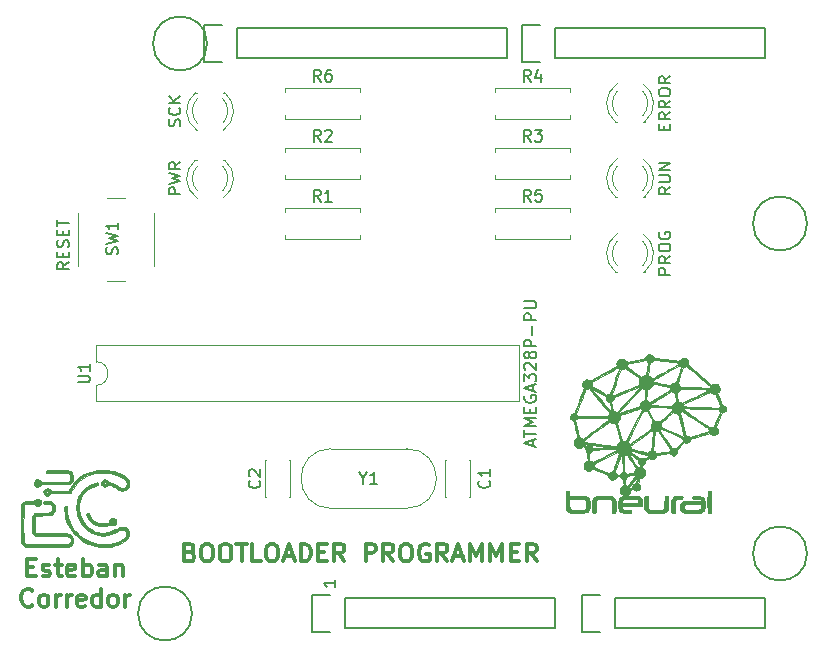
<source format=gbr>
G04 #@! TF.GenerationSoftware,KiCad,Pcbnew,(5.0.0)*
G04 #@! TF.CreationDate,2019-11-08T15:30:58-04:00*
G04 #@! TF.ProjectId,Nueva carpeta,4E7565766120636172706574612E6B69,rev?*
G04 #@! TF.SameCoordinates,Original*
G04 #@! TF.FileFunction,Legend,Top*
G04 #@! TF.FilePolarity,Positive*
%FSLAX46Y46*%
G04 Gerber Fmt 4.6, Leading zero omitted, Abs format (unit mm)*
G04 Created by KiCad (PCBNEW (5.0.0)) date 11/08/19 15:30:58*
%MOMM*%
%LPD*%
G01*
G04 APERTURE LIST*
%ADD10C,0.300000*%
%ADD11C,0.150000*%
%ADD12C,0.120000*%
%ADD13C,0.010000*%
G04 APERTURE END LIST*
D10*
X113312285Y-119902857D02*
X113812285Y-119902857D01*
X114026571Y-120688571D02*
X113312285Y-120688571D01*
X113312285Y-119188571D01*
X114026571Y-119188571D01*
X114598000Y-120617142D02*
X114740857Y-120688571D01*
X115026571Y-120688571D01*
X115169428Y-120617142D01*
X115240857Y-120474285D01*
X115240857Y-120402857D01*
X115169428Y-120260000D01*
X115026571Y-120188571D01*
X114812285Y-120188571D01*
X114669428Y-120117142D01*
X114598000Y-119974285D01*
X114598000Y-119902857D01*
X114669428Y-119760000D01*
X114812285Y-119688571D01*
X115026571Y-119688571D01*
X115169428Y-119760000D01*
X115669428Y-119688571D02*
X116240857Y-119688571D01*
X115883714Y-119188571D02*
X115883714Y-120474285D01*
X115955142Y-120617142D01*
X116098000Y-120688571D01*
X116240857Y-120688571D01*
X117312285Y-120617142D02*
X117169428Y-120688571D01*
X116883714Y-120688571D01*
X116740857Y-120617142D01*
X116669428Y-120474285D01*
X116669428Y-119902857D01*
X116740857Y-119760000D01*
X116883714Y-119688571D01*
X117169428Y-119688571D01*
X117312285Y-119760000D01*
X117383714Y-119902857D01*
X117383714Y-120045714D01*
X116669428Y-120188571D01*
X118026571Y-120688571D02*
X118026571Y-119188571D01*
X118026571Y-119760000D02*
X118169428Y-119688571D01*
X118455142Y-119688571D01*
X118598000Y-119760000D01*
X118669428Y-119831428D01*
X118740857Y-119974285D01*
X118740857Y-120402857D01*
X118669428Y-120545714D01*
X118598000Y-120617142D01*
X118455142Y-120688571D01*
X118169428Y-120688571D01*
X118026571Y-120617142D01*
X120026571Y-120688571D02*
X120026571Y-119902857D01*
X119955142Y-119760000D01*
X119812285Y-119688571D01*
X119526571Y-119688571D01*
X119383714Y-119760000D01*
X120026571Y-120617142D02*
X119883714Y-120688571D01*
X119526571Y-120688571D01*
X119383714Y-120617142D01*
X119312285Y-120474285D01*
X119312285Y-120331428D01*
X119383714Y-120188571D01*
X119526571Y-120117142D01*
X119883714Y-120117142D01*
X120026571Y-120045714D01*
X120740857Y-119688571D02*
X120740857Y-120688571D01*
X120740857Y-119831428D02*
X120812285Y-119760000D01*
X120955142Y-119688571D01*
X121169428Y-119688571D01*
X121312285Y-119760000D01*
X121383714Y-119902857D01*
X121383714Y-120688571D01*
X113740857Y-123095714D02*
X113669428Y-123167142D01*
X113455142Y-123238571D01*
X113312285Y-123238571D01*
X113098000Y-123167142D01*
X112955142Y-123024285D01*
X112883714Y-122881428D01*
X112812285Y-122595714D01*
X112812285Y-122381428D01*
X112883714Y-122095714D01*
X112955142Y-121952857D01*
X113098000Y-121810000D01*
X113312285Y-121738571D01*
X113455142Y-121738571D01*
X113669428Y-121810000D01*
X113740857Y-121881428D01*
X114598000Y-123238571D02*
X114455142Y-123167142D01*
X114383714Y-123095714D01*
X114312285Y-122952857D01*
X114312285Y-122524285D01*
X114383714Y-122381428D01*
X114455142Y-122310000D01*
X114598000Y-122238571D01*
X114812285Y-122238571D01*
X114955142Y-122310000D01*
X115026571Y-122381428D01*
X115098000Y-122524285D01*
X115098000Y-122952857D01*
X115026571Y-123095714D01*
X114955142Y-123167142D01*
X114812285Y-123238571D01*
X114598000Y-123238571D01*
X115740857Y-123238571D02*
X115740857Y-122238571D01*
X115740857Y-122524285D02*
X115812285Y-122381428D01*
X115883714Y-122310000D01*
X116026571Y-122238571D01*
X116169428Y-122238571D01*
X116669428Y-123238571D02*
X116669428Y-122238571D01*
X116669428Y-122524285D02*
X116740857Y-122381428D01*
X116812285Y-122310000D01*
X116955142Y-122238571D01*
X117098000Y-122238571D01*
X118169428Y-123167142D02*
X118026571Y-123238571D01*
X117740857Y-123238571D01*
X117598000Y-123167142D01*
X117526571Y-123024285D01*
X117526571Y-122452857D01*
X117598000Y-122310000D01*
X117740857Y-122238571D01*
X118026571Y-122238571D01*
X118169428Y-122310000D01*
X118240857Y-122452857D01*
X118240857Y-122595714D01*
X117526571Y-122738571D01*
X119526571Y-123238571D02*
X119526571Y-121738571D01*
X119526571Y-123167142D02*
X119383714Y-123238571D01*
X119098000Y-123238571D01*
X118955142Y-123167142D01*
X118883714Y-123095714D01*
X118812285Y-122952857D01*
X118812285Y-122524285D01*
X118883714Y-122381428D01*
X118955142Y-122310000D01*
X119098000Y-122238571D01*
X119383714Y-122238571D01*
X119526571Y-122310000D01*
X120455142Y-123238571D02*
X120312285Y-123167142D01*
X120240857Y-123095714D01*
X120169428Y-122952857D01*
X120169428Y-122524285D01*
X120240857Y-122381428D01*
X120312285Y-122310000D01*
X120455142Y-122238571D01*
X120669428Y-122238571D01*
X120812285Y-122310000D01*
X120883714Y-122381428D01*
X120955142Y-122524285D01*
X120955142Y-122952857D01*
X120883714Y-123095714D01*
X120812285Y-123167142D01*
X120669428Y-123238571D01*
X120455142Y-123238571D01*
X121598000Y-123238571D02*
X121598000Y-122238571D01*
X121598000Y-122524285D02*
X121669428Y-122381428D01*
X121740857Y-122310000D01*
X121883714Y-122238571D01*
X122026571Y-122238571D01*
X127085142Y-118637857D02*
X127299428Y-118709285D01*
X127370857Y-118780714D01*
X127442285Y-118923571D01*
X127442285Y-119137857D01*
X127370857Y-119280714D01*
X127299428Y-119352142D01*
X127156571Y-119423571D01*
X126585142Y-119423571D01*
X126585142Y-117923571D01*
X127085142Y-117923571D01*
X127228000Y-117995000D01*
X127299428Y-118066428D01*
X127370857Y-118209285D01*
X127370857Y-118352142D01*
X127299428Y-118495000D01*
X127228000Y-118566428D01*
X127085142Y-118637857D01*
X126585142Y-118637857D01*
X128370857Y-117923571D02*
X128656571Y-117923571D01*
X128799428Y-117995000D01*
X128942285Y-118137857D01*
X129013714Y-118423571D01*
X129013714Y-118923571D01*
X128942285Y-119209285D01*
X128799428Y-119352142D01*
X128656571Y-119423571D01*
X128370857Y-119423571D01*
X128228000Y-119352142D01*
X128085142Y-119209285D01*
X128013714Y-118923571D01*
X128013714Y-118423571D01*
X128085142Y-118137857D01*
X128228000Y-117995000D01*
X128370857Y-117923571D01*
X129942285Y-117923571D02*
X130228000Y-117923571D01*
X130370857Y-117995000D01*
X130513714Y-118137857D01*
X130585142Y-118423571D01*
X130585142Y-118923571D01*
X130513714Y-119209285D01*
X130370857Y-119352142D01*
X130228000Y-119423571D01*
X129942285Y-119423571D01*
X129799428Y-119352142D01*
X129656571Y-119209285D01*
X129585142Y-118923571D01*
X129585142Y-118423571D01*
X129656571Y-118137857D01*
X129799428Y-117995000D01*
X129942285Y-117923571D01*
X131013714Y-117923571D02*
X131870857Y-117923571D01*
X131442285Y-119423571D02*
X131442285Y-117923571D01*
X133085142Y-119423571D02*
X132370857Y-119423571D01*
X132370857Y-117923571D01*
X133870857Y-117923571D02*
X134156571Y-117923571D01*
X134299428Y-117995000D01*
X134442285Y-118137857D01*
X134513714Y-118423571D01*
X134513714Y-118923571D01*
X134442285Y-119209285D01*
X134299428Y-119352142D01*
X134156571Y-119423571D01*
X133870857Y-119423571D01*
X133728000Y-119352142D01*
X133585142Y-119209285D01*
X133513714Y-118923571D01*
X133513714Y-118423571D01*
X133585142Y-118137857D01*
X133728000Y-117995000D01*
X133870857Y-117923571D01*
X135085142Y-118995000D02*
X135799428Y-118995000D01*
X134942285Y-119423571D02*
X135442285Y-117923571D01*
X135942285Y-119423571D01*
X136442285Y-119423571D02*
X136442285Y-117923571D01*
X136799428Y-117923571D01*
X137013714Y-117995000D01*
X137156571Y-118137857D01*
X137228000Y-118280714D01*
X137299428Y-118566428D01*
X137299428Y-118780714D01*
X137228000Y-119066428D01*
X137156571Y-119209285D01*
X137013714Y-119352142D01*
X136799428Y-119423571D01*
X136442285Y-119423571D01*
X137942285Y-118637857D02*
X138442285Y-118637857D01*
X138656571Y-119423571D02*
X137942285Y-119423571D01*
X137942285Y-117923571D01*
X138656571Y-117923571D01*
X140156571Y-119423571D02*
X139656571Y-118709285D01*
X139299428Y-119423571D02*
X139299428Y-117923571D01*
X139870857Y-117923571D01*
X140013714Y-117995000D01*
X140085142Y-118066428D01*
X140156571Y-118209285D01*
X140156571Y-118423571D01*
X140085142Y-118566428D01*
X140013714Y-118637857D01*
X139870857Y-118709285D01*
X139299428Y-118709285D01*
X141942285Y-119423571D02*
X141942285Y-117923571D01*
X142513714Y-117923571D01*
X142656571Y-117995000D01*
X142728000Y-118066428D01*
X142799428Y-118209285D01*
X142799428Y-118423571D01*
X142728000Y-118566428D01*
X142656571Y-118637857D01*
X142513714Y-118709285D01*
X141942285Y-118709285D01*
X144299428Y-119423571D02*
X143799428Y-118709285D01*
X143442285Y-119423571D02*
X143442285Y-117923571D01*
X144013714Y-117923571D01*
X144156571Y-117995000D01*
X144228000Y-118066428D01*
X144299428Y-118209285D01*
X144299428Y-118423571D01*
X144228000Y-118566428D01*
X144156571Y-118637857D01*
X144013714Y-118709285D01*
X143442285Y-118709285D01*
X145228000Y-117923571D02*
X145513714Y-117923571D01*
X145656571Y-117995000D01*
X145799428Y-118137857D01*
X145870857Y-118423571D01*
X145870857Y-118923571D01*
X145799428Y-119209285D01*
X145656571Y-119352142D01*
X145513714Y-119423571D01*
X145228000Y-119423571D01*
X145085142Y-119352142D01*
X144942285Y-119209285D01*
X144870857Y-118923571D01*
X144870857Y-118423571D01*
X144942285Y-118137857D01*
X145085142Y-117995000D01*
X145228000Y-117923571D01*
X147299428Y-117995000D02*
X147156571Y-117923571D01*
X146942285Y-117923571D01*
X146728000Y-117995000D01*
X146585142Y-118137857D01*
X146513714Y-118280714D01*
X146442285Y-118566428D01*
X146442285Y-118780714D01*
X146513714Y-119066428D01*
X146585142Y-119209285D01*
X146728000Y-119352142D01*
X146942285Y-119423571D01*
X147085142Y-119423571D01*
X147299428Y-119352142D01*
X147370857Y-119280714D01*
X147370857Y-118780714D01*
X147085142Y-118780714D01*
X148870857Y-119423571D02*
X148370857Y-118709285D01*
X148013714Y-119423571D02*
X148013714Y-117923571D01*
X148585142Y-117923571D01*
X148728000Y-117995000D01*
X148799428Y-118066428D01*
X148870857Y-118209285D01*
X148870857Y-118423571D01*
X148799428Y-118566428D01*
X148728000Y-118637857D01*
X148585142Y-118709285D01*
X148013714Y-118709285D01*
X149442285Y-118995000D02*
X150156571Y-118995000D01*
X149299428Y-119423571D02*
X149799428Y-117923571D01*
X150299428Y-119423571D01*
X150799428Y-119423571D02*
X150799428Y-117923571D01*
X151299428Y-118995000D01*
X151799428Y-117923571D01*
X151799428Y-119423571D01*
X152513714Y-119423571D02*
X152513714Y-117923571D01*
X153013714Y-118995000D01*
X153513714Y-117923571D01*
X153513714Y-119423571D01*
X154228000Y-118637857D02*
X154728000Y-118637857D01*
X154942285Y-119423571D02*
X154228000Y-119423571D01*
X154228000Y-117923571D01*
X154942285Y-117923571D01*
X156442285Y-119423571D02*
X155942285Y-118709285D01*
X155585142Y-119423571D02*
X155585142Y-117923571D01*
X156156571Y-117923571D01*
X156299428Y-117995000D01*
X156370857Y-118066428D01*
X156442285Y-118209285D01*
X156442285Y-118423571D01*
X156370857Y-118566428D01*
X156299428Y-118637857D01*
X156156571Y-118709285D01*
X155585142Y-118709285D01*
D11*
X139390380Y-120999285D02*
X139390380Y-121570714D01*
X139390380Y-121285000D02*
X138390380Y-121285000D01*
X138533238Y-121380238D01*
X138628476Y-121475476D01*
X138676095Y-121570714D01*
D12*
G04 #@! TO.C,D5*
X129856608Y-82952335D02*
G75*
G03X130013516Y-79720000I-1078608J1672335D01*
G01*
X127699392Y-82952335D02*
G75*
G02X127542484Y-79720000I1078608J1672335D01*
G01*
X129857837Y-82321130D02*
G75*
G03X129858000Y-80239039I-1079837J1041130D01*
G01*
X127698163Y-82321130D02*
G75*
G02X127698000Y-80239039I1079837J1041130D01*
G01*
X130014000Y-79720000D02*
X129858000Y-79720000D01*
X127698000Y-79720000D02*
X127542000Y-79720000D01*
G04 #@! TO.C,R6*
X135093000Y-79665000D02*
X135093000Y-79335000D01*
X135093000Y-79335000D02*
X141513000Y-79335000D01*
X141513000Y-79335000D02*
X141513000Y-79665000D01*
X135093000Y-81625000D02*
X135093000Y-81955000D01*
X135093000Y-81955000D02*
X141513000Y-81955000D01*
X141513000Y-81955000D02*
X141513000Y-81625000D01*
G04 #@! TO.C,U1*
X119133000Y-104505000D02*
X119133000Y-105875000D01*
X119133000Y-105875000D02*
X154933000Y-105875000D01*
X154933000Y-105875000D02*
X154933000Y-101135000D01*
X154933000Y-101135000D02*
X119133000Y-101135000D01*
X119133000Y-101135000D02*
X119133000Y-102505000D01*
X119133000Y-102505000D02*
G75*
G02X119133000Y-104505000I0J-1000000D01*
G01*
G04 #@! TO.C,SW1*
X117563000Y-89900000D02*
X117563000Y-94400000D01*
X121563000Y-88650000D02*
X120063000Y-88650000D01*
X124063000Y-94400000D02*
X124063000Y-89900000D01*
X120063000Y-95650000D02*
X121563000Y-95650000D01*
G04 #@! TO.C,C1*
X148737000Y-113975000D02*
X148673000Y-113975000D01*
X150793000Y-113975000D02*
X150729000Y-113975000D01*
X148737000Y-110855000D02*
X148673000Y-110855000D01*
X150793000Y-110855000D02*
X150729000Y-110855000D01*
X148673000Y-110855000D02*
X148673000Y-113975000D01*
X150793000Y-110855000D02*
X150793000Y-113975000D01*
G04 #@! TO.C,C2*
X135553000Y-110855000D02*
X135553000Y-113975000D01*
X133433000Y-110855000D02*
X133433000Y-113975000D01*
X135553000Y-110855000D02*
X135489000Y-110855000D01*
X133497000Y-110855000D02*
X133433000Y-110855000D01*
X135553000Y-113975000D02*
X135489000Y-113975000D01*
X133497000Y-113975000D02*
X133433000Y-113975000D01*
G04 #@! TO.C,Y1*
X145413000Y-114920000D02*
X139013000Y-114920000D01*
X145413000Y-109870000D02*
X139013000Y-109870000D01*
X145413000Y-109870000D02*
G75*
G02X145413000Y-114920000I0J-2525000D01*
G01*
X139013000Y-109870000D02*
G75*
G03X139013000Y-114920000I0J-2525000D01*
G01*
G04 #@! TO.C,D1*
X127698000Y-85435000D02*
X127542000Y-85435000D01*
X130014000Y-85435000D02*
X129858000Y-85435000D01*
X127698163Y-88036130D02*
G75*
G02X127698000Y-85954039I1079837J1041130D01*
G01*
X129857837Y-88036130D02*
G75*
G03X129858000Y-85954039I-1079837J1041130D01*
G01*
X127699392Y-88667335D02*
G75*
G02X127542484Y-85435000I1078608J1672335D01*
G01*
X129856608Y-88667335D02*
G75*
G03X130013516Y-85435000I-1078608J1672335D01*
G01*
G04 #@! TO.C,D2*
X163259392Y-85322665D02*
G75*
G03X163102484Y-88555000I1078608J-1672335D01*
G01*
X165416608Y-85322665D02*
G75*
G02X165573516Y-88555000I-1078608J-1672335D01*
G01*
X163258163Y-85953870D02*
G75*
G03X163258000Y-88035961I1079837J-1041130D01*
G01*
X165417837Y-85953870D02*
G75*
G02X165418000Y-88035961I-1079837J-1041130D01*
G01*
X163102000Y-88555000D02*
X163258000Y-88555000D01*
X165418000Y-88555000D02*
X165574000Y-88555000D01*
G04 #@! TO.C,D3*
X165418000Y-82205000D02*
X165574000Y-82205000D01*
X163102000Y-82205000D02*
X163258000Y-82205000D01*
X165417837Y-79603870D02*
G75*
G02X165418000Y-81685961I-1079837J-1041130D01*
G01*
X163258163Y-79603870D02*
G75*
G03X163258000Y-81685961I1079837J-1041130D01*
G01*
X165416608Y-78972665D02*
G75*
G02X165573516Y-82205000I-1078608J-1672335D01*
G01*
X163259392Y-78972665D02*
G75*
G03X163102484Y-82205000I1078608J-1672335D01*
G01*
G04 #@! TO.C,D4*
X163259392Y-91672665D02*
G75*
G03X163102484Y-94905000I1078608J-1672335D01*
G01*
X165416608Y-91672665D02*
G75*
G02X165573516Y-94905000I-1078608J-1672335D01*
G01*
X163258163Y-92303870D02*
G75*
G03X163258000Y-94385961I1079837J-1041130D01*
G01*
X165417837Y-92303870D02*
G75*
G02X165418000Y-94385961I-1079837J-1041130D01*
G01*
X163102000Y-94905000D02*
X163258000Y-94905000D01*
X165418000Y-94905000D02*
X165574000Y-94905000D01*
G04 #@! TO.C,R1*
X135093000Y-89825000D02*
X135093000Y-89495000D01*
X135093000Y-89495000D02*
X141513000Y-89495000D01*
X141513000Y-89495000D02*
X141513000Y-89825000D01*
X135093000Y-91785000D02*
X135093000Y-92115000D01*
X135093000Y-92115000D02*
X141513000Y-92115000D01*
X141513000Y-92115000D02*
X141513000Y-91785000D01*
G04 #@! TO.C,R5*
X159293000Y-92115000D02*
X159293000Y-91785000D01*
X152873000Y-92115000D02*
X159293000Y-92115000D01*
X152873000Y-91785000D02*
X152873000Y-92115000D01*
X159293000Y-89495000D02*
X159293000Y-89825000D01*
X152873000Y-89495000D02*
X159293000Y-89495000D01*
X152873000Y-89825000D02*
X152873000Y-89495000D01*
G04 #@! TO.C,R2*
X135093000Y-84745000D02*
X135093000Y-84415000D01*
X135093000Y-84415000D02*
X141513000Y-84415000D01*
X141513000Y-84415000D02*
X141513000Y-84745000D01*
X135093000Y-86705000D02*
X135093000Y-87035000D01*
X135093000Y-87035000D02*
X141513000Y-87035000D01*
X141513000Y-87035000D02*
X141513000Y-86705000D01*
G04 #@! TO.C,R4*
X159293000Y-81955000D02*
X159293000Y-81625000D01*
X152873000Y-81955000D02*
X159293000Y-81955000D01*
X152873000Y-81625000D02*
X152873000Y-81955000D01*
X159293000Y-79335000D02*
X159293000Y-79665000D01*
X152873000Y-79335000D02*
X159293000Y-79335000D01*
X152873000Y-79665000D02*
X152873000Y-79335000D01*
G04 #@! TO.C,R3*
X152873000Y-84745000D02*
X152873000Y-84415000D01*
X152873000Y-84415000D02*
X159293000Y-84415000D01*
X159293000Y-84415000D02*
X159293000Y-84745000D01*
X152873000Y-86705000D02*
X152873000Y-87035000D01*
X152873000Y-87035000D02*
X159293000Y-87035000D01*
X159293000Y-87035000D02*
X159293000Y-86705000D01*
D11*
G04 #@! TO.C,P1*
X140208000Y-125095000D02*
X157988000Y-125095000D01*
X157988000Y-125095000D02*
X157988000Y-122555000D01*
X157988000Y-122555000D02*
X140208000Y-122555000D01*
X137388000Y-125375000D02*
X138938000Y-125375000D01*
X140208000Y-125095000D02*
X140208000Y-122555000D01*
X138938000Y-122275000D02*
X137388000Y-122275000D01*
X137388000Y-122275000D02*
X137388000Y-125375000D01*
G04 #@! TO.C,P2*
X163068000Y-125095000D02*
X175768000Y-125095000D01*
X175768000Y-125095000D02*
X175768000Y-122555000D01*
X175768000Y-122555000D02*
X163068000Y-122555000D01*
X160248000Y-125375000D02*
X161798000Y-125375000D01*
X163068000Y-125095000D02*
X163068000Y-122555000D01*
X161798000Y-122275000D02*
X160248000Y-122275000D01*
X160248000Y-122275000D02*
X160248000Y-125375000D01*
G04 #@! TO.C,P3*
X131064000Y-76835000D02*
X153924000Y-76835000D01*
X153924000Y-76835000D02*
X153924000Y-74295000D01*
X153924000Y-74295000D02*
X131064000Y-74295000D01*
X128244000Y-77115000D02*
X129794000Y-77115000D01*
X131064000Y-76835000D02*
X131064000Y-74295000D01*
X129794000Y-74015000D02*
X128244000Y-74015000D01*
X128244000Y-74015000D02*
X128244000Y-77115000D01*
G04 #@! TO.C,P4*
X157988000Y-76835000D02*
X175768000Y-76835000D01*
X175768000Y-76835000D02*
X175768000Y-74295000D01*
X175768000Y-74295000D02*
X157988000Y-74295000D01*
X155168000Y-77115000D02*
X156718000Y-77115000D01*
X157988000Y-76835000D02*
X157988000Y-74295000D01*
X156718000Y-74015000D02*
X155168000Y-74015000D01*
X155168000Y-74015000D02*
X155168000Y-77115000D01*
G04 #@! TO.C,P5*
X127254000Y-123825000D02*
G75*
G03X127254000Y-123825000I-2286000J0D01*
G01*
G04 #@! TO.C,P6*
X179324000Y-118745000D02*
G75*
G03X179324000Y-118745000I-2286000J0D01*
G01*
G04 #@! TO.C,P7*
X128524000Y-75565000D02*
G75*
G03X128524000Y-75565000I-2286000J0D01*
G01*
G04 #@! TO.C,P8*
X179324000Y-90805000D02*
G75*
G03X179324000Y-90805000I-2286000J0D01*
G01*
D13*
G04 #@! TO.C,G\002A\002A\002A*
G36*
X115642327Y-111698852D02*
X115802519Y-111699504D01*
X115904400Y-111700084D01*
X116098858Y-111701311D01*
X116264290Y-111702509D01*
X116403417Y-111703923D01*
X116518961Y-111705799D01*
X116613644Y-111708382D01*
X116690189Y-111711918D01*
X116751316Y-111716650D01*
X116799749Y-111722826D01*
X116838210Y-111730691D01*
X116869419Y-111740489D01*
X116896100Y-111752466D01*
X116920975Y-111766868D01*
X116946764Y-111783940D01*
X116963828Y-111795579D01*
X117056739Y-111877448D01*
X117126737Y-111980179D01*
X117172872Y-112101703D01*
X117194193Y-112239954D01*
X117195558Y-112299750D01*
X117181040Y-112439007D01*
X117142542Y-112566368D01*
X117082427Y-112678328D01*
X117003060Y-112771380D01*
X116906807Y-112842020D01*
X116800312Y-112885605D01*
X116770379Y-112889485D01*
X116710861Y-112892864D01*
X116621469Y-112895746D01*
X116501910Y-112898136D01*
X116351895Y-112900038D01*
X116171133Y-112901456D01*
X115959332Y-112902395D01*
X115716202Y-112902857D01*
X115600440Y-112902911D01*
X114464069Y-112903000D01*
X114425690Y-112962531D01*
X114382557Y-113009864D01*
X114321052Y-113053968D01*
X114252441Y-113088497D01*
X114187990Y-113107107D01*
X114166184Y-113108678D01*
X114118207Y-113102657D01*
X114063939Y-113088786D01*
X114056116Y-113086121D01*
X113972065Y-113040725D01*
X113906875Y-112974587D01*
X113863157Y-112893736D01*
X113843523Y-112804199D01*
X113843830Y-112800180D01*
X114080838Y-112800180D01*
X114104022Y-112842218D01*
X114145178Y-112867950D01*
X114189526Y-112865542D01*
X114227158Y-112835774D01*
X114229513Y-112832339D01*
X114245767Y-112785638D01*
X114236961Y-112744127D01*
X114209417Y-112714261D01*
X114169453Y-112702494D01*
X114123391Y-112715279D01*
X114118087Y-112718551D01*
X114084918Y-112755675D01*
X114080838Y-112800180D01*
X113843830Y-112800180D01*
X113850586Y-112712006D01*
X113869673Y-112655814D01*
X113918510Y-112581937D01*
X113987373Y-112522601D01*
X114068368Y-112482186D01*
X114153601Y-112465072D01*
X114207334Y-112468480D01*
X114281578Y-112492928D01*
X114353230Y-112534830D01*
X114410246Y-112586468D01*
X114426913Y-112609172D01*
X114461339Y-112664875D01*
X115599076Y-112664613D01*
X116736812Y-112664352D01*
X116799954Y-112628590D01*
X116863612Y-112575378D01*
X116912485Y-112500294D01*
X116944983Y-112410346D01*
X116959517Y-112312540D01*
X116954497Y-112213881D01*
X116928334Y-112121378D01*
X116919375Y-112102137D01*
X116905088Y-112072654D01*
X116892671Y-112047503D01*
X116879634Y-112026320D01*
X116863487Y-112008743D01*
X116841741Y-111994408D01*
X116811905Y-111982952D01*
X116771489Y-111974011D01*
X116718005Y-111967224D01*
X116648961Y-111962226D01*
X116561869Y-111958655D01*
X116454237Y-111956147D01*
X116323577Y-111954340D01*
X116167399Y-111952869D01*
X115983213Y-111951372D01*
X115879682Y-111950500D01*
X114969281Y-111942562D01*
X114928328Y-111904076D01*
X114897814Y-111862517D01*
X114887375Y-111823726D01*
X114901378Y-111774799D01*
X114937033Y-111731275D01*
X114984808Y-111704522D01*
X114988058Y-111703647D01*
X115010387Y-111702041D01*
X115061450Y-111700722D01*
X115138236Y-111699703D01*
X115237730Y-111698994D01*
X115356919Y-111698609D01*
X115492789Y-111698557D01*
X115642327Y-111698852D01*
X115642327Y-111698852D01*
G37*
X115642327Y-111698852D02*
X115802519Y-111699504D01*
X115904400Y-111700084D01*
X116098858Y-111701311D01*
X116264290Y-111702509D01*
X116403417Y-111703923D01*
X116518961Y-111705799D01*
X116613644Y-111708382D01*
X116690189Y-111711918D01*
X116751316Y-111716650D01*
X116799749Y-111722826D01*
X116838210Y-111730691D01*
X116869419Y-111740489D01*
X116896100Y-111752466D01*
X116920975Y-111766868D01*
X116946764Y-111783940D01*
X116963828Y-111795579D01*
X117056739Y-111877448D01*
X117126737Y-111980179D01*
X117172872Y-112101703D01*
X117194193Y-112239954D01*
X117195558Y-112299750D01*
X117181040Y-112439007D01*
X117142542Y-112566368D01*
X117082427Y-112678328D01*
X117003060Y-112771380D01*
X116906807Y-112842020D01*
X116800312Y-112885605D01*
X116770379Y-112889485D01*
X116710861Y-112892864D01*
X116621469Y-112895746D01*
X116501910Y-112898136D01*
X116351895Y-112900038D01*
X116171133Y-112901456D01*
X115959332Y-112902395D01*
X115716202Y-112902857D01*
X115600440Y-112902911D01*
X114464069Y-112903000D01*
X114425690Y-112962531D01*
X114382557Y-113009864D01*
X114321052Y-113053968D01*
X114252441Y-113088497D01*
X114187990Y-113107107D01*
X114166184Y-113108678D01*
X114118207Y-113102657D01*
X114063939Y-113088786D01*
X114056116Y-113086121D01*
X113972065Y-113040725D01*
X113906875Y-112974587D01*
X113863157Y-112893736D01*
X113843523Y-112804199D01*
X113843830Y-112800180D01*
X114080838Y-112800180D01*
X114104022Y-112842218D01*
X114145178Y-112867950D01*
X114189526Y-112865542D01*
X114227158Y-112835774D01*
X114229513Y-112832339D01*
X114245767Y-112785638D01*
X114236961Y-112744127D01*
X114209417Y-112714261D01*
X114169453Y-112702494D01*
X114123391Y-112715279D01*
X114118087Y-112718551D01*
X114084918Y-112755675D01*
X114080838Y-112800180D01*
X113843830Y-112800180D01*
X113850586Y-112712006D01*
X113869673Y-112655814D01*
X113918510Y-112581937D01*
X113987373Y-112522601D01*
X114068368Y-112482186D01*
X114153601Y-112465072D01*
X114207334Y-112468480D01*
X114281578Y-112492928D01*
X114353230Y-112534830D01*
X114410246Y-112586468D01*
X114426913Y-112609172D01*
X114461339Y-112664875D01*
X115599076Y-112664613D01*
X116736812Y-112664352D01*
X116799954Y-112628590D01*
X116863612Y-112575378D01*
X116912485Y-112500294D01*
X116944983Y-112410346D01*
X116959517Y-112312540D01*
X116954497Y-112213881D01*
X116928334Y-112121378D01*
X116919375Y-112102137D01*
X116905088Y-112072654D01*
X116892671Y-112047503D01*
X116879634Y-112026320D01*
X116863487Y-112008743D01*
X116841741Y-111994408D01*
X116811905Y-111982952D01*
X116771489Y-111974011D01*
X116718005Y-111967224D01*
X116648961Y-111962226D01*
X116561869Y-111958655D01*
X116454237Y-111956147D01*
X116323577Y-111954340D01*
X116167399Y-111952869D01*
X115983213Y-111951372D01*
X115879682Y-111950500D01*
X114969281Y-111942562D01*
X114928328Y-111904076D01*
X114897814Y-111862517D01*
X114887375Y-111823726D01*
X114901378Y-111774799D01*
X114937033Y-111731275D01*
X114984808Y-111704522D01*
X114988058Y-111703647D01*
X115010387Y-111702041D01*
X115061450Y-111700722D01*
X115138236Y-111699703D01*
X115237730Y-111698994D01*
X115356919Y-111698609D01*
X115492789Y-111698557D01*
X115642327Y-111698852D01*
G36*
X119928251Y-111670422D02*
X120056773Y-111676585D01*
X120163763Y-111686387D01*
X120171626Y-111687392D01*
X120404609Y-111726044D01*
X120631606Y-111779279D01*
X120849795Y-111845654D01*
X121056355Y-111923727D01*
X121248465Y-112012055D01*
X121423305Y-112109197D01*
X121578052Y-112213710D01*
X121709886Y-112324152D01*
X121815987Y-112439080D01*
X121893532Y-112557052D01*
X121900851Y-112571480D01*
X121920272Y-112614597D01*
X121932673Y-112654586D01*
X121939612Y-112700736D01*
X121942649Y-112762338D01*
X121943304Y-112824454D01*
X121942947Y-112901068D01*
X121940052Y-112955633D01*
X121932713Y-112997842D01*
X121919022Y-113037389D01*
X121897072Y-113083968D01*
X121889163Y-113099638D01*
X121813687Y-113215628D01*
X121718239Y-113307748D01*
X121605330Y-113374345D01*
X121477471Y-113413765D01*
X121396977Y-113423553D01*
X121264480Y-113419521D01*
X121138400Y-113390439D01*
X121014357Y-113334645D01*
X120887971Y-113250476D01*
X120840500Y-113212447D01*
X120744519Y-113143949D01*
X120626651Y-113078080D01*
X120496693Y-113019546D01*
X120364438Y-112973054D01*
X120312297Y-112958683D01*
X120157156Y-112919725D01*
X120082109Y-112997090D01*
X120000013Y-113064763D01*
X119914937Y-113101058D01*
X119825799Y-113106292D01*
X119759400Y-113091307D01*
X119671794Y-113047560D01*
X119605126Y-112985360D01*
X119560016Y-112909972D01*
X119537084Y-112826658D01*
X119537012Y-112780572D01*
X119767464Y-112780572D01*
X119780572Y-112827010D01*
X119783861Y-112832339D01*
X119820506Y-112864431D01*
X119864944Y-112867983D01*
X119906593Y-112844977D01*
X119932443Y-112803846D01*
X119929859Y-112759633D01*
X119899666Y-112721579D01*
X119895287Y-112718551D01*
X119848933Y-112702588D01*
X119807965Y-112711906D01*
X119778702Y-112740052D01*
X119767464Y-112780572D01*
X119537012Y-112780572D01*
X119536949Y-112740682D01*
X119560232Y-112657306D01*
X119607553Y-112581794D01*
X119679532Y-112519409D01*
X119691186Y-112512271D01*
X119778893Y-112477775D01*
X119871168Y-112470584D01*
X119961369Y-112488849D01*
X120042858Y-112530723D01*
X120108996Y-112594357D01*
X120135375Y-112635927D01*
X120155459Y-112662790D01*
X120187648Y-112680868D01*
X120241222Y-112695127D01*
X120248960Y-112696703D01*
X120469607Y-112753375D01*
X120668846Y-112831413D01*
X120849985Y-112932253D01*
X120943687Y-112998408D01*
X121060478Y-113081274D01*
X121163256Y-113139604D01*
X121256304Y-113174811D01*
X121343906Y-113188305D01*
X121430347Y-113181499D01*
X121470596Y-113172025D01*
X121556755Y-113132331D01*
X121628589Y-113069011D01*
X121682368Y-112988371D01*
X121714366Y-112896715D01*
X121720854Y-112800347D01*
X121714857Y-112758957D01*
X121690290Y-112675951D01*
X121652174Y-112602660D01*
X121596103Y-112533232D01*
X121517673Y-112461818D01*
X121454064Y-112412631D01*
X121263949Y-112288933D01*
X121048297Y-112179028D01*
X120810847Y-112084416D01*
X120555337Y-112006595D01*
X120300750Y-111949857D01*
X120188156Y-111933275D01*
X120052866Y-111920151D01*
X119903776Y-111910793D01*
X119749781Y-111905512D01*
X119599780Y-111904617D01*
X119462669Y-111908417D01*
X119350978Y-111916819D01*
X119038841Y-111965571D01*
X118741227Y-112041526D01*
X118459213Y-112143955D01*
X118193879Y-112272129D01*
X117946304Y-112425321D01*
X117717565Y-112602801D01*
X117508741Y-112803842D01*
X117320911Y-113027715D01*
X117155153Y-113273692D01*
X117045090Y-113473995D01*
X117010278Y-113539755D01*
X116977317Y-113595358D01*
X116950333Y-113634215D01*
X116935558Y-113648959D01*
X116912099Y-113652877D01*
X116858061Y-113656288D01*
X116774610Y-113659171D01*
X116662913Y-113661501D01*
X116524138Y-113663258D01*
X116359451Y-113664418D01*
X116170019Y-113664960D01*
X116098280Y-113665000D01*
X115290973Y-113665000D01*
X115229749Y-113738243D01*
X115151667Y-113812579D01*
X115067928Y-113855768D01*
X114978895Y-113867724D01*
X114884934Y-113848360D01*
X114841800Y-113829736D01*
X114762802Y-113779488D01*
X114710439Y-113718275D01*
X114681575Y-113640823D01*
X114673873Y-113554963D01*
X114896479Y-113554963D01*
X114912094Y-113597175D01*
X114947793Y-113626512D01*
X114992748Y-113631294D01*
X115034835Y-113610442D01*
X115037053Y-113608303D01*
X115060042Y-113566129D01*
X115055566Y-113520816D01*
X115024883Y-113482757D01*
X115021592Y-113480506D01*
X114987262Y-113463491D01*
X114957628Y-113467355D01*
X114943554Y-113474169D01*
X114906150Y-113509221D01*
X114896479Y-113554963D01*
X114673873Y-113554963D01*
X114673062Y-113545933D01*
X114675106Y-113479462D01*
X114682953Y-113433195D01*
X114699174Y-113395753D01*
X114711318Y-113376655D01*
X114779397Y-113302298D01*
X114860803Y-113253723D01*
X114950113Y-113231700D01*
X115041903Y-113236999D01*
X115130748Y-113270392D01*
X115186308Y-113309191D01*
X115224986Y-113346443D01*
X115252874Y-113380901D01*
X115260577Y-113395566D01*
X115263677Y-113402747D01*
X115269801Y-113408737D01*
X115281621Y-113413644D01*
X115301811Y-113417576D01*
X115333044Y-113420641D01*
X115377992Y-113422946D01*
X115439329Y-113424599D01*
X115519728Y-113425710D01*
X115621862Y-113426384D01*
X115748404Y-113426731D01*
X115902028Y-113426858D01*
X116035975Y-113426875D01*
X116801435Y-113426875D01*
X116854173Y-113319718D01*
X116887580Y-113256532D01*
X116931281Y-113180261D01*
X116977662Y-113104035D01*
X116994528Y-113077625D01*
X117178154Y-112823041D01*
X117382846Y-112592029D01*
X117607935Y-112385021D01*
X117852747Y-112202451D01*
X118116611Y-112044750D01*
X118398853Y-111912352D01*
X118698803Y-111805687D01*
X119015788Y-111725191D01*
X119130179Y-111703358D01*
X119228428Y-111690128D01*
X119350708Y-111679839D01*
X119489423Y-111672607D01*
X119636982Y-111668550D01*
X119785789Y-111667783D01*
X119928251Y-111670422D01*
X119928251Y-111670422D01*
G37*
X119928251Y-111670422D02*
X120056773Y-111676585D01*
X120163763Y-111686387D01*
X120171626Y-111687392D01*
X120404609Y-111726044D01*
X120631606Y-111779279D01*
X120849795Y-111845654D01*
X121056355Y-111923727D01*
X121248465Y-112012055D01*
X121423305Y-112109197D01*
X121578052Y-112213710D01*
X121709886Y-112324152D01*
X121815987Y-112439080D01*
X121893532Y-112557052D01*
X121900851Y-112571480D01*
X121920272Y-112614597D01*
X121932673Y-112654586D01*
X121939612Y-112700736D01*
X121942649Y-112762338D01*
X121943304Y-112824454D01*
X121942947Y-112901068D01*
X121940052Y-112955633D01*
X121932713Y-112997842D01*
X121919022Y-113037389D01*
X121897072Y-113083968D01*
X121889163Y-113099638D01*
X121813687Y-113215628D01*
X121718239Y-113307748D01*
X121605330Y-113374345D01*
X121477471Y-113413765D01*
X121396977Y-113423553D01*
X121264480Y-113419521D01*
X121138400Y-113390439D01*
X121014357Y-113334645D01*
X120887971Y-113250476D01*
X120840500Y-113212447D01*
X120744519Y-113143949D01*
X120626651Y-113078080D01*
X120496693Y-113019546D01*
X120364438Y-112973054D01*
X120312297Y-112958683D01*
X120157156Y-112919725D01*
X120082109Y-112997090D01*
X120000013Y-113064763D01*
X119914937Y-113101058D01*
X119825799Y-113106292D01*
X119759400Y-113091307D01*
X119671794Y-113047560D01*
X119605126Y-112985360D01*
X119560016Y-112909972D01*
X119537084Y-112826658D01*
X119537012Y-112780572D01*
X119767464Y-112780572D01*
X119780572Y-112827010D01*
X119783861Y-112832339D01*
X119820506Y-112864431D01*
X119864944Y-112867983D01*
X119906593Y-112844977D01*
X119932443Y-112803846D01*
X119929859Y-112759633D01*
X119899666Y-112721579D01*
X119895287Y-112718551D01*
X119848933Y-112702588D01*
X119807965Y-112711906D01*
X119778702Y-112740052D01*
X119767464Y-112780572D01*
X119537012Y-112780572D01*
X119536949Y-112740682D01*
X119560232Y-112657306D01*
X119607553Y-112581794D01*
X119679532Y-112519409D01*
X119691186Y-112512271D01*
X119778893Y-112477775D01*
X119871168Y-112470584D01*
X119961369Y-112488849D01*
X120042858Y-112530723D01*
X120108996Y-112594357D01*
X120135375Y-112635927D01*
X120155459Y-112662790D01*
X120187648Y-112680868D01*
X120241222Y-112695127D01*
X120248960Y-112696703D01*
X120469607Y-112753375D01*
X120668846Y-112831413D01*
X120849985Y-112932253D01*
X120943687Y-112998408D01*
X121060478Y-113081274D01*
X121163256Y-113139604D01*
X121256304Y-113174811D01*
X121343906Y-113188305D01*
X121430347Y-113181499D01*
X121470596Y-113172025D01*
X121556755Y-113132331D01*
X121628589Y-113069011D01*
X121682368Y-112988371D01*
X121714366Y-112896715D01*
X121720854Y-112800347D01*
X121714857Y-112758957D01*
X121690290Y-112675951D01*
X121652174Y-112602660D01*
X121596103Y-112533232D01*
X121517673Y-112461818D01*
X121454064Y-112412631D01*
X121263949Y-112288933D01*
X121048297Y-112179028D01*
X120810847Y-112084416D01*
X120555337Y-112006595D01*
X120300750Y-111949857D01*
X120188156Y-111933275D01*
X120052866Y-111920151D01*
X119903776Y-111910793D01*
X119749781Y-111905512D01*
X119599780Y-111904617D01*
X119462669Y-111908417D01*
X119350978Y-111916819D01*
X119038841Y-111965571D01*
X118741227Y-112041526D01*
X118459213Y-112143955D01*
X118193879Y-112272129D01*
X117946304Y-112425321D01*
X117717565Y-112602801D01*
X117508741Y-112803842D01*
X117320911Y-113027715D01*
X117155153Y-113273692D01*
X117045090Y-113473995D01*
X117010278Y-113539755D01*
X116977317Y-113595358D01*
X116950333Y-113634215D01*
X116935558Y-113648959D01*
X116912099Y-113652877D01*
X116858061Y-113656288D01*
X116774610Y-113659171D01*
X116662913Y-113661501D01*
X116524138Y-113663258D01*
X116359451Y-113664418D01*
X116170019Y-113664960D01*
X116098280Y-113665000D01*
X115290973Y-113665000D01*
X115229749Y-113738243D01*
X115151667Y-113812579D01*
X115067928Y-113855768D01*
X114978895Y-113867724D01*
X114884934Y-113848360D01*
X114841800Y-113829736D01*
X114762802Y-113779488D01*
X114710439Y-113718275D01*
X114681575Y-113640823D01*
X114673873Y-113554963D01*
X114896479Y-113554963D01*
X114912094Y-113597175D01*
X114947793Y-113626512D01*
X114992748Y-113631294D01*
X115034835Y-113610442D01*
X115037053Y-113608303D01*
X115060042Y-113566129D01*
X115055566Y-113520816D01*
X115024883Y-113482757D01*
X115021592Y-113480506D01*
X114987262Y-113463491D01*
X114957628Y-113467355D01*
X114943554Y-113474169D01*
X114906150Y-113509221D01*
X114896479Y-113554963D01*
X114673873Y-113554963D01*
X114673062Y-113545933D01*
X114675106Y-113479462D01*
X114682953Y-113433195D01*
X114699174Y-113395753D01*
X114711318Y-113376655D01*
X114779397Y-113302298D01*
X114860803Y-113253723D01*
X114950113Y-113231700D01*
X115041903Y-113236999D01*
X115130748Y-113270392D01*
X115186308Y-113309191D01*
X115224986Y-113346443D01*
X115252874Y-113380901D01*
X115260577Y-113395566D01*
X115263677Y-113402747D01*
X115269801Y-113408737D01*
X115281621Y-113413644D01*
X115301811Y-113417576D01*
X115333044Y-113420641D01*
X115377992Y-113422946D01*
X115439329Y-113424599D01*
X115519728Y-113425710D01*
X115621862Y-113426384D01*
X115748404Y-113426731D01*
X115902028Y-113426858D01*
X116035975Y-113426875D01*
X116801435Y-113426875D01*
X116854173Y-113319718D01*
X116887580Y-113256532D01*
X116931281Y-113180261D01*
X116977662Y-113104035D01*
X116994528Y-113077625D01*
X117178154Y-112823041D01*
X117382846Y-112592029D01*
X117607935Y-112385021D01*
X117852747Y-112202451D01*
X118116611Y-112044750D01*
X118398853Y-111912352D01*
X118698803Y-111805687D01*
X119015788Y-111725191D01*
X119130179Y-111703358D01*
X119228428Y-111690128D01*
X119350708Y-111679839D01*
X119489423Y-111672607D01*
X119636982Y-111668550D01*
X119785789Y-111667783D01*
X119928251Y-111670422D01*
G36*
X118453191Y-115310870D02*
X118496255Y-115347813D01*
X118530851Y-115412523D01*
X118538596Y-115435062D01*
X118603058Y-115590149D01*
X118694361Y-115732447D01*
X118809482Y-115859952D01*
X118945398Y-115970654D01*
X119099087Y-116062548D01*
X119267525Y-116133625D01*
X119447689Y-116181880D01*
X119636558Y-116205305D01*
X119701613Y-116207253D01*
X119868305Y-116198519D01*
X120020973Y-116171010D01*
X120150183Y-116127151D01*
X120189931Y-116107481D01*
X120210836Y-116086678D01*
X120220538Y-116053423D01*
X120220706Y-116051951D01*
X120460559Y-116051951D01*
X120472088Y-116093105D01*
X120494782Y-116116787D01*
X120535637Y-116138309D01*
X120567436Y-116133414D01*
X120600335Y-116100799D01*
X120620683Y-116055619D01*
X120616119Y-116012375D01*
X120590212Y-115979862D01*
X120546530Y-115966876D01*
X120546002Y-115966875D01*
X120500722Y-115979455D01*
X120471172Y-116010941D01*
X120460559Y-116051951D01*
X120220706Y-116051951D01*
X120224755Y-116016652D01*
X120248483Y-115922538D01*
X120299737Y-115843979D01*
X120377915Y-115781806D01*
X120406247Y-115766611D01*
X120499477Y-115734601D01*
X120587798Y-115733481D01*
X120674624Y-115763498D01*
X120717219Y-115789347D01*
X120787750Y-115854674D01*
X120833078Y-115932265D01*
X120854113Y-116016756D01*
X120851763Y-116102785D01*
X120826940Y-116184986D01*
X120780554Y-116257996D01*
X120713514Y-116316451D01*
X120626730Y-116354987D01*
X120620993Y-116356529D01*
X120537330Y-116367133D01*
X120455119Y-116358251D01*
X120386366Y-116331401D01*
X120377817Y-116325820D01*
X120359582Y-116317233D01*
X120335251Y-116316729D01*
X120298072Y-116325550D01*
X120241291Y-116344935D01*
X120209221Y-116356808D01*
X120003114Y-116417503D01*
X119793040Y-116446817D01*
X119580239Y-116444590D01*
X119549516Y-116441670D01*
X119352435Y-116407075D01*
X119160973Y-116346924D01*
X118979060Y-116263721D01*
X118810630Y-116159969D01*
X118659615Y-116038173D01*
X118529947Y-115900836D01*
X118425558Y-115750464D01*
X118404657Y-115712626D01*
X118350624Y-115603187D01*
X118315800Y-115515529D01*
X118299743Y-115446493D01*
X118302014Y-115392922D01*
X118322173Y-115351656D01*
X118350655Y-115325539D01*
X118403907Y-115303009D01*
X118453191Y-115310870D01*
X118453191Y-115310870D01*
G37*
X118453191Y-115310870D02*
X118496255Y-115347813D01*
X118530851Y-115412523D01*
X118538596Y-115435062D01*
X118603058Y-115590149D01*
X118694361Y-115732447D01*
X118809482Y-115859952D01*
X118945398Y-115970654D01*
X119099087Y-116062548D01*
X119267525Y-116133625D01*
X119447689Y-116181880D01*
X119636558Y-116205305D01*
X119701613Y-116207253D01*
X119868305Y-116198519D01*
X120020973Y-116171010D01*
X120150183Y-116127151D01*
X120189931Y-116107481D01*
X120210836Y-116086678D01*
X120220538Y-116053423D01*
X120220706Y-116051951D01*
X120460559Y-116051951D01*
X120472088Y-116093105D01*
X120494782Y-116116787D01*
X120535637Y-116138309D01*
X120567436Y-116133414D01*
X120600335Y-116100799D01*
X120620683Y-116055619D01*
X120616119Y-116012375D01*
X120590212Y-115979862D01*
X120546530Y-115966876D01*
X120546002Y-115966875D01*
X120500722Y-115979455D01*
X120471172Y-116010941D01*
X120460559Y-116051951D01*
X120220706Y-116051951D01*
X120224755Y-116016652D01*
X120248483Y-115922538D01*
X120299737Y-115843979D01*
X120377915Y-115781806D01*
X120406247Y-115766611D01*
X120499477Y-115734601D01*
X120587798Y-115733481D01*
X120674624Y-115763498D01*
X120717219Y-115789347D01*
X120787750Y-115854674D01*
X120833078Y-115932265D01*
X120854113Y-116016756D01*
X120851763Y-116102785D01*
X120826940Y-116184986D01*
X120780554Y-116257996D01*
X120713514Y-116316451D01*
X120626730Y-116354987D01*
X120620993Y-116356529D01*
X120537330Y-116367133D01*
X120455119Y-116358251D01*
X120386366Y-116331401D01*
X120377817Y-116325820D01*
X120359582Y-116317233D01*
X120335251Y-116316729D01*
X120298072Y-116325550D01*
X120241291Y-116344935D01*
X120209221Y-116356808D01*
X120003114Y-116417503D01*
X119793040Y-116446817D01*
X119580239Y-116444590D01*
X119549516Y-116441670D01*
X119352435Y-116407075D01*
X119160973Y-116346924D01*
X118979060Y-116263721D01*
X118810630Y-116159969D01*
X118659615Y-116038173D01*
X118529947Y-115900836D01*
X118425558Y-115750464D01*
X118404657Y-115712626D01*
X118350624Y-115603187D01*
X118315800Y-115515529D01*
X118299743Y-115446493D01*
X118302014Y-115392922D01*
X118322173Y-115351656D01*
X118350655Y-115325539D01*
X118403907Y-115303009D01*
X118453191Y-115310870D01*
G36*
X114216953Y-114101153D02*
X114300127Y-114129334D01*
X114372705Y-114179354D01*
X114429911Y-114247984D01*
X114466968Y-114331993D01*
X114479160Y-114421579D01*
X114464564Y-114514472D01*
X114424129Y-114596037D01*
X114362884Y-114662377D01*
X114285857Y-114709594D01*
X114198079Y-114733791D01*
X114104577Y-114731071D01*
X114085232Y-114726854D01*
X114030630Y-114705067D01*
X113973249Y-114669695D01*
X113922428Y-114627873D01*
X113887510Y-114586738D01*
X113879172Y-114569433D01*
X113874213Y-114558708D01*
X113864274Y-114550758D01*
X113845100Y-114545171D01*
X113812435Y-114541535D01*
X113762024Y-114539438D01*
X113689609Y-114538468D01*
X113590936Y-114538212D01*
X113556773Y-114538213D01*
X113450432Y-114539144D01*
X113353826Y-114541700D01*
X113272628Y-114545614D01*
X113212511Y-114550623D01*
X113181557Y-114555724D01*
X113109982Y-114590418D01*
X113048560Y-114647368D01*
X113006779Y-114717090D01*
X112999974Y-114737307D01*
X112996571Y-114762875D01*
X112993555Y-114814090D01*
X112990920Y-114891627D01*
X112988657Y-114996161D01*
X112986759Y-115128366D01*
X112985218Y-115288917D01*
X112984026Y-115478488D01*
X112983174Y-115697754D01*
X112982657Y-115947390D01*
X112982464Y-116228069D01*
X112982463Y-116241228D01*
X112982418Y-116493609D01*
X112982397Y-116716231D01*
X112982524Y-116911086D01*
X112982920Y-117080166D01*
X112983708Y-117225461D01*
X112985011Y-117348964D01*
X112986951Y-117452666D01*
X112989651Y-117538557D01*
X112993233Y-117608631D01*
X112997820Y-117664877D01*
X113003534Y-117709287D01*
X113010498Y-117743853D01*
X113018834Y-117770567D01*
X113028665Y-117791419D01*
X113040114Y-117808402D01*
X113053303Y-117823505D01*
X113068354Y-117838722D01*
X113081581Y-117852069D01*
X113126392Y-117887941D01*
X113184728Y-117921652D01*
X113216309Y-117935413D01*
X113230498Y-117940464D01*
X113245743Y-117944948D01*
X113263917Y-117948899D01*
X113286895Y-117952351D01*
X113316550Y-117955337D01*
X113354757Y-117957892D01*
X113403389Y-117960048D01*
X113464321Y-117961840D01*
X113539426Y-117963301D01*
X113630580Y-117964465D01*
X113739655Y-117965365D01*
X113868527Y-117966036D01*
X114019068Y-117966511D01*
X114193153Y-117966823D01*
X114392657Y-117967007D01*
X114619453Y-117967096D01*
X114875415Y-117967123D01*
X114980339Y-117967125D01*
X115256481Y-117967139D01*
X115502702Y-117967118D01*
X115720826Y-117966966D01*
X115912684Y-117966587D01*
X116080100Y-117965885D01*
X116224904Y-117964765D01*
X116348922Y-117963131D01*
X116453981Y-117960888D01*
X116541910Y-117957939D01*
X116614535Y-117954188D01*
X116673684Y-117949541D01*
X116721185Y-117943900D01*
X116758863Y-117937171D01*
X116788548Y-117929258D01*
X116812066Y-117920065D01*
X116831245Y-117909496D01*
X116847912Y-117897456D01*
X116863894Y-117883848D01*
X116881019Y-117868578D01*
X116882275Y-117867472D01*
X116942166Y-117796074D01*
X116975072Y-117714615D01*
X116981996Y-117628020D01*
X116963944Y-117541216D01*
X116921920Y-117459129D01*
X116856929Y-117386685D01*
X116772693Y-117330183D01*
X116726842Y-117313129D01*
X116662742Y-117297094D01*
X116593810Y-117285400D01*
X116589923Y-117284922D01*
X116554581Y-117282484D01*
X116490212Y-117279983D01*
X116399539Y-117277463D01*
X116285284Y-117274968D01*
X116150171Y-117272541D01*
X115996922Y-117270227D01*
X115828260Y-117268069D01*
X115646908Y-117266113D01*
X115455588Y-117264401D01*
X115257023Y-117262979D01*
X115219367Y-117262749D01*
X114984331Y-117261271D01*
X114779044Y-117259786D01*
X114601505Y-117258246D01*
X114449714Y-117256606D01*
X114321670Y-117254818D01*
X114215371Y-117252838D01*
X114128817Y-117250618D01*
X114060008Y-117248112D01*
X114006942Y-117245274D01*
X113967618Y-117242058D01*
X113940036Y-117238417D01*
X113922195Y-117234305D01*
X113917617Y-117232636D01*
X113832611Y-117182465D01*
X113763007Y-117112807D01*
X113724342Y-117048610D01*
X113716879Y-117030332D01*
X113710734Y-117010346D01*
X113705790Y-116985595D01*
X113701936Y-116953024D01*
X113699056Y-116909574D01*
X113697038Y-116852191D01*
X113695766Y-116777817D01*
X113695128Y-116683395D01*
X113695010Y-116565868D01*
X113695297Y-116422181D01*
X113695761Y-116281169D01*
X113696739Y-116109904D01*
X113698352Y-115956808D01*
X113700543Y-115824118D01*
X113703256Y-115714070D01*
X113706435Y-115628901D01*
X113710025Y-115570847D01*
X113713969Y-115542145D01*
X113714265Y-115541271D01*
X113764445Y-115448622D01*
X113836267Y-115375782D01*
X113893261Y-115341114D01*
X113914885Y-115331141D01*
X113935997Y-115322980D01*
X113960008Y-115316383D01*
X113990327Y-115311101D01*
X114030363Y-115306886D01*
X114083528Y-115303489D01*
X114153230Y-115300661D01*
X114242879Y-115298154D01*
X114355886Y-115295719D01*
X114495660Y-115293107D01*
X114569875Y-115291779D01*
X114734081Y-115288732D01*
X114869771Y-115285650D01*
X114980174Y-115282015D01*
X115068520Y-115277307D01*
X115138039Y-115271011D01*
X115191960Y-115262607D01*
X115233512Y-115251579D01*
X115265927Y-115237407D01*
X115292433Y-115219575D01*
X115316260Y-115197564D01*
X115340638Y-115170858D01*
X115343358Y-115167764D01*
X115397061Y-115085241D01*
X115427190Y-114991668D01*
X115434536Y-114893366D01*
X115419888Y-114796661D01*
X115384035Y-114707874D01*
X115327767Y-114633330D01*
X115271165Y-114589697D01*
X115240834Y-114572878D01*
X115212074Y-114560776D01*
X115178636Y-114552379D01*
X115134272Y-114546671D01*
X115072733Y-114542639D01*
X114987769Y-114539269D01*
X114953395Y-114538125D01*
X114860224Y-114534847D01*
X114793503Y-114531478D01*
X114747940Y-114527142D01*
X114718247Y-114520960D01*
X114699131Y-114512056D01*
X114685303Y-114499552D01*
X114679552Y-114492710D01*
X114652656Y-114439184D01*
X114657470Y-114384289D01*
X114682152Y-114341828D01*
X114695817Y-114325519D01*
X114710509Y-114314119D01*
X114731743Y-114306749D01*
X114765033Y-114302530D01*
X114815893Y-114300583D01*
X114889837Y-114300029D01*
X114944590Y-114299999D01*
X115043174Y-114300786D01*
X115117539Y-114303652D01*
X115175188Y-114309354D01*
X115223626Y-114318649D01*
X115270354Y-114332295D01*
X115272844Y-114333126D01*
X115395698Y-114390513D01*
X115500267Y-114473056D01*
X115584095Y-114578390D01*
X115637223Y-114684120D01*
X115662080Y-114778106D01*
X115672274Y-114887773D01*
X115667854Y-115000669D01*
X115648874Y-115104339D01*
X115635349Y-115145290D01*
X115587923Y-115234750D01*
X115520200Y-115321732D01*
X115440883Y-115396655D01*
X115358705Y-115449922D01*
X115320767Y-115466598D01*
X115279321Y-115480563D01*
X115231037Y-115492144D01*
X115172585Y-115501667D01*
X115100638Y-115509460D01*
X115011865Y-115515847D01*
X114902938Y-115521156D01*
X114770527Y-115525713D01*
X114611303Y-115529845D01*
X114523805Y-115531785D01*
X114379102Y-115534982D01*
X114262819Y-115537918D01*
X114171629Y-115540836D01*
X114102206Y-115543977D01*
X114051223Y-115547582D01*
X114015355Y-115551893D01*
X113991273Y-115557152D01*
X113975652Y-115563599D01*
X113965166Y-115571476D01*
X113964211Y-115572413D01*
X113957099Y-115581044D01*
X113951235Y-115593324D01*
X113946501Y-115612162D01*
X113942776Y-115640471D01*
X113939941Y-115681159D01*
X113937874Y-115737137D01*
X113936457Y-115811316D01*
X113935568Y-115906607D01*
X113935089Y-116025919D01*
X113934900Y-116172163D01*
X113934874Y-116284009D01*
X113934875Y-116966268D01*
X113970593Y-116989247D01*
X113981169Y-116993451D01*
X114000411Y-116997246D01*
X114030232Y-117000685D01*
X114072547Y-117003822D01*
X114129269Y-117006709D01*
X114202311Y-117009399D01*
X114293586Y-117011944D01*
X114405007Y-117014399D01*
X114538489Y-117016815D01*
X114695943Y-117019246D01*
X114879285Y-117021745D01*
X115090427Y-117024364D01*
X115331282Y-117027157D01*
X115347750Y-117027343D01*
X115589647Y-117030064D01*
X115801960Y-117032516D01*
X115986849Y-117034831D01*
X116146476Y-117037143D01*
X116283004Y-117039584D01*
X116398594Y-117042289D01*
X116495409Y-117045391D01*
X116575610Y-117049023D01*
X116641359Y-117053318D01*
X116694818Y-117058410D01*
X116738150Y-117064433D01*
X116773516Y-117071518D01*
X116803079Y-117079800D01*
X116828999Y-117089412D01*
X116853440Y-117100488D01*
X116878562Y-117113160D01*
X116897443Y-117122914D01*
X116974439Y-117174991D01*
X117051035Y-117248606D01*
X117118776Y-117334587D01*
X117163536Y-117411500D01*
X117188164Y-117466395D01*
X117202988Y-117512674D01*
X117210411Y-117562298D01*
X117212837Y-117627233D01*
X117212948Y-117657562D01*
X117211413Y-117733275D01*
X117205784Y-117787390D01*
X117194311Y-117829973D01*
X117176102Y-117869484D01*
X117099199Y-117981135D01*
X116999381Y-118073578D01*
X116881297Y-118143361D01*
X116749596Y-118187031D01*
X116747937Y-118187386D01*
X116721297Y-118190547D01*
X116672235Y-118193356D01*
X116599850Y-118195822D01*
X116503241Y-118197952D01*
X116381508Y-118199756D01*
X116233749Y-118201242D01*
X116059065Y-118202418D01*
X115856555Y-118203293D01*
X115625317Y-118203874D01*
X115364452Y-118204172D01*
X115073059Y-118204193D01*
X114961999Y-118204136D01*
X114691258Y-118203931D01*
X114450423Y-118203670D01*
X114237648Y-118203324D01*
X114051091Y-118202862D01*
X113888907Y-118202257D01*
X113749250Y-118201477D01*
X113630278Y-118200493D01*
X113530146Y-118199276D01*
X113447009Y-118197797D01*
X113379023Y-118196024D01*
X113324344Y-118193930D01*
X113281128Y-118191484D01*
X113247529Y-118188657D01*
X113221705Y-118185419D01*
X113201810Y-118181740D01*
X113186000Y-118177591D01*
X113179638Y-118175533D01*
X113045754Y-118115983D01*
X112935085Y-118035768D01*
X112845016Y-117932683D01*
X112796400Y-117852601D01*
X112752187Y-117768687D01*
X112752187Y-114704812D01*
X112793480Y-114616775D01*
X112852702Y-114514065D01*
X112925403Y-114435033D01*
X112979304Y-114398794D01*
X114081478Y-114398794D01*
X114083275Y-114443268D01*
X114111624Y-114480655D01*
X114113032Y-114481662D01*
X114155567Y-114503452D01*
X114190589Y-114498524D01*
X114220625Y-114474625D01*
X114247600Y-114437883D01*
X114247294Y-114402239D01*
X114227662Y-114367032D01*
X114190593Y-114337336D01*
X114145869Y-114335747D01*
X114106781Y-114358022D01*
X114081478Y-114398794D01*
X112979304Y-114398794D01*
X113018817Y-114372229D01*
X113042850Y-114359857D01*
X113148235Y-114307937D01*
X113509805Y-114302895D01*
X113613362Y-114300855D01*
X113705278Y-114297900D01*
X113781123Y-114294267D01*
X113836466Y-114290192D01*
X113866878Y-114285913D01*
X113871374Y-114283604D01*
X113883260Y-114257259D01*
X113913809Y-114220544D01*
X113955358Y-114180837D01*
X114000243Y-114145519D01*
X114037926Y-114123231D01*
X114127960Y-114098042D01*
X114216953Y-114101153D01*
X114216953Y-114101153D01*
G37*
X114216953Y-114101153D02*
X114300127Y-114129334D01*
X114372705Y-114179354D01*
X114429911Y-114247984D01*
X114466968Y-114331993D01*
X114479160Y-114421579D01*
X114464564Y-114514472D01*
X114424129Y-114596037D01*
X114362884Y-114662377D01*
X114285857Y-114709594D01*
X114198079Y-114733791D01*
X114104577Y-114731071D01*
X114085232Y-114726854D01*
X114030630Y-114705067D01*
X113973249Y-114669695D01*
X113922428Y-114627873D01*
X113887510Y-114586738D01*
X113879172Y-114569433D01*
X113874213Y-114558708D01*
X113864274Y-114550758D01*
X113845100Y-114545171D01*
X113812435Y-114541535D01*
X113762024Y-114539438D01*
X113689609Y-114538468D01*
X113590936Y-114538212D01*
X113556773Y-114538213D01*
X113450432Y-114539144D01*
X113353826Y-114541700D01*
X113272628Y-114545614D01*
X113212511Y-114550623D01*
X113181557Y-114555724D01*
X113109982Y-114590418D01*
X113048560Y-114647368D01*
X113006779Y-114717090D01*
X112999974Y-114737307D01*
X112996571Y-114762875D01*
X112993555Y-114814090D01*
X112990920Y-114891627D01*
X112988657Y-114996161D01*
X112986759Y-115128366D01*
X112985218Y-115288917D01*
X112984026Y-115478488D01*
X112983174Y-115697754D01*
X112982657Y-115947390D01*
X112982464Y-116228069D01*
X112982463Y-116241228D01*
X112982418Y-116493609D01*
X112982397Y-116716231D01*
X112982524Y-116911086D01*
X112982920Y-117080166D01*
X112983708Y-117225461D01*
X112985011Y-117348964D01*
X112986951Y-117452666D01*
X112989651Y-117538557D01*
X112993233Y-117608631D01*
X112997820Y-117664877D01*
X113003534Y-117709287D01*
X113010498Y-117743853D01*
X113018834Y-117770567D01*
X113028665Y-117791419D01*
X113040114Y-117808402D01*
X113053303Y-117823505D01*
X113068354Y-117838722D01*
X113081581Y-117852069D01*
X113126392Y-117887941D01*
X113184728Y-117921652D01*
X113216309Y-117935413D01*
X113230498Y-117940464D01*
X113245743Y-117944948D01*
X113263917Y-117948899D01*
X113286895Y-117952351D01*
X113316550Y-117955337D01*
X113354757Y-117957892D01*
X113403389Y-117960048D01*
X113464321Y-117961840D01*
X113539426Y-117963301D01*
X113630580Y-117964465D01*
X113739655Y-117965365D01*
X113868527Y-117966036D01*
X114019068Y-117966511D01*
X114193153Y-117966823D01*
X114392657Y-117967007D01*
X114619453Y-117967096D01*
X114875415Y-117967123D01*
X114980339Y-117967125D01*
X115256481Y-117967139D01*
X115502702Y-117967118D01*
X115720826Y-117966966D01*
X115912684Y-117966587D01*
X116080100Y-117965885D01*
X116224904Y-117964765D01*
X116348922Y-117963131D01*
X116453981Y-117960888D01*
X116541910Y-117957939D01*
X116614535Y-117954188D01*
X116673684Y-117949541D01*
X116721185Y-117943900D01*
X116758863Y-117937171D01*
X116788548Y-117929258D01*
X116812066Y-117920065D01*
X116831245Y-117909496D01*
X116847912Y-117897456D01*
X116863894Y-117883848D01*
X116881019Y-117868578D01*
X116882275Y-117867472D01*
X116942166Y-117796074D01*
X116975072Y-117714615D01*
X116981996Y-117628020D01*
X116963944Y-117541216D01*
X116921920Y-117459129D01*
X116856929Y-117386685D01*
X116772693Y-117330183D01*
X116726842Y-117313129D01*
X116662742Y-117297094D01*
X116593810Y-117285400D01*
X116589923Y-117284922D01*
X116554581Y-117282484D01*
X116490212Y-117279983D01*
X116399539Y-117277463D01*
X116285284Y-117274968D01*
X116150171Y-117272541D01*
X115996922Y-117270227D01*
X115828260Y-117268069D01*
X115646908Y-117266113D01*
X115455588Y-117264401D01*
X115257023Y-117262979D01*
X115219367Y-117262749D01*
X114984331Y-117261271D01*
X114779044Y-117259786D01*
X114601505Y-117258246D01*
X114449714Y-117256606D01*
X114321670Y-117254818D01*
X114215371Y-117252838D01*
X114128817Y-117250618D01*
X114060008Y-117248112D01*
X114006942Y-117245274D01*
X113967618Y-117242058D01*
X113940036Y-117238417D01*
X113922195Y-117234305D01*
X113917617Y-117232636D01*
X113832611Y-117182465D01*
X113763007Y-117112807D01*
X113724342Y-117048610D01*
X113716879Y-117030332D01*
X113710734Y-117010346D01*
X113705790Y-116985595D01*
X113701936Y-116953024D01*
X113699056Y-116909574D01*
X113697038Y-116852191D01*
X113695766Y-116777817D01*
X113695128Y-116683395D01*
X113695010Y-116565868D01*
X113695297Y-116422181D01*
X113695761Y-116281169D01*
X113696739Y-116109904D01*
X113698352Y-115956808D01*
X113700543Y-115824118D01*
X113703256Y-115714070D01*
X113706435Y-115628901D01*
X113710025Y-115570847D01*
X113713969Y-115542145D01*
X113714265Y-115541271D01*
X113764445Y-115448622D01*
X113836267Y-115375782D01*
X113893261Y-115341114D01*
X113914885Y-115331141D01*
X113935997Y-115322980D01*
X113960008Y-115316383D01*
X113990327Y-115311101D01*
X114030363Y-115306886D01*
X114083528Y-115303489D01*
X114153230Y-115300661D01*
X114242879Y-115298154D01*
X114355886Y-115295719D01*
X114495660Y-115293107D01*
X114569875Y-115291779D01*
X114734081Y-115288732D01*
X114869771Y-115285650D01*
X114980174Y-115282015D01*
X115068520Y-115277307D01*
X115138039Y-115271011D01*
X115191960Y-115262607D01*
X115233512Y-115251579D01*
X115265927Y-115237407D01*
X115292433Y-115219575D01*
X115316260Y-115197564D01*
X115340638Y-115170858D01*
X115343358Y-115167764D01*
X115397061Y-115085241D01*
X115427190Y-114991668D01*
X115434536Y-114893366D01*
X115419888Y-114796661D01*
X115384035Y-114707874D01*
X115327767Y-114633330D01*
X115271165Y-114589697D01*
X115240834Y-114572878D01*
X115212074Y-114560776D01*
X115178636Y-114552379D01*
X115134272Y-114546671D01*
X115072733Y-114542639D01*
X114987769Y-114539269D01*
X114953395Y-114538125D01*
X114860224Y-114534847D01*
X114793503Y-114531478D01*
X114747940Y-114527142D01*
X114718247Y-114520960D01*
X114699131Y-114512056D01*
X114685303Y-114499552D01*
X114679552Y-114492710D01*
X114652656Y-114439184D01*
X114657470Y-114384289D01*
X114682152Y-114341828D01*
X114695817Y-114325519D01*
X114710509Y-114314119D01*
X114731743Y-114306749D01*
X114765033Y-114302530D01*
X114815893Y-114300583D01*
X114889837Y-114300029D01*
X114944590Y-114299999D01*
X115043174Y-114300786D01*
X115117539Y-114303652D01*
X115175188Y-114309354D01*
X115223626Y-114318649D01*
X115270354Y-114332295D01*
X115272844Y-114333126D01*
X115395698Y-114390513D01*
X115500267Y-114473056D01*
X115584095Y-114578390D01*
X115637223Y-114684120D01*
X115662080Y-114778106D01*
X115672274Y-114887773D01*
X115667854Y-115000669D01*
X115648874Y-115104339D01*
X115635349Y-115145290D01*
X115587923Y-115234750D01*
X115520200Y-115321732D01*
X115440883Y-115396655D01*
X115358705Y-115449922D01*
X115320767Y-115466598D01*
X115279321Y-115480563D01*
X115231037Y-115492144D01*
X115172585Y-115501667D01*
X115100638Y-115509460D01*
X115011865Y-115515847D01*
X114902938Y-115521156D01*
X114770527Y-115525713D01*
X114611303Y-115529845D01*
X114523805Y-115531785D01*
X114379102Y-115534982D01*
X114262819Y-115537918D01*
X114171629Y-115540836D01*
X114102206Y-115543977D01*
X114051223Y-115547582D01*
X114015355Y-115551893D01*
X113991273Y-115557152D01*
X113975652Y-115563599D01*
X113965166Y-115571476D01*
X113964211Y-115572413D01*
X113957099Y-115581044D01*
X113951235Y-115593324D01*
X113946501Y-115612162D01*
X113942776Y-115640471D01*
X113939941Y-115681159D01*
X113937874Y-115737137D01*
X113936457Y-115811316D01*
X113935568Y-115906607D01*
X113935089Y-116025919D01*
X113934900Y-116172163D01*
X113934874Y-116284009D01*
X113934875Y-116966268D01*
X113970593Y-116989247D01*
X113981169Y-116993451D01*
X114000411Y-116997246D01*
X114030232Y-117000685D01*
X114072547Y-117003822D01*
X114129269Y-117006709D01*
X114202311Y-117009399D01*
X114293586Y-117011944D01*
X114405007Y-117014399D01*
X114538489Y-117016815D01*
X114695943Y-117019246D01*
X114879285Y-117021745D01*
X115090427Y-117024364D01*
X115331282Y-117027157D01*
X115347750Y-117027343D01*
X115589647Y-117030064D01*
X115801960Y-117032516D01*
X115986849Y-117034831D01*
X116146476Y-117037143D01*
X116283004Y-117039584D01*
X116398594Y-117042289D01*
X116495409Y-117045391D01*
X116575610Y-117049023D01*
X116641359Y-117053318D01*
X116694818Y-117058410D01*
X116738150Y-117064433D01*
X116773516Y-117071518D01*
X116803079Y-117079800D01*
X116828999Y-117089412D01*
X116853440Y-117100488D01*
X116878562Y-117113160D01*
X116897443Y-117122914D01*
X116974439Y-117174991D01*
X117051035Y-117248606D01*
X117118776Y-117334587D01*
X117163536Y-117411500D01*
X117188164Y-117466395D01*
X117202988Y-117512674D01*
X117210411Y-117562298D01*
X117212837Y-117627233D01*
X117212948Y-117657562D01*
X117211413Y-117733275D01*
X117205784Y-117787390D01*
X117194311Y-117829973D01*
X117176102Y-117869484D01*
X117099199Y-117981135D01*
X116999381Y-118073578D01*
X116881297Y-118143361D01*
X116749596Y-118187031D01*
X116747937Y-118187386D01*
X116721297Y-118190547D01*
X116672235Y-118193356D01*
X116599850Y-118195822D01*
X116503241Y-118197952D01*
X116381508Y-118199756D01*
X116233749Y-118201242D01*
X116059065Y-118202418D01*
X115856555Y-118203293D01*
X115625317Y-118203874D01*
X115364452Y-118204172D01*
X115073059Y-118204193D01*
X114961999Y-118204136D01*
X114691258Y-118203931D01*
X114450423Y-118203670D01*
X114237648Y-118203324D01*
X114051091Y-118202862D01*
X113888907Y-118202257D01*
X113749250Y-118201477D01*
X113630278Y-118200493D01*
X113530146Y-118199276D01*
X113447009Y-118197797D01*
X113379023Y-118196024D01*
X113324344Y-118193930D01*
X113281128Y-118191484D01*
X113247529Y-118188657D01*
X113221705Y-118185419D01*
X113201810Y-118181740D01*
X113186000Y-118177591D01*
X113179638Y-118175533D01*
X113045754Y-118115983D01*
X112935085Y-118035768D01*
X112845016Y-117932683D01*
X112796400Y-117852601D01*
X112752187Y-117768687D01*
X112752187Y-114704812D01*
X112793480Y-114616775D01*
X112852702Y-114514065D01*
X112925403Y-114435033D01*
X112979304Y-114398794D01*
X114081478Y-114398794D01*
X114083275Y-114443268D01*
X114111624Y-114480655D01*
X114113032Y-114481662D01*
X114155567Y-114503452D01*
X114190589Y-114498524D01*
X114220625Y-114474625D01*
X114247600Y-114437883D01*
X114247294Y-114402239D01*
X114227662Y-114367032D01*
X114190593Y-114337336D01*
X114145869Y-114335747D01*
X114106781Y-114358022D01*
X114081478Y-114398794D01*
X112979304Y-114398794D01*
X113018817Y-114372229D01*
X113042850Y-114359857D01*
X113148235Y-114307937D01*
X113509805Y-114302895D01*
X113613362Y-114300855D01*
X113705278Y-114297900D01*
X113781123Y-114294267D01*
X113836466Y-114290192D01*
X113866878Y-114285913D01*
X113871374Y-114283604D01*
X113883260Y-114257259D01*
X113913809Y-114220544D01*
X113955358Y-114180837D01*
X114000243Y-114145519D01*
X114037926Y-114123231D01*
X114127960Y-114098042D01*
X114216953Y-114101153D01*
G36*
X119210475Y-112731539D02*
X119258820Y-112749605D01*
X119295314Y-112786879D01*
X119312422Y-112833634D01*
X119310606Y-112860820D01*
X119297195Y-112896254D01*
X119273507Y-112924150D01*
X119233907Y-112948247D01*
X119172761Y-112972279D01*
X119114211Y-112991036D01*
X118871480Y-113079078D01*
X118647172Y-113188929D01*
X118443072Y-113319178D01*
X118260963Y-113468413D01*
X118102630Y-113635223D01*
X117969856Y-113818197D01*
X117891317Y-113958687D01*
X117826818Y-114099565D01*
X117777990Y-114232676D01*
X117743131Y-114365928D01*
X117720542Y-114507229D01*
X117708524Y-114664487D01*
X117705342Y-114823875D01*
X117706841Y-114964794D01*
X117712404Y-115083002D01*
X117723404Y-115187421D01*
X117741214Y-115286976D01*
X117767209Y-115390590D01*
X117802760Y-115507186D01*
X117817341Y-115551588D01*
X117909401Y-115784901D01*
X118024068Y-116002557D01*
X118159215Y-116202959D01*
X118312715Y-116384511D01*
X118482441Y-116545618D01*
X118666267Y-116684683D01*
X118862064Y-116800111D01*
X119067708Y-116890306D01*
X119281069Y-116953672D01*
X119500022Y-116988612D01*
X119722441Y-116993531D01*
X119737942Y-116992718D01*
X119900678Y-116978311D01*
X120055185Y-116953225D01*
X120207612Y-116915602D01*
X120364112Y-116863582D01*
X120530836Y-116795309D01*
X120713935Y-116708922D01*
X120769062Y-116681191D01*
X120864069Y-116633683D01*
X120954675Y-116589930D01*
X121035258Y-116552527D01*
X121100193Y-116524072D01*
X121143857Y-116507162D01*
X121150062Y-116505246D01*
X121204986Y-116494530D01*
X121277364Y-116486777D01*
X121352932Y-116483440D01*
X121364375Y-116483413D01*
X121440118Y-116485624D01*
X121497537Y-116493194D01*
X121549934Y-116508722D01*
X121598282Y-116529126D01*
X121711421Y-116597376D01*
X121803078Y-116687774D01*
X121870852Y-116797089D01*
X121912342Y-116922090D01*
X121919099Y-116960705D01*
X121923414Y-117100454D01*
X121896645Y-117236321D01*
X121839312Y-117367506D01*
X121751932Y-117493208D01*
X121635022Y-117612628D01*
X121489100Y-117724965D01*
X121380934Y-117792653D01*
X121117379Y-117928583D01*
X120835321Y-118042591D01*
X120541382Y-118132166D01*
X120396000Y-118166172D01*
X120323459Y-118180696D01*
X120257756Y-118191679D01*
X120191999Y-118199717D01*
X120119300Y-118205405D01*
X120032767Y-118209337D01*
X119925511Y-118212107D01*
X119848312Y-118213461D01*
X119738776Y-118214483D01*
X119633249Y-118214200D01*
X119538227Y-118212725D01*
X119460206Y-118210172D01*
X119405683Y-118206654D01*
X119395875Y-118205559D01*
X119094344Y-118151189D01*
X118793549Y-118067181D01*
X118497996Y-117955426D01*
X118212188Y-117817811D01*
X117940629Y-117656226D01*
X117733442Y-117508477D01*
X117488395Y-117300567D01*
X117265505Y-117073490D01*
X117066150Y-116829453D01*
X116891709Y-116570664D01*
X116743560Y-116299329D01*
X116623081Y-116017656D01*
X116531651Y-115727851D01*
X116482974Y-115506500D01*
X116473355Y-115440137D01*
X116464530Y-115355922D01*
X116456816Y-115260335D01*
X116450531Y-115159859D01*
X116445994Y-115060976D01*
X116443521Y-114970168D01*
X116443431Y-114893917D01*
X116446042Y-114838704D01*
X116449199Y-114817707D01*
X116472709Y-114769921D01*
X116511457Y-114731918D01*
X116555025Y-114713302D01*
X116563040Y-114712750D01*
X116600174Y-114722361D01*
X116637153Y-114743867D01*
X116651153Y-114755851D01*
X116661564Y-114769743D01*
X116669113Y-114790297D01*
X116674525Y-114822268D01*
X116678525Y-114870408D01*
X116681838Y-114939471D01*
X116685191Y-115034211D01*
X116686214Y-115065336D01*
X116707249Y-115350047D01*
X116752108Y-115617394D01*
X116822401Y-115872699D01*
X116919737Y-116121283D01*
X117045727Y-116368467D01*
X117116460Y-116487547D01*
X117290020Y-116737668D01*
X117488581Y-116970001D01*
X117709829Y-117182947D01*
X117951452Y-117374908D01*
X118211138Y-117544285D01*
X118486576Y-117689482D01*
X118775452Y-117808898D01*
X119075455Y-117900937D01*
X119205035Y-117931218D01*
X119271997Y-117944942D01*
X119330566Y-117955342D01*
X119386937Y-117962879D01*
X119447301Y-117968014D01*
X119517854Y-117971205D01*
X119604787Y-117972914D01*
X119714295Y-117973600D01*
X119776875Y-117973701D01*
X119899025Y-117973555D01*
X119995590Y-117972591D01*
X120072730Y-117970356D01*
X120136607Y-117966396D01*
X120193382Y-117960254D01*
X120249218Y-117951478D01*
X120310275Y-117939612D01*
X120348714Y-117931519D01*
X120650122Y-117851461D01*
X120941753Y-117742736D01*
X121133845Y-117652307D01*
X121270640Y-117578858D01*
X121381128Y-117511738D01*
X121469246Y-117447605D01*
X121538930Y-117383123D01*
X121594116Y-117314952D01*
X121638741Y-117239753D01*
X121651711Y-117213062D01*
X121671493Y-117147087D01*
X121680653Y-117065917D01*
X121678812Y-116983283D01*
X121665588Y-116912917D01*
X121660427Y-116898773D01*
X121634787Y-116856171D01*
X121596213Y-116810883D01*
X121581486Y-116796961D01*
X121502386Y-116744727D01*
X121412385Y-116718258D01*
X121310080Y-116717685D01*
X121194070Y-116743138D01*
X121062954Y-116794748D01*
X120944010Y-116856212D01*
X120672327Y-116994914D01*
X120404191Y-117103132D01*
X120140465Y-117180534D01*
X120054111Y-117199344D01*
X119950324Y-117214613D01*
X119826728Y-117224350D01*
X119692579Y-117228554D01*
X119557135Y-117227225D01*
X119429650Y-117220363D01*
X119319382Y-117207967D01*
X119272112Y-117199376D01*
X119028916Y-117132670D01*
X118801976Y-117040318D01*
X118588555Y-116920841D01*
X118385910Y-116772763D01*
X118240474Y-116643126D01*
X118047475Y-116438774D01*
X117883583Y-116224234D01*
X117746939Y-115996327D01*
X117635686Y-115751876D01*
X117547963Y-115487702D01*
X117533814Y-115435062D01*
X117501396Y-115296797D01*
X117479161Y-115167090D01*
X117465737Y-115034469D01*
X117459755Y-114887461D01*
X117459125Y-114809648D01*
X117473800Y-114544070D01*
X117517392Y-114291073D01*
X117589252Y-114051669D01*
X117688729Y-113826869D01*
X117815176Y-113617683D01*
X117967941Y-113425123D01*
X118146375Y-113250201D01*
X118349829Y-113093926D01*
X118577654Y-112957311D01*
X118682723Y-112904969D01*
X118778992Y-112862275D01*
X118878782Y-112822492D01*
X118976160Y-112787569D01*
X119065194Y-112759456D01*
X119139952Y-112740102D01*
X119194501Y-112731458D01*
X119210475Y-112731539D01*
X119210475Y-112731539D01*
G37*
X119210475Y-112731539D02*
X119258820Y-112749605D01*
X119295314Y-112786879D01*
X119312422Y-112833634D01*
X119310606Y-112860820D01*
X119297195Y-112896254D01*
X119273507Y-112924150D01*
X119233907Y-112948247D01*
X119172761Y-112972279D01*
X119114211Y-112991036D01*
X118871480Y-113079078D01*
X118647172Y-113188929D01*
X118443072Y-113319178D01*
X118260963Y-113468413D01*
X118102630Y-113635223D01*
X117969856Y-113818197D01*
X117891317Y-113958687D01*
X117826818Y-114099565D01*
X117777990Y-114232676D01*
X117743131Y-114365928D01*
X117720542Y-114507229D01*
X117708524Y-114664487D01*
X117705342Y-114823875D01*
X117706841Y-114964794D01*
X117712404Y-115083002D01*
X117723404Y-115187421D01*
X117741214Y-115286976D01*
X117767209Y-115390590D01*
X117802760Y-115507186D01*
X117817341Y-115551588D01*
X117909401Y-115784901D01*
X118024068Y-116002557D01*
X118159215Y-116202959D01*
X118312715Y-116384511D01*
X118482441Y-116545618D01*
X118666267Y-116684683D01*
X118862064Y-116800111D01*
X119067708Y-116890306D01*
X119281069Y-116953672D01*
X119500022Y-116988612D01*
X119722441Y-116993531D01*
X119737942Y-116992718D01*
X119900678Y-116978311D01*
X120055185Y-116953225D01*
X120207612Y-116915602D01*
X120364112Y-116863582D01*
X120530836Y-116795309D01*
X120713935Y-116708922D01*
X120769062Y-116681191D01*
X120864069Y-116633683D01*
X120954675Y-116589930D01*
X121035258Y-116552527D01*
X121100193Y-116524072D01*
X121143857Y-116507162D01*
X121150062Y-116505246D01*
X121204986Y-116494530D01*
X121277364Y-116486777D01*
X121352932Y-116483440D01*
X121364375Y-116483413D01*
X121440118Y-116485624D01*
X121497537Y-116493194D01*
X121549934Y-116508722D01*
X121598282Y-116529126D01*
X121711421Y-116597376D01*
X121803078Y-116687774D01*
X121870852Y-116797089D01*
X121912342Y-116922090D01*
X121919099Y-116960705D01*
X121923414Y-117100454D01*
X121896645Y-117236321D01*
X121839312Y-117367506D01*
X121751932Y-117493208D01*
X121635022Y-117612628D01*
X121489100Y-117724965D01*
X121380934Y-117792653D01*
X121117379Y-117928583D01*
X120835321Y-118042591D01*
X120541382Y-118132166D01*
X120396000Y-118166172D01*
X120323459Y-118180696D01*
X120257756Y-118191679D01*
X120191999Y-118199717D01*
X120119300Y-118205405D01*
X120032767Y-118209337D01*
X119925511Y-118212107D01*
X119848312Y-118213461D01*
X119738776Y-118214483D01*
X119633249Y-118214200D01*
X119538227Y-118212725D01*
X119460206Y-118210172D01*
X119405683Y-118206654D01*
X119395875Y-118205559D01*
X119094344Y-118151189D01*
X118793549Y-118067181D01*
X118497996Y-117955426D01*
X118212188Y-117817811D01*
X117940629Y-117656226D01*
X117733442Y-117508477D01*
X117488395Y-117300567D01*
X117265505Y-117073490D01*
X117066150Y-116829453D01*
X116891709Y-116570664D01*
X116743560Y-116299329D01*
X116623081Y-116017656D01*
X116531651Y-115727851D01*
X116482974Y-115506500D01*
X116473355Y-115440137D01*
X116464530Y-115355922D01*
X116456816Y-115260335D01*
X116450531Y-115159859D01*
X116445994Y-115060976D01*
X116443521Y-114970168D01*
X116443431Y-114893917D01*
X116446042Y-114838704D01*
X116449199Y-114817707D01*
X116472709Y-114769921D01*
X116511457Y-114731918D01*
X116555025Y-114713302D01*
X116563040Y-114712750D01*
X116600174Y-114722361D01*
X116637153Y-114743867D01*
X116651153Y-114755851D01*
X116661564Y-114769743D01*
X116669113Y-114790297D01*
X116674525Y-114822268D01*
X116678525Y-114870408D01*
X116681838Y-114939471D01*
X116685191Y-115034211D01*
X116686214Y-115065336D01*
X116707249Y-115350047D01*
X116752108Y-115617394D01*
X116822401Y-115872699D01*
X116919737Y-116121283D01*
X117045727Y-116368467D01*
X117116460Y-116487547D01*
X117290020Y-116737668D01*
X117488581Y-116970001D01*
X117709829Y-117182947D01*
X117951452Y-117374908D01*
X118211138Y-117544285D01*
X118486576Y-117689482D01*
X118775452Y-117808898D01*
X119075455Y-117900937D01*
X119205035Y-117931218D01*
X119271997Y-117944942D01*
X119330566Y-117955342D01*
X119386937Y-117962879D01*
X119447301Y-117968014D01*
X119517854Y-117971205D01*
X119604787Y-117972914D01*
X119714295Y-117973600D01*
X119776875Y-117973701D01*
X119899025Y-117973555D01*
X119995590Y-117972591D01*
X120072730Y-117970356D01*
X120136607Y-117966396D01*
X120193382Y-117960254D01*
X120249218Y-117951478D01*
X120310275Y-117939612D01*
X120348714Y-117931519D01*
X120650122Y-117851461D01*
X120941753Y-117742736D01*
X121133845Y-117652307D01*
X121270640Y-117578858D01*
X121381128Y-117511738D01*
X121469246Y-117447605D01*
X121538930Y-117383123D01*
X121594116Y-117314952D01*
X121638741Y-117239753D01*
X121651711Y-117213062D01*
X121671493Y-117147087D01*
X121680653Y-117065917D01*
X121678812Y-116983283D01*
X121665588Y-116912917D01*
X121660427Y-116898773D01*
X121634787Y-116856171D01*
X121596213Y-116810883D01*
X121581486Y-116796961D01*
X121502386Y-116744727D01*
X121412385Y-116718258D01*
X121310080Y-116717685D01*
X121194070Y-116743138D01*
X121062954Y-116794748D01*
X120944010Y-116856212D01*
X120672327Y-116994914D01*
X120404191Y-117103132D01*
X120140465Y-117180534D01*
X120054111Y-117199344D01*
X119950324Y-117214613D01*
X119826728Y-117224350D01*
X119692579Y-117228554D01*
X119557135Y-117227225D01*
X119429650Y-117220363D01*
X119319382Y-117207967D01*
X119272112Y-117199376D01*
X119028916Y-117132670D01*
X118801976Y-117040318D01*
X118588555Y-116920841D01*
X118385910Y-116772763D01*
X118240474Y-116643126D01*
X118047475Y-116438774D01*
X117883583Y-116224234D01*
X117746939Y-115996327D01*
X117635686Y-115751876D01*
X117547963Y-115487702D01*
X117533814Y-115435062D01*
X117501396Y-115296797D01*
X117479161Y-115167090D01*
X117465737Y-115034469D01*
X117459755Y-114887461D01*
X117459125Y-114809648D01*
X117473800Y-114544070D01*
X117517392Y-114291073D01*
X117589252Y-114051669D01*
X117688729Y-113826869D01*
X117815176Y-113617683D01*
X117967941Y-113425123D01*
X118146375Y-113250201D01*
X118349829Y-113093926D01*
X118577654Y-112957311D01*
X118682723Y-112904969D01*
X118778992Y-112862275D01*
X118878782Y-112822492D01*
X118976160Y-112787569D01*
X119065194Y-112759456D01*
X119139952Y-112740102D01*
X119194501Y-112731458D01*
X119210475Y-112731539D01*
G36*
X166123292Y-101901717D02*
X166230666Y-101964867D01*
X166306327Y-102064028D01*
X166315182Y-102083413D01*
X166325124Y-102110117D01*
X166333357Y-102132114D01*
X166344487Y-102150351D01*
X166363120Y-102165774D01*
X166393862Y-102179332D01*
X166441319Y-102191971D01*
X166510097Y-102204637D01*
X166604801Y-102218279D01*
X166730039Y-102233844D01*
X166890415Y-102252277D01*
X167090536Y-102274528D01*
X167335008Y-102301541D01*
X167424100Y-102311429D01*
X167636845Y-102335192D01*
X167835809Y-102357621D01*
X168014806Y-102378003D01*
X168167649Y-102395625D01*
X168288152Y-102409774D01*
X168370128Y-102419738D01*
X168406441Y-102424635D01*
X168456649Y-102424211D01*
X168495260Y-102394847D01*
X168526098Y-102348513D01*
X168612577Y-102246288D01*
X168721715Y-102182583D01*
X168843147Y-102157318D01*
X168966510Y-102170411D01*
X169081436Y-102221783D01*
X169177563Y-102311352D01*
X169206082Y-102353804D01*
X169248141Y-102438900D01*
X169262636Y-102515330D01*
X169259297Y-102585449D01*
X169249861Y-102662911D01*
X169240505Y-102720582D01*
X169237131Y-102734524D01*
X169253996Y-102756295D01*
X169306026Y-102807716D01*
X169389641Y-102885583D01*
X169501260Y-102986692D01*
X169637304Y-103107839D01*
X169794192Y-103245819D01*
X169968344Y-103397427D01*
X170156181Y-103559458D01*
X170218100Y-103612563D01*
X171208700Y-104460978D01*
X171292071Y-104411795D01*
X171392446Y-104377253D01*
X171514259Y-104370617D01*
X171637397Y-104390568D01*
X171741747Y-104435788D01*
X171750686Y-104441870D01*
X171843285Y-104536749D01*
X171905394Y-104659772D01*
X171932325Y-104795551D01*
X171919387Y-104928700D01*
X171908901Y-104961024D01*
X171877234Y-105019123D01*
X171826703Y-105089023D01*
X171808262Y-105110987D01*
X171731321Y-105198617D01*
X171921837Y-105682665D01*
X172112353Y-106166712D01*
X172204820Y-106184059D01*
X172291651Y-106218190D01*
X172376186Y-106280425D01*
X172381643Y-106285763D01*
X172434118Y-106345741D01*
X172458967Y-106402980D01*
X172465903Y-106482013D01*
X172466000Y-106498813D01*
X172461216Y-106583229D01*
X172439986Y-106642337D01*
X172391987Y-106701262D01*
X172376253Y-106717253D01*
X172300798Y-106779716D01*
X172230979Y-106805206D01*
X172203221Y-106806999D01*
X172119936Y-106806999D01*
X171623694Y-108049607D01*
X171690461Y-108137142D01*
X171754593Y-108255912D01*
X171774378Y-108376217D01*
X171755054Y-108490377D01*
X171701861Y-108590710D01*
X171620037Y-108669538D01*
X171514821Y-108719180D01*
X171391452Y-108731955D01*
X171296512Y-108714675D01*
X171210594Y-108672110D01*
X171139007Y-108609041D01*
X171137331Y-108606931D01*
X171075938Y-108528485D01*
X170247402Y-108791692D01*
X169418867Y-109054900D01*
X169418433Y-109127290D01*
X169397098Y-109197603D01*
X169342987Y-109273560D01*
X169269820Y-109340339D01*
X169191317Y-109383116D01*
X169178034Y-109387034D01*
X169105088Y-109391536D01*
X169023058Y-109378588D01*
X169017552Y-109376968D01*
X168927310Y-109349272D01*
X168588979Y-109668285D01*
X168467480Y-109783852D01*
X168379407Y-109870565D01*
X168320392Y-109933514D01*
X168286070Y-109977792D01*
X168272073Y-110008490D01*
X168274035Y-110030699D01*
X168275524Y-110033779D01*
X168299736Y-110128624D01*
X168283723Y-110230989D01*
X168233392Y-110327123D01*
X168154650Y-110403277D01*
X168105237Y-110430084D01*
X167983380Y-110456735D01*
X167868288Y-110433471D01*
X167763295Y-110361062D01*
X167750705Y-110348233D01*
X167668991Y-110261590D01*
X167136291Y-110334653D01*
X166976482Y-110357182D01*
X166833180Y-110378543D01*
X166714235Y-110397470D01*
X166627500Y-110412699D01*
X166580826Y-110422965D01*
X166575696Y-110424957D01*
X166550713Y-110462958D01*
X166547800Y-110482751D01*
X166528482Y-110541081D01*
X166479283Y-110611341D01*
X166413330Y-110678431D01*
X166343752Y-110727250D01*
X166329367Y-110733995D01*
X166204436Y-110766381D01*
X166084316Y-110752676D01*
X166002973Y-110719249D01*
X165904606Y-110669099D01*
X165759774Y-110757080D01*
X165681378Y-110807518D01*
X165639338Y-110844614D01*
X165624886Y-110878362D01*
X165627042Y-110908361D01*
X165624506Y-111012004D01*
X165585149Y-111114492D01*
X165518258Y-111200885D01*
X165433121Y-111256243D01*
X165405638Y-111264515D01*
X165347787Y-111290005D01*
X165324770Y-111341440D01*
X165323774Y-111348933D01*
X165327046Y-111397028D01*
X165356673Y-111437890D01*
X165420189Y-111484069D01*
X165528718Y-111582476D01*
X165600280Y-111709231D01*
X165629264Y-111852715D01*
X165627560Y-111913440D01*
X165589511Y-112062979D01*
X165509500Y-112188113D01*
X165392614Y-112283600D01*
X165243935Y-112344201D01*
X165200429Y-112353645D01*
X165157711Y-112362969D01*
X165128546Y-112379012D01*
X165106895Y-112411864D01*
X165086719Y-112471616D01*
X165061981Y-112568359D01*
X165055114Y-112596479D01*
X164999869Y-112823000D01*
X165071978Y-112900193D01*
X165143141Y-113007575D01*
X165165993Y-113120662D01*
X165140615Y-113232069D01*
X165067156Y-113334348D01*
X164961577Y-113407839D01*
X164849373Y-113432676D01*
X164737328Y-113408725D01*
X164639417Y-113342737D01*
X164592910Y-113304408D01*
X164551729Y-113292981D01*
X164492809Y-113304253D01*
X164467967Y-113311511D01*
X164400241Y-113337088D01*
X164369604Y-113367617D01*
X164362842Y-113408670D01*
X164347229Y-113491431D01*
X164308736Y-113588598D01*
X164258161Y-113676545D01*
X164220007Y-113721181D01*
X164139044Y-113774488D01*
X164037029Y-113817711D01*
X163939498Y-113840769D01*
X163913365Y-113842242D01*
X163845499Y-113831255D01*
X163762530Y-113804524D01*
X163738151Y-113794206D01*
X163655290Y-113742299D01*
X163577689Y-113671498D01*
X163560351Y-113650691D01*
X163517728Y-113586693D01*
X163495566Y-113524345D01*
X163487660Y-113442106D01*
X163487100Y-113396284D01*
X163490437Y-113301368D01*
X163504761Y-113235900D01*
X163536535Y-113178731D01*
X163564880Y-113141815D01*
X163585817Y-113120029D01*
X164271412Y-113120029D01*
X164295120Y-113164942D01*
X164336927Y-113182400D01*
X164391603Y-113174231D01*
X164461010Y-113154584D01*
X164461209Y-113154515D01*
X164524923Y-113117137D01*
X164541200Y-113077053D01*
X164562966Y-112987830D01*
X164619382Y-112903181D01*
X164697118Y-112837001D01*
X164782846Y-112803181D01*
X164805659Y-112801400D01*
X164838349Y-112778045D01*
X164866114Y-112715979D01*
X164868828Y-112706150D01*
X164906695Y-112559335D01*
X164932657Y-112454227D01*
X164948058Y-112383491D01*
X164954244Y-112339792D01*
X164952560Y-112315795D01*
X164944351Y-112304166D01*
X164942749Y-112303102D01*
X164906918Y-112305854D01*
X164885779Y-112322144D01*
X164861653Y-112350923D01*
X164812231Y-112411366D01*
X164743960Y-112495474D01*
X164663284Y-112595247D01*
X164576648Y-112702686D01*
X164490497Y-112809791D01*
X164411276Y-112908563D01*
X164345429Y-112991001D01*
X164299402Y-113049107D01*
X164282270Y-113071230D01*
X164271412Y-113120029D01*
X163585817Y-113120029D01*
X163629896Y-113074164D01*
X163700217Y-113019095D01*
X163722758Y-113006107D01*
X163778189Y-112967107D01*
X163792729Y-112928742D01*
X163792640Y-112928400D01*
X163786113Y-112886806D01*
X163777523Y-112808759D01*
X163768375Y-112708482D01*
X163765107Y-112668050D01*
X163753995Y-112554249D01*
X163743988Y-112500148D01*
X163909460Y-112500148D01*
X163911608Y-112570632D01*
X163918268Y-112657540D01*
X163927577Y-112759615D01*
X163937117Y-112845194D01*
X163945148Y-112899093D01*
X163946718Y-112905847D01*
X163975921Y-112937644D01*
X164034540Y-112970683D01*
X164102478Y-112994845D01*
X164134800Y-113000541D01*
X164153861Y-112982047D01*
X164199688Y-112929787D01*
X164267315Y-112849660D01*
X164351772Y-112747569D01*
X164448093Y-112629414D01*
X164469386Y-112603084D01*
X164791273Y-112204500D01*
X164743029Y-112128300D01*
X164702625Y-112078624D01*
X164666559Y-112056348D01*
X164662442Y-112056320D01*
X164624800Y-112062445D01*
X164549667Y-112075517D01*
X164449523Y-112093344D01*
X164380190Y-112105853D01*
X164130280Y-112151167D01*
X164079682Y-112258810D01*
X164034611Y-112334414D01*
X163982308Y-112394847D01*
X163965192Y-112408317D01*
X163933926Y-112431340D01*
X163916124Y-112457834D01*
X163909460Y-112500148D01*
X163743988Y-112500148D01*
X163741045Y-112484238D01*
X163724576Y-112451007D01*
X163711802Y-112445800D01*
X163647991Y-112425762D01*
X163578340Y-112375046D01*
X163521010Y-112307744D01*
X163510549Y-112289628D01*
X163484799Y-112248348D01*
X163452055Y-112226761D01*
X163396565Y-112218672D01*
X163327697Y-112217749D01*
X163244400Y-112219960D01*
X163196169Y-112230492D01*
X163167286Y-112256395D01*
X163144200Y-112300059D01*
X163073176Y-112402327D01*
X162979962Y-112466535D01*
X162873969Y-112494397D01*
X162764609Y-112487627D01*
X162661293Y-112447939D01*
X162573433Y-112377047D01*
X162510442Y-112276664D01*
X162484757Y-112179981D01*
X162471100Y-112077846D01*
X161846225Y-111816306D01*
X161221350Y-111554765D01*
X161139073Y-111631623D01*
X161018963Y-111712356D01*
X160886452Y-111748182D01*
X160750729Y-111740178D01*
X160620987Y-111689418D01*
X160506417Y-111596980D01*
X160470392Y-111553351D01*
X160432334Y-111473230D01*
X160408323Y-111366788D01*
X160402198Y-111257466D01*
X160410934Y-111190477D01*
X160419727Y-111172036D01*
X161277300Y-111172036D01*
X161283500Y-111414692D01*
X161902700Y-111675187D01*
X162068021Y-111744637D01*
X162217381Y-111807192D01*
X162344569Y-111860266D01*
X162443374Y-111901272D01*
X162507584Y-111927625D01*
X162530933Y-111936740D01*
X162554157Y-111922723D01*
X162600654Y-111886569D01*
X162615449Y-111874285D01*
X162640066Y-111859306D01*
X163054615Y-111859306D01*
X163061716Y-111875529D01*
X163069522Y-111882056D01*
X163110305Y-111923935D01*
X163147378Y-111986583D01*
X163147589Y-111987059D01*
X163170818Y-112031306D01*
X163200358Y-112054513D01*
X163251703Y-112063424D01*
X163326128Y-112064800D01*
X163409822Y-112062579D01*
X163460011Y-112050966D01*
X163493955Y-112022529D01*
X163522504Y-111980261D01*
X163574023Y-111916214D01*
X163631755Y-111870127D01*
X163639272Y-111866325D01*
X163703792Y-111836928D01*
X163690439Y-110415839D01*
X163855400Y-110415839D01*
X163855400Y-111124307D01*
X163855581Y-111332909D01*
X163856367Y-111496349D01*
X163858117Y-111620266D01*
X163861194Y-111710299D01*
X163865958Y-111772084D01*
X163872771Y-111811261D01*
X163881994Y-111833467D01*
X163893988Y-111844341D01*
X163901727Y-111847480D01*
X163949360Y-111875017D01*
X164006795Y-111923809D01*
X164016568Y-111933696D01*
X164085081Y-112005208D01*
X164368150Y-111950666D01*
X164651220Y-111896124D01*
X164687334Y-111770912D01*
X164718222Y-111686501D01*
X164755249Y-111615605D01*
X164772024Y-111593262D01*
X164807511Y-111549727D01*
X164820600Y-111524434D01*
X164807138Y-111499648D01*
X164769248Y-111438415D01*
X164710672Y-111346560D01*
X164635152Y-111229907D01*
X164546431Y-111094283D01*
X164462962Y-110967725D01*
X164364677Y-110819018D01*
X164275084Y-110683051D01*
X164198203Y-110565954D01*
X164138053Y-110473861D01*
X164098651Y-110412902D01*
X164084609Y-110390390D01*
X164063440Y-110368973D01*
X164025185Y-110367816D01*
X163959646Y-110384606D01*
X163855400Y-110415839D01*
X163690439Y-110415839D01*
X163690300Y-110401100D01*
X163630728Y-110401100D01*
X163612685Y-110404219D01*
X163594575Y-110416858D01*
X163574150Y-110443938D01*
X163549161Y-110490380D01*
X163517358Y-110561104D01*
X163476493Y-110661033D01*
X163424315Y-110795086D01*
X163358576Y-110968184D01*
X163298512Y-111127946D01*
X163221428Y-111334134D01*
X163160992Y-111497963D01*
X163115664Y-111624507D01*
X163083903Y-111718840D01*
X163064168Y-111786035D01*
X163054919Y-111831166D01*
X163054615Y-111859306D01*
X162640066Y-111859306D01*
X162693846Y-111826582D01*
X162782733Y-111796207D01*
X162789521Y-111795006D01*
X162814710Y-111792434D01*
X162835052Y-111790821D01*
X162852662Y-111785735D01*
X162869652Y-111772748D01*
X162888137Y-111747428D01*
X162910231Y-111705345D01*
X162938046Y-111642069D01*
X162973696Y-111553170D01*
X163019296Y-111434217D01*
X163076958Y-111280780D01*
X163148797Y-111088429D01*
X163229116Y-110873579D01*
X163442178Y-110304658D01*
X163375804Y-110246381D01*
X164186671Y-110246381D01*
X164190669Y-110263340D01*
X164207872Y-110293535D01*
X164249260Y-110360157D01*
X164311016Y-110457248D01*
X164389326Y-110578848D01*
X164480372Y-110718999D01*
X164577187Y-110866941D01*
X164697600Y-111048775D01*
X164793861Y-111190484D01*
X164868352Y-111295265D01*
X164923457Y-111366313D01*
X164961555Y-111406824D01*
X164985029Y-111419994D01*
X164988886Y-111419391D01*
X165045336Y-111407310D01*
X165088893Y-111404400D01*
X165141913Y-111387619D01*
X165165813Y-111340724D01*
X165167569Y-111292732D01*
X165142988Y-111240683D01*
X165087182Y-111172325D01*
X165032292Y-111106975D01*
X165006013Y-111055781D01*
X165000473Y-110997550D01*
X165004027Y-110948368D01*
X165015484Y-110829136D01*
X164638862Y-110544555D01*
X164485688Y-110429626D01*
X164368606Y-110343907D01*
X164283888Y-110285060D01*
X164227811Y-110250749D01*
X164196647Y-110238635D01*
X164186671Y-110246381D01*
X163375804Y-110246381D01*
X163272236Y-110155448D01*
X161277300Y-111172036D01*
X160419727Y-111172036D01*
X160446268Y-111116377D01*
X160510506Y-111032685D01*
X160589015Y-110955987D01*
X160662582Y-110905178D01*
X160738823Y-110865752D01*
X160722459Y-110524526D01*
X160715174Y-110385302D01*
X160708324Y-110295486D01*
X160862106Y-110295486D01*
X160867829Y-110334533D01*
X160874980Y-110403336D01*
X160880403Y-110503991D01*
X160883157Y-110617553D01*
X160883320Y-110646731D01*
X160883600Y-110866963D01*
X160955765Y-110882813D01*
X161021369Y-110909401D01*
X161095503Y-110955991D01*
X161114457Y-110970899D01*
X161200983Y-111043134D01*
X161747141Y-110763095D01*
X161936951Y-110665694D01*
X162145874Y-110558354D01*
X162358397Y-110449054D01*
X162559008Y-110345772D01*
X162732195Y-110256488D01*
X162754417Y-110245019D01*
X162911882Y-110163082D01*
X163029139Y-110100142D01*
X163043950Y-110091623D01*
X164326457Y-110091623D01*
X164336767Y-110111366D01*
X164363580Y-110139741D01*
X164411609Y-110181103D01*
X164485563Y-110239809D01*
X164590153Y-110320215D01*
X164730089Y-110426678D01*
X164742816Y-110436347D01*
X164873003Y-110534954D01*
X164969368Y-110606348D01*
X165038452Y-110654161D01*
X165086800Y-110682022D01*
X165120955Y-110693559D01*
X165147459Y-110692403D01*
X165172857Y-110682183D01*
X165179704Y-110678687D01*
X165253491Y-110651802D01*
X165315900Y-110642400D01*
X165385892Y-110654289D01*
X165458702Y-110682104D01*
X165501563Y-110701704D01*
X165537494Y-110705193D01*
X165581063Y-110689011D01*
X165646841Y-110649597D01*
X165680541Y-110627884D01*
X165757912Y-110575471D01*
X165800406Y-110537230D01*
X165816994Y-110501684D01*
X165816648Y-110457356D01*
X165816291Y-110454221D01*
X165806982Y-110374481D01*
X165082778Y-110199695D01*
X164869296Y-110148583D01*
X164700043Y-110109151D01*
X164570040Y-110080473D01*
X164474305Y-110061618D01*
X164407858Y-110051660D01*
X164365718Y-110049669D01*
X164342905Y-110054718D01*
X164336506Y-110060604D01*
X164327940Y-110076154D01*
X164326457Y-110091623D01*
X163043950Y-110091623D01*
X163111548Y-110052743D01*
X163164472Y-110017430D01*
X163193272Y-109990750D01*
X163203308Y-109969246D01*
X163202305Y-109956391D01*
X163189546Y-109929777D01*
X163160963Y-109914504D01*
X163104984Y-109907571D01*
X163010038Y-109905979D01*
X163007887Y-109905980D01*
X162872880Y-109907107D01*
X162712846Y-109910064D01*
X162534430Y-109914574D01*
X162344277Y-109920360D01*
X162149032Y-109927146D01*
X161955340Y-109934655D01*
X161769845Y-109942610D01*
X161599193Y-109950735D01*
X161450027Y-109958754D01*
X161328994Y-109966389D01*
X161242738Y-109973363D01*
X161197903Y-109979401D01*
X161193039Y-109981536D01*
X161134628Y-110083609D01*
X161044170Y-110166932D01*
X160962599Y-110207533D01*
X160895558Y-110231248D01*
X160865836Y-110255505D01*
X160862106Y-110295486D01*
X160708324Y-110295486D01*
X160707684Y-110287099D01*
X160698086Y-110220167D01*
X160684476Y-110174754D01*
X160664952Y-110141110D01*
X160642457Y-110114670D01*
X160585045Y-110024540D01*
X160556028Y-109919491D01*
X160557693Y-109845168D01*
X160541863Y-109803186D01*
X160478514Y-109752532D01*
X160448999Y-109734826D01*
X160331898Y-109667928D01*
X160262272Y-109722696D01*
X160146372Y-109783549D01*
X160016885Y-109801407D01*
X159886283Y-109776884D01*
X159767038Y-109710594D01*
X159751459Y-109697576D01*
X159656086Y-109594733D01*
X159621342Y-109522386D01*
X160426400Y-109522386D01*
X160446535Y-109547161D01*
X160498140Y-109585738D01*
X160540987Y-109612525D01*
X160610242Y-109650731D01*
X160653507Y-109664220D01*
X160687542Y-109655720D01*
X160711738Y-109640339D01*
X160802550Y-109604505D01*
X160908504Y-109603144D01*
X161012694Y-109632396D01*
X161098218Y-109688399D01*
X161135708Y-109737165D01*
X161170120Y-109801464D01*
X161744410Y-109788814D01*
X161915716Y-109784453D01*
X162074774Y-109779303D01*
X162212881Y-109773735D01*
X162321336Y-109768115D01*
X162391435Y-109762813D01*
X162407600Y-109760725D01*
X162410446Y-109753416D01*
X162363660Y-109741061D01*
X162267076Y-109723633D01*
X162120530Y-109701106D01*
X161923857Y-109673453D01*
X161676891Y-109640650D01*
X161544000Y-109623522D01*
X161275895Y-109589400D01*
X161053892Y-109561581D01*
X160873732Y-109539679D01*
X160731158Y-109523308D01*
X160621914Y-109512084D01*
X160541742Y-109505622D01*
X160486384Y-109503536D01*
X160451585Y-109505440D01*
X160433086Y-109510951D01*
X160426631Y-109519681D01*
X160426400Y-109522386D01*
X159621342Y-109522386D01*
X159603948Y-109486168D01*
X159588200Y-109358450D01*
X159609968Y-109209295D01*
X159626221Y-109178218D01*
X160435754Y-109178218D01*
X160443210Y-109239132D01*
X160445439Y-109248281D01*
X160467723Y-109334277D01*
X161812311Y-109503282D01*
X162068016Y-109535428D01*
X162308433Y-109565663D01*
X162528864Y-109593395D01*
X162724611Y-109618033D01*
X162890976Y-109638986D01*
X163023261Y-109655661D01*
X163116769Y-109667467D01*
X163166802Y-109673813D01*
X163173980Y-109674743D01*
X163192304Y-109654968D01*
X163205374Y-109625557D01*
X164369545Y-109625557D01*
X164382552Y-109746628D01*
X164390695Y-109817987D01*
X164396809Y-109863601D01*
X164398529Y-109871823D01*
X164423673Y-109879685D01*
X164490609Y-109897333D01*
X164591677Y-109922916D01*
X164719218Y-109954586D01*
X164865574Y-109990493D01*
X165023085Y-110028789D01*
X165184094Y-110067624D01*
X165340941Y-110105150D01*
X165485967Y-110139516D01*
X165611514Y-110168874D01*
X165709923Y-110191375D01*
X165773535Y-110205170D01*
X165793789Y-110208690D01*
X165839295Y-110191681D01*
X165892618Y-110147279D01*
X165902571Y-110136095D01*
X165969981Y-110076832D01*
X166048407Y-110034231D01*
X166053331Y-110032525D01*
X166111071Y-110006127D01*
X166140449Y-109978334D01*
X166141389Y-109973680D01*
X166142591Y-109953601D01*
X166310733Y-109953601D01*
X166313326Y-110001343D01*
X166319732Y-110025163D01*
X166324884Y-110029700D01*
X166358918Y-110052739D01*
X166413115Y-110101812D01*
X166458900Y-110148532D01*
X166522742Y-110211569D01*
X166570948Y-110242068D01*
X166618324Y-110248156D01*
X166636700Y-110246135D01*
X166685831Y-110239210D01*
X166775704Y-110226813D01*
X166896715Y-110210258D01*
X167039259Y-110190859D01*
X167181005Y-110171653D01*
X167328434Y-110151422D01*
X167456996Y-110133216D01*
X167558833Y-110118194D01*
X167626088Y-110107517D01*
X167650900Y-110102342D01*
X167650905Y-110102327D01*
X167662661Y-110078262D01*
X167689500Y-110026287D01*
X167697125Y-110011734D01*
X167741550Y-109927169D01*
X167214525Y-109155734D01*
X166687500Y-108384298D01*
X166559412Y-108383049D01*
X166431325Y-108381800D01*
X166361897Y-109200728D01*
X166342453Y-109434654D01*
X166327813Y-109622466D01*
X166317778Y-109768602D01*
X166312151Y-109877501D01*
X166310733Y-109953601D01*
X166142591Y-109953601D01*
X166143554Y-109937523D01*
X166149608Y-109858539D01*
X166158876Y-109744495D01*
X166170683Y-109603157D01*
X166184352Y-109442294D01*
X166199210Y-109269671D01*
X166214579Y-109093056D01*
X166229785Y-108920217D01*
X166244152Y-108758919D01*
X166257005Y-108616931D01*
X166267669Y-108502020D01*
X166275468Y-108421952D01*
X166279377Y-108386822D01*
X166278675Y-108321798D01*
X166834009Y-108321798D01*
X166834021Y-108321858D01*
X166849325Y-108348869D01*
X166890210Y-108412711D01*
X166953363Y-108508435D01*
X167035474Y-108631090D01*
X167133228Y-108775724D01*
X167243316Y-108937387D01*
X167347900Y-109090003D01*
X167855900Y-109829189D01*
X167970200Y-109829783D01*
X168048147Y-109835005D01*
X168107700Y-109847407D01*
X168120568Y-109853206D01*
X168144780Y-109852046D01*
X168188504Y-109826647D01*
X168255547Y-109773990D01*
X168349719Y-109691057D01*
X168474827Y-109574827D01*
X168490994Y-109559545D01*
X168825351Y-109243055D01*
X168764917Y-109005043D01*
X167847537Y-108588170D01*
X166930156Y-108171296D01*
X166879149Y-108232098D01*
X166844883Y-108283485D01*
X166834009Y-108321798D01*
X166278675Y-108321798D01*
X166278624Y-108317113D01*
X166255591Y-108289343D01*
X166227583Y-108300970D01*
X166162368Y-108340561D01*
X166063454Y-108405702D01*
X165934349Y-108493976D01*
X165778562Y-108602970D01*
X165599601Y-108730269D01*
X165400975Y-108873458D01*
X165294845Y-108950649D01*
X164369545Y-109625557D01*
X163205374Y-109625557D01*
X163215339Y-109603135D01*
X163219325Y-109591556D01*
X163257817Y-109516915D01*
X163322153Y-109429599D01*
X163397422Y-109347262D01*
X163456898Y-109297451D01*
X164130038Y-109297451D01*
X164214969Y-109393401D01*
X164299900Y-109489350D01*
X164477700Y-109359933D01*
X164540316Y-109314341D01*
X164637849Y-109243305D01*
X164764156Y-109151300D01*
X164913097Y-109042799D01*
X165078532Y-108922276D01*
X165254318Y-108794204D01*
X165399152Y-108688678D01*
X165595428Y-108545323D01*
X165754109Y-108428441D01*
X165878930Y-108334969D01*
X165973627Y-108261843D01*
X166041933Y-108206001D01*
X166087585Y-108164378D01*
X166114317Y-108133911D01*
X166125865Y-108111536D01*
X166125963Y-108094190D01*
X166125570Y-108092870D01*
X166106098Y-107952816D01*
X166131153Y-107811643D01*
X166177959Y-107721983D01*
X166937039Y-107721983D01*
X166951944Y-107767984D01*
X166971621Y-107827252D01*
X166984756Y-107907461D01*
X166986173Y-107925774D01*
X166992300Y-108031053D01*
X167906700Y-108447204D01*
X168108621Y-108538759D01*
X168296675Y-108623369D01*
X168465719Y-108698770D01*
X168610613Y-108762698D01*
X168726214Y-108812889D01*
X168807380Y-108847078D01*
X168848970Y-108863000D01*
X168852850Y-108863878D01*
X168882519Y-108844476D01*
X168884970Y-108832650D01*
X168879199Y-108801599D01*
X168862593Y-108726805D01*
X168836470Y-108613849D01*
X168802147Y-108468314D01*
X168760944Y-108295781D01*
X168714177Y-108101831D01*
X168663165Y-107892047D01*
X168654802Y-107857814D01*
X168424263Y-106914728D01*
X168304234Y-106898806D01*
X168229131Y-106880324D01*
X168574662Y-106880324D01*
X168781349Y-107726312D01*
X168831238Y-107930254D01*
X168878294Y-108122124D01*
X168920908Y-108295403D01*
X168957472Y-108443567D01*
X168986377Y-108560097D01*
X169006015Y-108638471D01*
X169013497Y-108667550D01*
X169034926Y-108729952D01*
X169065293Y-108756835D01*
X169121904Y-108762789D01*
X169126478Y-108762800D01*
X169220039Y-108783756D01*
X169296048Y-108836111D01*
X169351899Y-108879126D01*
X169394834Y-108900182D01*
X169404399Y-108900322D01*
X169434147Y-108890663D01*
X169506402Y-108867464D01*
X169615269Y-108832608D01*
X169754855Y-108787981D01*
X169919265Y-108735468D01*
X170102605Y-108676953D01*
X170228350Y-108636843D01*
X170419654Y-108575688D01*
X170594805Y-108519415D01*
X170748106Y-108469876D01*
X170873862Y-108428924D01*
X170966377Y-108398410D01*
X171019955Y-108380186D01*
X171031226Y-108375783D01*
X171040325Y-108348990D01*
X171052272Y-108302988D01*
X171054905Y-108289072D01*
X171054052Y-108274913D01*
X171046959Y-108258551D01*
X171030869Y-108238027D01*
X171003027Y-108211382D01*
X170960677Y-108176656D01*
X170901064Y-108131890D01*
X170821431Y-108075126D01*
X170719022Y-108004404D01*
X170591083Y-107917764D01*
X170434858Y-107813248D01*
X170247590Y-107688896D01*
X170026524Y-107542749D01*
X169768905Y-107372848D01*
X169471976Y-107177234D01*
X169429429Y-107149211D01*
X168767758Y-106713406D01*
X168574662Y-106880324D01*
X168229131Y-106880324D01*
X168209256Y-106875433D01*
X168118931Y-106836569D01*
X168097137Y-106823224D01*
X168010071Y-106763565D01*
X167501185Y-107208364D01*
X167363926Y-107328382D01*
X167238105Y-107438485D01*
X167129144Y-107533920D01*
X167042464Y-107609939D01*
X166983484Y-107661790D01*
X166958070Y-107684317D01*
X166937039Y-107721983D01*
X166177959Y-107721983D01*
X166197294Y-107684948D01*
X166222330Y-107654606D01*
X166238112Y-107635700D01*
X166246692Y-107615628D01*
X166245565Y-107588156D01*
X166232228Y-107547051D01*
X166204176Y-107486078D01*
X166158905Y-107399004D01*
X166093909Y-107279596D01*
X166012227Y-107131640D01*
X165752943Y-106662767D01*
X165607409Y-106664745D01*
X165461876Y-106666722D01*
X164795957Y-107982087D01*
X164130038Y-109297451D01*
X163456898Y-109297451D01*
X163468715Y-109287555D01*
X163483801Y-109278433D01*
X163496297Y-109268805D01*
X163503485Y-109252476D01*
X163504106Y-109224307D01*
X163496900Y-109179162D01*
X163480608Y-109111900D01*
X163453968Y-109017385D01*
X163415722Y-108890479D01*
X163364609Y-108726042D01*
X163299369Y-108518937D01*
X163291301Y-108493410D01*
X163051299Y-107734155D01*
X162938999Y-107717512D01*
X162786337Y-107681026D01*
X162771914Y-107673712D01*
X163192758Y-107673712D01*
X163411199Y-108364306D01*
X163468768Y-108546306D01*
X163522368Y-108715754D01*
X163569784Y-108865653D01*
X163608804Y-108989004D01*
X163637214Y-109078811D01*
X163652800Y-109128077D01*
X163653757Y-109131100D01*
X163669847Y-109172636D01*
X163693798Y-109195914D01*
X163739095Y-109206810D01*
X163819224Y-109211206D01*
X163838817Y-109211772D01*
X163999762Y-109216244D01*
X164662344Y-107906510D01*
X165324927Y-106596775D01*
X165315511Y-106584038D01*
X165885104Y-106584038D01*
X166391998Y-107505500D01*
X166501649Y-107499026D01*
X166629869Y-107511988D01*
X166712900Y-107541302D01*
X166778460Y-107570059D01*
X166824130Y-107585175D01*
X166832953Y-107585875D01*
X166856169Y-107568707D01*
X166912501Y-107522325D01*
X166996893Y-107451033D01*
X167104290Y-107359137D01*
X167229634Y-107250942D01*
X167367872Y-107130752D01*
X167385403Y-107115452D01*
X167523916Y-106994375D01*
X167649042Y-106884737D01*
X167755932Y-106790809D01*
X167839734Y-106716862D01*
X167895600Y-106667166D01*
X167918678Y-106645993D01*
X167919017Y-106645552D01*
X167911300Y-106621768D01*
X167892372Y-106566379D01*
X167887740Y-106553000D01*
X168859809Y-106553000D01*
X168880536Y-106574595D01*
X168940669Y-106621674D01*
X169037029Y-106692018D01*
X169166437Y-106783413D01*
X169325716Y-106893643D01*
X169511687Y-107020491D01*
X169721170Y-107161742D01*
X169950987Y-107315180D01*
X169996070Y-107345118D01*
X170211411Y-107487865D01*
X170413902Y-107621840D01*
X170599620Y-107744465D01*
X170764641Y-107853160D01*
X170905039Y-107945347D01*
X171016892Y-108018447D01*
X171096274Y-108069880D01*
X171139263Y-108097069D01*
X171145898Y-108100768D01*
X171174345Y-108088998D01*
X171215529Y-108063012D01*
X171277073Y-108033314D01*
X171358918Y-108009215D01*
X171378688Y-108005372D01*
X171485613Y-107987118D01*
X171725329Y-107380082D01*
X171800572Y-107187994D01*
X171857878Y-107037620D01*
X171898917Y-106923808D01*
X171925359Y-106841408D01*
X171938875Y-106785269D01*
X171941134Y-106750241D01*
X171935200Y-106732873D01*
X171902893Y-106679534D01*
X171875309Y-106622850D01*
X171838685Y-106569835D01*
X171779842Y-106553096D01*
X171768281Y-106552855D01*
X171728883Y-106551916D01*
X171643647Y-106549272D01*
X171517499Y-106545093D01*
X171355365Y-106539550D01*
X171162173Y-106532815D01*
X170942849Y-106525058D01*
X170702319Y-106516450D01*
X170445510Y-106507163D01*
X170296009Y-106501714D01*
X169990047Y-106490551D01*
X169730956Y-106481327D01*
X169514839Y-106474181D01*
X169337797Y-106469253D01*
X169195936Y-106466681D01*
X169085356Y-106466605D01*
X169002160Y-106469164D01*
X168942452Y-106474497D01*
X168902335Y-106482743D01*
X168877910Y-106494042D01*
X168865281Y-106508532D01*
X168860550Y-106526354D01*
X168859821Y-106547645D01*
X168859809Y-106553000D01*
X167887740Y-106553000D01*
X167883343Y-106540300D01*
X167848051Y-106438700D01*
X166950275Y-106384170D01*
X166711101Y-106369834D01*
X166517661Y-106358805D01*
X166365000Y-106350995D01*
X166248164Y-106346320D01*
X166162201Y-106344694D01*
X166102157Y-106346032D01*
X166063078Y-106350249D01*
X166040010Y-106357260D01*
X166027999Y-106366979D01*
X166027100Y-106368272D01*
X165997107Y-106413866D01*
X165954490Y-106478626D01*
X165943402Y-106495471D01*
X165885104Y-106584038D01*
X165315511Y-106584038D01*
X165271187Y-106524087D01*
X165229501Y-106475686D01*
X165197441Y-106451903D01*
X165194354Y-106451400D01*
X165165644Y-106459023D01*
X165094277Y-106480706D01*
X164985865Y-106514666D01*
X164846019Y-106559119D01*
X164680348Y-106612284D01*
X164494465Y-106672377D01*
X164312061Y-106731716D01*
X163452859Y-107012032D01*
X163466806Y-107147160D01*
X163466323Y-107295231D01*
X163427437Y-107418715D01*
X163345038Y-107531079D01*
X163306882Y-107568516D01*
X163192758Y-107673712D01*
X162771914Y-107673712D01*
X162662901Y-107618431D01*
X162646513Y-107606889D01*
X162633096Y-107599443D01*
X162616166Y-107597321D01*
X162592281Y-107602798D01*
X162558000Y-107618150D01*
X162509879Y-107645653D01*
X162444477Y-107687582D01*
X162358352Y-107746214D01*
X162248062Y-107823824D01*
X162110165Y-107922688D01*
X161941218Y-108045081D01*
X161737780Y-108193280D01*
X161528913Y-108345808D01*
X161323428Y-108496031D01*
X161130214Y-108637438D01*
X160953184Y-108767153D01*
X160796252Y-108882303D01*
X160663330Y-108980013D01*
X160558331Y-109057408D01*
X160485168Y-109111613D01*
X160447755Y-109139755D01*
X160443827Y-109142917D01*
X160435754Y-109178218D01*
X159626221Y-109178218D01*
X159674330Y-109086235D01*
X159770498Y-108998107D01*
X159837356Y-108943104D01*
X159857842Y-108898139D01*
X159856769Y-108892424D01*
X159848461Y-108857117D01*
X159831370Y-108779322D01*
X159807048Y-108666286D01*
X159777048Y-108525260D01*
X159742922Y-108363492D01*
X159714818Y-108229400D01*
X159678397Y-108055475D01*
X159644800Y-107895664D01*
X159615614Y-107757461D01*
X159592422Y-107648359D01*
X159576813Y-107575853D01*
X159571024Y-107549950D01*
X159539615Y-107502134D01*
X159506258Y-107492800D01*
X159489109Y-107486322D01*
X159715624Y-107486322D01*
X159856476Y-108156311D01*
X159901473Y-108370625D01*
X159937282Y-108540436D01*
X159965413Y-108670901D01*
X159987377Y-108767176D01*
X160004685Y-108834420D01*
X160018846Y-108877789D01*
X160031372Y-108902440D01*
X160043772Y-108913531D01*
X160057557Y-108916219D01*
X160074237Y-108915661D01*
X160078861Y-108915617D01*
X160134546Y-108928211D01*
X160208333Y-108959330D01*
X160235900Y-108974047D01*
X160337500Y-109032060D01*
X160515300Y-108901780D01*
X160580136Y-108854320D01*
X160679360Y-108781748D01*
X160806336Y-108688915D01*
X160954429Y-108580672D01*
X161117002Y-108461870D01*
X161287420Y-108337358D01*
X161366200Y-108279808D01*
X161612327Y-108100120D01*
X161820633Y-107948096D01*
X161994174Y-107821241D01*
X162136005Y-107717056D01*
X162249181Y-107633046D01*
X162336760Y-107566713D01*
X162401797Y-107515562D01*
X162447347Y-107477096D01*
X162476466Y-107448817D01*
X162492211Y-107428231D01*
X162497638Y-107412839D01*
X162495801Y-107400145D01*
X162489758Y-107387653D01*
X162482563Y-107372866D01*
X162481094Y-107368956D01*
X162444716Y-107309846D01*
X162399652Y-107279791D01*
X162358950Y-107275511D01*
X162275362Y-107271936D01*
X162154758Y-107269047D01*
X162003010Y-107266821D01*
X161825990Y-107265240D01*
X161629569Y-107264281D01*
X161419617Y-107263924D01*
X161202007Y-107264148D01*
X160982610Y-107264934D01*
X160767296Y-107266259D01*
X160561938Y-107268104D01*
X160372407Y-107270448D01*
X160204574Y-107273269D01*
X160064310Y-107276548D01*
X159957487Y-107280263D01*
X159889976Y-107284395D01*
X159867600Y-107288716D01*
X159852085Y-107321187D01*
X159812952Y-107374482D01*
X159791612Y-107399777D01*
X159715624Y-107486322D01*
X159489109Y-107486322D01*
X159460836Y-107475642D01*
X159398149Y-107431488D01*
X159353401Y-107390977D01*
X159295549Y-107329908D01*
X159266800Y-107282998D01*
X159259264Y-107229590D01*
X159264226Y-107157536D01*
X159279376Y-107066686D01*
X159310103Y-107003679D01*
X159356140Y-106955091D01*
X159424632Y-106905318D01*
X159433985Y-106900812D01*
X159763885Y-106900812D01*
X159902023Y-107111800D01*
X162453430Y-107111800D01*
X162481826Y-107030342D01*
X162518599Y-106954211D01*
X162562730Y-106892993D01*
X162593905Y-106859808D01*
X163350963Y-106859808D01*
X163357823Y-106880092D01*
X163383017Y-106874967D01*
X163416388Y-106863505D01*
X163492276Y-106838207D01*
X163604897Y-106800977D01*
X163748468Y-106753718D01*
X163917205Y-106698334D01*
X164105326Y-106636729D01*
X164285019Y-106578001D01*
X165144472Y-106297362D01*
X165161856Y-106166319D01*
X165162325Y-106164015D01*
X166044196Y-106164015D01*
X166062779Y-106173075D01*
X166071550Y-106173985D01*
X166104452Y-106176126D01*
X166181112Y-106181154D01*
X166294599Y-106188613D01*
X166437980Y-106198049D01*
X166604323Y-106209004D01*
X166786697Y-106221023D01*
X166789100Y-106221181D01*
X166982761Y-106233595D01*
X167170645Y-106244989D01*
X167343490Y-106254849D01*
X167492037Y-106262664D01*
X167607026Y-106267921D01*
X167671409Y-106269995D01*
X167867918Y-106273600D01*
X167902803Y-106191050D01*
X167941496Y-106128274D01*
X168813826Y-106128274D01*
X168846892Y-106207287D01*
X168853484Y-106226216D01*
X168858742Y-106242207D01*
X168866666Y-106255653D01*
X168881255Y-106266948D01*
X168906507Y-106276486D01*
X168946422Y-106284660D01*
X169004998Y-106291863D01*
X169086235Y-106298491D01*
X169194131Y-106304935D01*
X169332686Y-106311589D01*
X169505898Y-106318848D01*
X169717766Y-106327104D01*
X169972290Y-106336752D01*
X170273468Y-106348184D01*
X170281600Y-106348495D01*
X170601790Y-106360825D01*
X170875064Y-106371380D01*
X171105275Y-106380089D01*
X171296278Y-106386880D01*
X171451926Y-106391680D01*
X171576075Y-106394418D01*
X171672578Y-106395021D01*
X171745291Y-106393417D01*
X171798066Y-106389534D01*
X171834759Y-106383300D01*
X171859224Y-106374643D01*
X171875316Y-106363490D01*
X171886888Y-106349770D01*
X171897795Y-106333411D01*
X171908888Y-106318049D01*
X171974077Y-106235500D01*
X171779483Y-105740200D01*
X171710640Y-105567317D01*
X171656571Y-105437478D01*
X171614955Y-105345886D01*
X171583468Y-105287748D01*
X171559788Y-105258270D01*
X171543114Y-105252301D01*
X171463150Y-105248639D01*
X171365131Y-105220133D01*
X171269996Y-105174503D01*
X171207709Y-105128662D01*
X171130518Y-105054823D01*
X169972172Y-105591548D01*
X168813826Y-106128274D01*
X167941496Y-106128274D01*
X167965840Y-106088778D01*
X168058741Y-105992885D01*
X168153822Y-105927689D01*
X168203103Y-105896990D01*
X168224536Y-105873321D01*
X168224562Y-105872897D01*
X168221767Y-105842249D01*
X168213847Y-105770898D01*
X168201921Y-105668556D01*
X168187104Y-105544934D01*
X168182255Y-105505096D01*
X168139586Y-105155692D01*
X168085607Y-105141157D01*
X168294646Y-105141157D01*
X168310818Y-105281928D01*
X168321924Y-105375864D01*
X168336660Y-105496887D01*
X168352183Y-105621699D01*
X168355106Y-105644862D01*
X168383223Y-105867025D01*
X168487123Y-105895002D01*
X168566163Y-105921483D01*
X168631329Y-105951907D01*
X168641862Y-105958589D01*
X168690161Y-105986304D01*
X168716056Y-105994200D01*
X168743032Y-105983831D01*
X168811609Y-105954077D01*
X168917321Y-105906961D01*
X169055702Y-105844511D01*
X169222287Y-105768751D01*
X169412609Y-105681708D01*
X169622202Y-105585407D01*
X169846601Y-105481873D01*
X169897854Y-105458167D01*
X170124539Y-105353177D01*
X170336967Y-105254596D01*
X170530729Y-105164485D01*
X170701416Y-105084904D01*
X170844618Y-105017912D01*
X170955926Y-104965569D01*
X171030931Y-104929935D01*
X171065224Y-104913069D01*
X171066883Y-104912067D01*
X171063397Y-104888458D01*
X171059673Y-104884207D01*
X171031701Y-104879955D01*
X170959098Y-104874562D01*
X170848015Y-104868254D01*
X170704605Y-104861256D01*
X170535017Y-104853793D01*
X170345404Y-104846090D01*
X170141916Y-104838371D01*
X169930705Y-104830863D01*
X169717921Y-104823790D01*
X169509717Y-104817377D01*
X169312242Y-104811849D01*
X169131649Y-104807431D01*
X168974088Y-104804349D01*
X168845711Y-104802827D01*
X168833800Y-104802765D01*
X168592500Y-104801710D01*
X168545242Y-104904152D01*
X168484102Y-104995237D01*
X168399353Y-105071840D01*
X168396316Y-105073876D01*
X168294646Y-105141157D01*
X168085607Y-105141157D01*
X168045509Y-105130360D01*
X167962754Y-105098721D01*
X167889594Y-105056310D01*
X167885766Y-105053374D01*
X167820100Y-105001722D01*
X166929950Y-105552595D01*
X166693945Y-105699311D01*
X166499032Y-105822111D01*
X166342564Y-105922911D01*
X166221892Y-106003629D01*
X166134367Y-106066181D01*
X166077342Y-106112485D01*
X166048167Y-106144457D01*
X166044196Y-106164015D01*
X165162325Y-106164015D01*
X165179326Y-106080508D01*
X165212309Y-106013185D01*
X165272417Y-105942332D01*
X165288635Y-105925879D01*
X165365559Y-105859995D01*
X165440688Y-105813790D01*
X165477616Y-105800566D01*
X165527191Y-105783194D01*
X165704517Y-105783194D01*
X165821358Y-105851667D01*
X165886843Y-105894722D01*
X165929241Y-105931579D01*
X165938200Y-105947188D01*
X165956376Y-105964106D01*
X165972312Y-105961144D01*
X166000755Y-105945265D01*
X166067529Y-105905476D01*
X166167833Y-105844711D01*
X166296870Y-105765903D01*
X166449840Y-105671988D01*
X166621944Y-105565897D01*
X166808385Y-105450565D01*
X166872200Y-105411002D01*
X167737976Y-104873949D01*
X167723492Y-104780024D01*
X167713474Y-104718455D01*
X167706939Y-104684501D01*
X167706254Y-104682501D01*
X167681746Y-104676106D01*
X167615226Y-104660561D01*
X167514310Y-104637553D01*
X167386617Y-104608771D01*
X167239763Y-104575904D01*
X167081367Y-104540640D01*
X166919045Y-104504666D01*
X166760416Y-104469672D01*
X166613097Y-104437346D01*
X166484706Y-104409377D01*
X166382859Y-104387451D01*
X166315175Y-104373258D01*
X166289419Y-104368476D01*
X166271361Y-104390170D01*
X166247800Y-104443887D01*
X166241700Y-104461437D01*
X166190955Y-104557137D01*
X166108335Y-104654968D01*
X166009638Y-104739560D01*
X165910664Y-104795542D01*
X165891446Y-104802188D01*
X165847679Y-104816655D01*
X165815904Y-104835013D01*
X165793552Y-104865198D01*
X165778055Y-104915144D01*
X165766846Y-104992786D01*
X165757357Y-105106060D01*
X165748173Y-105244900D01*
X165739493Y-105371755D01*
X165729718Y-105501560D01*
X165720689Y-105610093D01*
X165719020Y-105628347D01*
X165704517Y-105783194D01*
X165527191Y-105783194D01*
X165535079Y-105780430D01*
X165556758Y-105742028D01*
X165558757Y-105717975D01*
X165561216Y-105670169D01*
X165566970Y-105582231D01*
X165575288Y-105464666D01*
X165585435Y-105327981D01*
X165591408Y-105250033D01*
X165601295Y-105112867D01*
X165608427Y-104994402D01*
X165612384Y-104903476D01*
X165612747Y-104848927D01*
X165611017Y-104837283D01*
X165578989Y-104827565D01*
X165551954Y-104825800D01*
X165499360Y-104814784D01*
X165428332Y-104787452D01*
X165410138Y-104778781D01*
X165315900Y-104731763D01*
X164338679Y-105780043D01*
X164157699Y-105974532D01*
X163987221Y-106158412D01*
X163830388Y-106328246D01*
X163690342Y-106480601D01*
X163570224Y-106612041D01*
X163473177Y-106719131D01*
X163402343Y-106798436D01*
X163360864Y-106846521D01*
X163350963Y-106859808D01*
X162593905Y-106859808D01*
X162615238Y-106837101D01*
X161732296Y-105807142D01*
X160849354Y-104777184D01*
X160733127Y-104792084D01*
X160660476Y-104804161D01*
X160611203Y-104817463D01*
X160601579Y-104822742D01*
X160589244Y-104848930D01*
X160560161Y-104917455D01*
X160516319Y-105023437D01*
X160459704Y-105161996D01*
X160392307Y-105328250D01*
X160316114Y-105517319D01*
X160233115Y-105724322D01*
X160175072Y-105869656D01*
X159763885Y-106900812D01*
X159433985Y-106900812D01*
X159493192Y-106872291D01*
X159505454Y-106868911D01*
X159566388Y-106854902D01*
X159601976Y-106845799D01*
X159616556Y-106821287D01*
X159647627Y-106754279D01*
X159693178Y-106649586D01*
X159751194Y-106512023D01*
X159819661Y-106346400D01*
X159896567Y-106157531D01*
X159979897Y-105950229D01*
X160042320Y-105793323D01*
X160456189Y-104748605D01*
X160395415Y-104679387D01*
X160971544Y-104679387D01*
X160986452Y-104699356D01*
X161031469Y-104754268D01*
X161103575Y-104840551D01*
X161199748Y-104954639D01*
X161316968Y-105092961D01*
X161452215Y-105251949D01*
X161602467Y-105428034D01*
X161764704Y-105617647D01*
X161842543Y-105708450D01*
X162052972Y-105953115D01*
X162232722Y-106160564D01*
X162383562Y-106332673D01*
X162507257Y-106471315D01*
X162605575Y-106578363D01*
X162680283Y-106655694D01*
X162733146Y-106705180D01*
X162765933Y-106728696D01*
X162780409Y-106728116D01*
X162778342Y-106705314D01*
X162776368Y-106699050D01*
X162767478Y-106663986D01*
X162750184Y-106588902D01*
X162726659Y-106483464D01*
X162699075Y-106357339D01*
X162686571Y-106299452D01*
X162652595Y-106146950D01*
X162624607Y-106037554D01*
X162599662Y-105964363D01*
X162574813Y-105920474D01*
X162547116Y-105898985D01*
X162513625Y-105892995D01*
X162513121Y-105892988D01*
X162492156Y-105885791D01*
X162758361Y-105885791D01*
X162841879Y-106278899D01*
X162925398Y-106672006D01*
X163066549Y-106710550D01*
X163145486Y-106730989D01*
X163203056Y-106743824D01*
X163222894Y-106746296D01*
X163242545Y-106727728D01*
X163293666Y-106675296D01*
X163373118Y-106592320D01*
X163477761Y-106482122D01*
X163604454Y-106348024D01*
X163750059Y-106193345D01*
X163911436Y-106021409D01*
X164085445Y-105835536D01*
X164219844Y-105691671D01*
X164400927Y-105497303D01*
X164571195Y-105313847D01*
X164727554Y-105144683D01*
X164866911Y-104993192D01*
X164986171Y-104862754D01*
X165082240Y-104756752D01*
X165152025Y-104678564D01*
X165192431Y-104631572D01*
X165201600Y-104618891D01*
X165180577Y-104615404D01*
X165126655Y-104629076D01*
X165080950Y-104645536D01*
X164688549Y-104800727D01*
X164341795Y-104938735D01*
X164038822Y-105060349D01*
X163777761Y-105166361D01*
X163556748Y-105257561D01*
X163373914Y-105334738D01*
X163227393Y-105398685D01*
X163115318Y-105450191D01*
X163035822Y-105490048D01*
X162987039Y-105519044D01*
X162967101Y-105537972D01*
X162966400Y-105540976D01*
X162948511Y-105628805D01*
X162902254Y-105726173D01*
X162838743Y-105810651D01*
X162827097Y-105822056D01*
X162758361Y-105885791D01*
X162492156Y-105885791D01*
X162456035Y-105873392D01*
X162387782Y-105824677D01*
X162324781Y-105760378D01*
X162290562Y-105709506D01*
X162263843Y-105622858D01*
X162259633Y-105536158D01*
X162268775Y-105440298D01*
X161623116Y-105056486D01*
X161460025Y-104959868D01*
X161311671Y-104872618D01*
X161183482Y-104797876D01*
X161080887Y-104738786D01*
X161009315Y-104698487D01*
X160974193Y-104680123D01*
X160971544Y-104679387D01*
X160395415Y-104679387D01*
X160379047Y-104660745D01*
X160305594Y-104542654D01*
X160279347Y-104415367D01*
X160299819Y-104287192D01*
X160313956Y-104261601D01*
X161074100Y-104261601D01*
X161074100Y-104550984D01*
X161696400Y-104927631D01*
X161856816Y-105024417D01*
X162003178Y-105112138D01*
X162129846Y-105187461D01*
X162231177Y-105247050D01*
X162301532Y-105287573D01*
X162335270Y-105305695D01*
X162337136Y-105306339D01*
X162368882Y-105295580D01*
X162424225Y-105266345D01*
X162438736Y-105257694D01*
X162447313Y-105253674D01*
X162795963Y-105253674D01*
X162846966Y-105304677D01*
X162882060Y-105335101D01*
X162915671Y-105342433D01*
X162967449Y-105327928D01*
X163002034Y-105314561D01*
X163047718Y-105296316D01*
X163134941Y-105261296D01*
X163258137Y-105211743D01*
X163411738Y-105149898D01*
X163590179Y-105078005D01*
X163787891Y-104998304D01*
X163999307Y-104913038D01*
X164096700Y-104873745D01*
X165087300Y-104474047D01*
X165078603Y-104299123D01*
X165081002Y-104151000D01*
X165094110Y-104091824D01*
X166278389Y-104091824D01*
X166281319Y-104144530D01*
X166288166Y-104164042D01*
X166301744Y-104181128D01*
X166327652Y-104197544D01*
X166371487Y-104215044D01*
X166438849Y-104235385D01*
X166535337Y-104260323D01*
X166666550Y-104291612D01*
X166838086Y-104331009D01*
X166975068Y-104362070D01*
X167155335Y-104402593D01*
X167320874Y-104439304D01*
X167464772Y-104470709D01*
X167580115Y-104495316D01*
X167659992Y-104511632D01*
X167697489Y-104518163D01*
X167697926Y-104518194D01*
X167740694Y-104501911D01*
X167796749Y-104457489D01*
X167822346Y-104430802D01*
X167932669Y-104330250D01*
X168004068Y-104297313D01*
X168371088Y-104297313D01*
X168461937Y-104390351D01*
X168522223Y-104462745D01*
X168569237Y-104537811D01*
X168581477Y-104565694D01*
X168610169Y-104648000D01*
X168906134Y-104650608D01*
X168986309Y-104651901D01*
X169103375Y-104654592D01*
X169250869Y-104658468D01*
X169422330Y-104663320D01*
X169611295Y-104668936D01*
X169811301Y-104675107D01*
X170015886Y-104681622D01*
X170218587Y-104688269D01*
X170412941Y-104694839D01*
X170592487Y-104701121D01*
X170750761Y-104706905D01*
X170881302Y-104711979D01*
X170977646Y-104716133D01*
X171033332Y-104719156D01*
X171044381Y-104720287D01*
X171061557Y-104702177D01*
X171084741Y-104652951D01*
X171086010Y-104649628D01*
X171114157Y-104575057D01*
X170184107Y-103779678D01*
X169995824Y-103618676D01*
X169817441Y-103466170D01*
X169653059Y-103325665D01*
X169506780Y-103200666D01*
X169382705Y-103094676D01*
X169284935Y-103011201D01*
X169217573Y-102953744D01*
X169184745Y-102925832D01*
X169135241Y-102888624D01*
X169099958Y-102883136D01*
X169056219Y-102906166D01*
X169054294Y-102907425D01*
X168984844Y-102936834D01*
X168905458Y-102950782D01*
X168817761Y-102954079D01*
X168594424Y-103625696D01*
X168371088Y-104297313D01*
X168004068Y-104297313D01*
X168047344Y-104277350D01*
X168132502Y-104267000D01*
X168221127Y-104267000D01*
X168443803Y-103593495D01*
X168666480Y-102919991D01*
X168557932Y-102811443D01*
X167457616Y-103418593D01*
X167239209Y-103539146D01*
X167033375Y-103652831D01*
X166844587Y-103757171D01*
X166677318Y-103849692D01*
X166536041Y-103927918D01*
X166425230Y-103989372D01*
X166349359Y-104031580D01*
X166312899Y-104052066D01*
X166311250Y-104053026D01*
X166278389Y-104091824D01*
X165094110Y-104091824D01*
X165105850Y-104038824D01*
X165110630Y-104026734D01*
X165134660Y-103963513D01*
X165136758Y-103928706D01*
X165116379Y-103904650D01*
X165106626Y-103897475D01*
X165075064Y-103874195D01*
X165008705Y-103824643D01*
X164913304Y-103753139D01*
X164794621Y-103664003D01*
X164658412Y-103561556D01*
X164510436Y-103450117D01*
X164506259Y-103446970D01*
X163950619Y-103028260D01*
X163861365Y-103088830D01*
X163740700Y-103141265D01*
X163664463Y-103149399D01*
X163556816Y-103149400D01*
X163338994Y-103752650D01*
X163267069Y-103951775D01*
X163189572Y-104166220D01*
X163111766Y-104381422D01*
X163038916Y-104582822D01*
X162976287Y-104755859D01*
X162958567Y-104804787D01*
X162795963Y-105253674D01*
X162447313Y-105253674D01*
X162511489Y-105223596D01*
X162579605Y-105207159D01*
X162586508Y-105206894D01*
X162602710Y-105205136D01*
X162618447Y-105197120D01*
X162635493Y-105178661D01*
X162655618Y-105145574D01*
X162680596Y-105093673D01*
X162712198Y-105018773D01*
X162752195Y-104916687D01*
X162802361Y-104783231D01*
X162864466Y-104614218D01*
X162940284Y-104405464D01*
X163024738Y-104171750D01*
X163103346Y-103953331D01*
X163176327Y-103749287D01*
X163241914Y-103564653D01*
X163298339Y-103404467D01*
X163343833Y-103273764D01*
X163376629Y-103177579D01*
X163394957Y-103120950D01*
X163398279Y-103107871D01*
X163378937Y-103074567D01*
X163334880Y-103037553D01*
X163319686Y-103028707D01*
X163302623Y-103023806D01*
X163279886Y-103024788D01*
X163247667Y-103033588D01*
X163202162Y-103052144D01*
X163139565Y-103082390D01*
X163056070Y-103126265D01*
X162947872Y-103185704D01*
X162811165Y-103262644D01*
X162642144Y-103359020D01*
X162437001Y-103476771D01*
X162191933Y-103617831D01*
X162172830Y-103628833D01*
X161074100Y-104261601D01*
X160313956Y-104261601D01*
X160366528Y-104166436D01*
X160410712Y-104117495D01*
X160482665Y-104061521D01*
X160558944Y-104022124D01*
X160582829Y-104014986D01*
X160689285Y-104009036D01*
X160800605Y-104028743D01*
X160894654Y-104069137D01*
X160924352Y-104091702D01*
X160977805Y-104141908D01*
X162094823Y-103499604D01*
X163193790Y-102867680D01*
X164060571Y-102867680D01*
X164063316Y-102885771D01*
X164088882Y-102917802D01*
X164140437Y-102966458D01*
X164221152Y-103034429D01*
X164334197Y-103124401D01*
X164482740Y-103239063D01*
X164634485Y-103354321D01*
X165231051Y-103805182D01*
X165350543Y-103730902D01*
X165442876Y-103683364D01*
X165531711Y-103650725D01*
X165846365Y-103650725D01*
X165927706Y-103680139D01*
X165990741Y-103715994D01*
X166064251Y-103776056D01*
X166106973Y-103819459D01*
X166204900Y-103929365D01*
X166306500Y-103875275D01*
X166349303Y-103852081D01*
X166431639Y-103807084D01*
X166548552Y-103743005D01*
X166695087Y-103662565D01*
X166866287Y-103568488D01*
X167057197Y-103463493D01*
X167262863Y-103350303D01*
X167443150Y-103251019D01*
X167653259Y-103134633D01*
X167849069Y-103024923D01*
X168026192Y-102924435D01*
X168180244Y-102835715D01*
X168306839Y-102761312D01*
X168401593Y-102703770D01*
X168460119Y-102665638D01*
X168478200Y-102649925D01*
X168459179Y-102609704D01*
X168447022Y-102599729D01*
X168413449Y-102591305D01*
X168336879Y-102578797D01*
X168223697Y-102562906D01*
X168080289Y-102544336D01*
X167913039Y-102523788D01*
X167728333Y-102501966D01*
X167532556Y-102479573D01*
X167332093Y-102457310D01*
X167133330Y-102435880D01*
X166942652Y-102415987D01*
X166766445Y-102398333D01*
X166611092Y-102383620D01*
X166482981Y-102372551D01*
X166388495Y-102365829D01*
X166334021Y-102364156D01*
X166323120Y-102366013D01*
X166281005Y-102431451D01*
X166211771Y-102499180D01*
X166134987Y-102551469D01*
X166103301Y-102565199D01*
X166038792Y-102596906D01*
X166007962Y-102646850D01*
X166001443Y-102674844D01*
X165992778Y-102726030D01*
X165977890Y-102817420D01*
X165958385Y-102939022D01*
X165935865Y-103080848D01*
X165916592Y-103203212D01*
X165846365Y-103650725D01*
X165531711Y-103650725D01*
X165541265Y-103647215D01*
X165582911Y-103637353D01*
X165695787Y-103618084D01*
X165776936Y-103101462D01*
X165858085Y-102584841D01*
X165752092Y-102482438D01*
X165646100Y-102380035D01*
X164896800Y-102527424D01*
X164707388Y-102564848D01*
X164533466Y-102599530D01*
X164381469Y-102630161D01*
X164257834Y-102655432D01*
X164168997Y-102674035D01*
X164121396Y-102684661D01*
X164115750Y-102686224D01*
X164091913Y-102717337D01*
X164083611Y-102764767D01*
X164075033Y-102829627D01*
X164060571Y-102867680D01*
X163193790Y-102867680D01*
X163211842Y-102857300D01*
X163193395Y-102774750D01*
X163187015Y-102640482D01*
X163223675Y-102515110D01*
X163295653Y-102405630D01*
X163395226Y-102319035D01*
X163514671Y-102262319D01*
X163646263Y-102242476D01*
X163761972Y-102259847D01*
X163835640Y-102294365D01*
X163918112Y-102351009D01*
X163993874Y-102417019D01*
X164047412Y-102479640D01*
X164061027Y-102505774D01*
X164083012Y-102511225D01*
X164143341Y-102507041D01*
X164244196Y-102492872D01*
X164387758Y-102468371D01*
X164576208Y-102433187D01*
X164811726Y-102386973D01*
X164841866Y-102380947D01*
X165058109Y-102337509D01*
X165229848Y-102302437D01*
X165362415Y-102274254D01*
X165461141Y-102251482D01*
X165531361Y-102232645D01*
X165578407Y-102216267D01*
X165607611Y-102200870D01*
X165624306Y-102184978D01*
X165633824Y-102167113D01*
X165636140Y-102160973D01*
X165701292Y-102026526D01*
X165785438Y-101937279D01*
X165892934Y-101889786D01*
X165991998Y-101879494D01*
X166123292Y-101901717D01*
X166123292Y-101901717D01*
G37*
X166123292Y-101901717D02*
X166230666Y-101964867D01*
X166306327Y-102064028D01*
X166315182Y-102083413D01*
X166325124Y-102110117D01*
X166333357Y-102132114D01*
X166344487Y-102150351D01*
X166363120Y-102165774D01*
X166393862Y-102179332D01*
X166441319Y-102191971D01*
X166510097Y-102204637D01*
X166604801Y-102218279D01*
X166730039Y-102233844D01*
X166890415Y-102252277D01*
X167090536Y-102274528D01*
X167335008Y-102301541D01*
X167424100Y-102311429D01*
X167636845Y-102335192D01*
X167835809Y-102357621D01*
X168014806Y-102378003D01*
X168167649Y-102395625D01*
X168288152Y-102409774D01*
X168370128Y-102419738D01*
X168406441Y-102424635D01*
X168456649Y-102424211D01*
X168495260Y-102394847D01*
X168526098Y-102348513D01*
X168612577Y-102246288D01*
X168721715Y-102182583D01*
X168843147Y-102157318D01*
X168966510Y-102170411D01*
X169081436Y-102221783D01*
X169177563Y-102311352D01*
X169206082Y-102353804D01*
X169248141Y-102438900D01*
X169262636Y-102515330D01*
X169259297Y-102585449D01*
X169249861Y-102662911D01*
X169240505Y-102720582D01*
X169237131Y-102734524D01*
X169253996Y-102756295D01*
X169306026Y-102807716D01*
X169389641Y-102885583D01*
X169501260Y-102986692D01*
X169637304Y-103107839D01*
X169794192Y-103245819D01*
X169968344Y-103397427D01*
X170156181Y-103559458D01*
X170218100Y-103612563D01*
X171208700Y-104460978D01*
X171292071Y-104411795D01*
X171392446Y-104377253D01*
X171514259Y-104370617D01*
X171637397Y-104390568D01*
X171741747Y-104435788D01*
X171750686Y-104441870D01*
X171843285Y-104536749D01*
X171905394Y-104659772D01*
X171932325Y-104795551D01*
X171919387Y-104928700D01*
X171908901Y-104961024D01*
X171877234Y-105019123D01*
X171826703Y-105089023D01*
X171808262Y-105110987D01*
X171731321Y-105198617D01*
X171921837Y-105682665D01*
X172112353Y-106166712D01*
X172204820Y-106184059D01*
X172291651Y-106218190D01*
X172376186Y-106280425D01*
X172381643Y-106285763D01*
X172434118Y-106345741D01*
X172458967Y-106402980D01*
X172465903Y-106482013D01*
X172466000Y-106498813D01*
X172461216Y-106583229D01*
X172439986Y-106642337D01*
X172391987Y-106701262D01*
X172376253Y-106717253D01*
X172300798Y-106779716D01*
X172230979Y-106805206D01*
X172203221Y-106806999D01*
X172119936Y-106806999D01*
X171623694Y-108049607D01*
X171690461Y-108137142D01*
X171754593Y-108255912D01*
X171774378Y-108376217D01*
X171755054Y-108490377D01*
X171701861Y-108590710D01*
X171620037Y-108669538D01*
X171514821Y-108719180D01*
X171391452Y-108731955D01*
X171296512Y-108714675D01*
X171210594Y-108672110D01*
X171139007Y-108609041D01*
X171137331Y-108606931D01*
X171075938Y-108528485D01*
X170247402Y-108791692D01*
X169418867Y-109054900D01*
X169418433Y-109127290D01*
X169397098Y-109197603D01*
X169342987Y-109273560D01*
X169269820Y-109340339D01*
X169191317Y-109383116D01*
X169178034Y-109387034D01*
X169105088Y-109391536D01*
X169023058Y-109378588D01*
X169017552Y-109376968D01*
X168927310Y-109349272D01*
X168588979Y-109668285D01*
X168467480Y-109783852D01*
X168379407Y-109870565D01*
X168320392Y-109933514D01*
X168286070Y-109977792D01*
X168272073Y-110008490D01*
X168274035Y-110030699D01*
X168275524Y-110033779D01*
X168299736Y-110128624D01*
X168283723Y-110230989D01*
X168233392Y-110327123D01*
X168154650Y-110403277D01*
X168105237Y-110430084D01*
X167983380Y-110456735D01*
X167868288Y-110433471D01*
X167763295Y-110361062D01*
X167750705Y-110348233D01*
X167668991Y-110261590D01*
X167136291Y-110334653D01*
X166976482Y-110357182D01*
X166833180Y-110378543D01*
X166714235Y-110397470D01*
X166627500Y-110412699D01*
X166580826Y-110422965D01*
X166575696Y-110424957D01*
X166550713Y-110462958D01*
X166547800Y-110482751D01*
X166528482Y-110541081D01*
X166479283Y-110611341D01*
X166413330Y-110678431D01*
X166343752Y-110727250D01*
X166329367Y-110733995D01*
X166204436Y-110766381D01*
X166084316Y-110752676D01*
X166002973Y-110719249D01*
X165904606Y-110669099D01*
X165759774Y-110757080D01*
X165681378Y-110807518D01*
X165639338Y-110844614D01*
X165624886Y-110878362D01*
X165627042Y-110908361D01*
X165624506Y-111012004D01*
X165585149Y-111114492D01*
X165518258Y-111200885D01*
X165433121Y-111256243D01*
X165405638Y-111264515D01*
X165347787Y-111290005D01*
X165324770Y-111341440D01*
X165323774Y-111348933D01*
X165327046Y-111397028D01*
X165356673Y-111437890D01*
X165420189Y-111484069D01*
X165528718Y-111582476D01*
X165600280Y-111709231D01*
X165629264Y-111852715D01*
X165627560Y-111913440D01*
X165589511Y-112062979D01*
X165509500Y-112188113D01*
X165392614Y-112283600D01*
X165243935Y-112344201D01*
X165200429Y-112353645D01*
X165157711Y-112362969D01*
X165128546Y-112379012D01*
X165106895Y-112411864D01*
X165086719Y-112471616D01*
X165061981Y-112568359D01*
X165055114Y-112596479D01*
X164999869Y-112823000D01*
X165071978Y-112900193D01*
X165143141Y-113007575D01*
X165165993Y-113120662D01*
X165140615Y-113232069D01*
X165067156Y-113334348D01*
X164961577Y-113407839D01*
X164849373Y-113432676D01*
X164737328Y-113408725D01*
X164639417Y-113342737D01*
X164592910Y-113304408D01*
X164551729Y-113292981D01*
X164492809Y-113304253D01*
X164467967Y-113311511D01*
X164400241Y-113337088D01*
X164369604Y-113367617D01*
X164362842Y-113408670D01*
X164347229Y-113491431D01*
X164308736Y-113588598D01*
X164258161Y-113676545D01*
X164220007Y-113721181D01*
X164139044Y-113774488D01*
X164037029Y-113817711D01*
X163939498Y-113840769D01*
X163913365Y-113842242D01*
X163845499Y-113831255D01*
X163762530Y-113804524D01*
X163738151Y-113794206D01*
X163655290Y-113742299D01*
X163577689Y-113671498D01*
X163560351Y-113650691D01*
X163517728Y-113586693D01*
X163495566Y-113524345D01*
X163487660Y-113442106D01*
X163487100Y-113396284D01*
X163490437Y-113301368D01*
X163504761Y-113235900D01*
X163536535Y-113178731D01*
X163564880Y-113141815D01*
X163585817Y-113120029D01*
X164271412Y-113120029D01*
X164295120Y-113164942D01*
X164336927Y-113182400D01*
X164391603Y-113174231D01*
X164461010Y-113154584D01*
X164461209Y-113154515D01*
X164524923Y-113117137D01*
X164541200Y-113077053D01*
X164562966Y-112987830D01*
X164619382Y-112903181D01*
X164697118Y-112837001D01*
X164782846Y-112803181D01*
X164805659Y-112801400D01*
X164838349Y-112778045D01*
X164866114Y-112715979D01*
X164868828Y-112706150D01*
X164906695Y-112559335D01*
X164932657Y-112454227D01*
X164948058Y-112383491D01*
X164954244Y-112339792D01*
X164952560Y-112315795D01*
X164944351Y-112304166D01*
X164942749Y-112303102D01*
X164906918Y-112305854D01*
X164885779Y-112322144D01*
X164861653Y-112350923D01*
X164812231Y-112411366D01*
X164743960Y-112495474D01*
X164663284Y-112595247D01*
X164576648Y-112702686D01*
X164490497Y-112809791D01*
X164411276Y-112908563D01*
X164345429Y-112991001D01*
X164299402Y-113049107D01*
X164282270Y-113071230D01*
X164271412Y-113120029D01*
X163585817Y-113120029D01*
X163629896Y-113074164D01*
X163700217Y-113019095D01*
X163722758Y-113006107D01*
X163778189Y-112967107D01*
X163792729Y-112928742D01*
X163792640Y-112928400D01*
X163786113Y-112886806D01*
X163777523Y-112808759D01*
X163768375Y-112708482D01*
X163765107Y-112668050D01*
X163753995Y-112554249D01*
X163743988Y-112500148D01*
X163909460Y-112500148D01*
X163911608Y-112570632D01*
X163918268Y-112657540D01*
X163927577Y-112759615D01*
X163937117Y-112845194D01*
X163945148Y-112899093D01*
X163946718Y-112905847D01*
X163975921Y-112937644D01*
X164034540Y-112970683D01*
X164102478Y-112994845D01*
X164134800Y-113000541D01*
X164153861Y-112982047D01*
X164199688Y-112929787D01*
X164267315Y-112849660D01*
X164351772Y-112747569D01*
X164448093Y-112629414D01*
X164469386Y-112603084D01*
X164791273Y-112204500D01*
X164743029Y-112128300D01*
X164702625Y-112078624D01*
X164666559Y-112056348D01*
X164662442Y-112056320D01*
X164624800Y-112062445D01*
X164549667Y-112075517D01*
X164449523Y-112093344D01*
X164380190Y-112105853D01*
X164130280Y-112151167D01*
X164079682Y-112258810D01*
X164034611Y-112334414D01*
X163982308Y-112394847D01*
X163965192Y-112408317D01*
X163933926Y-112431340D01*
X163916124Y-112457834D01*
X163909460Y-112500148D01*
X163743988Y-112500148D01*
X163741045Y-112484238D01*
X163724576Y-112451007D01*
X163711802Y-112445800D01*
X163647991Y-112425762D01*
X163578340Y-112375046D01*
X163521010Y-112307744D01*
X163510549Y-112289628D01*
X163484799Y-112248348D01*
X163452055Y-112226761D01*
X163396565Y-112218672D01*
X163327697Y-112217749D01*
X163244400Y-112219960D01*
X163196169Y-112230492D01*
X163167286Y-112256395D01*
X163144200Y-112300059D01*
X163073176Y-112402327D01*
X162979962Y-112466535D01*
X162873969Y-112494397D01*
X162764609Y-112487627D01*
X162661293Y-112447939D01*
X162573433Y-112377047D01*
X162510442Y-112276664D01*
X162484757Y-112179981D01*
X162471100Y-112077846D01*
X161846225Y-111816306D01*
X161221350Y-111554765D01*
X161139073Y-111631623D01*
X161018963Y-111712356D01*
X160886452Y-111748182D01*
X160750729Y-111740178D01*
X160620987Y-111689418D01*
X160506417Y-111596980D01*
X160470392Y-111553351D01*
X160432334Y-111473230D01*
X160408323Y-111366788D01*
X160402198Y-111257466D01*
X160410934Y-111190477D01*
X160419727Y-111172036D01*
X161277300Y-111172036D01*
X161283500Y-111414692D01*
X161902700Y-111675187D01*
X162068021Y-111744637D01*
X162217381Y-111807192D01*
X162344569Y-111860266D01*
X162443374Y-111901272D01*
X162507584Y-111927625D01*
X162530933Y-111936740D01*
X162554157Y-111922723D01*
X162600654Y-111886569D01*
X162615449Y-111874285D01*
X162640066Y-111859306D01*
X163054615Y-111859306D01*
X163061716Y-111875529D01*
X163069522Y-111882056D01*
X163110305Y-111923935D01*
X163147378Y-111986583D01*
X163147589Y-111987059D01*
X163170818Y-112031306D01*
X163200358Y-112054513D01*
X163251703Y-112063424D01*
X163326128Y-112064800D01*
X163409822Y-112062579D01*
X163460011Y-112050966D01*
X163493955Y-112022529D01*
X163522504Y-111980261D01*
X163574023Y-111916214D01*
X163631755Y-111870127D01*
X163639272Y-111866325D01*
X163703792Y-111836928D01*
X163690439Y-110415839D01*
X163855400Y-110415839D01*
X163855400Y-111124307D01*
X163855581Y-111332909D01*
X163856367Y-111496349D01*
X163858117Y-111620266D01*
X163861194Y-111710299D01*
X163865958Y-111772084D01*
X163872771Y-111811261D01*
X163881994Y-111833467D01*
X163893988Y-111844341D01*
X163901727Y-111847480D01*
X163949360Y-111875017D01*
X164006795Y-111923809D01*
X164016568Y-111933696D01*
X164085081Y-112005208D01*
X164368150Y-111950666D01*
X164651220Y-111896124D01*
X164687334Y-111770912D01*
X164718222Y-111686501D01*
X164755249Y-111615605D01*
X164772024Y-111593262D01*
X164807511Y-111549727D01*
X164820600Y-111524434D01*
X164807138Y-111499648D01*
X164769248Y-111438415D01*
X164710672Y-111346560D01*
X164635152Y-111229907D01*
X164546431Y-111094283D01*
X164462962Y-110967725D01*
X164364677Y-110819018D01*
X164275084Y-110683051D01*
X164198203Y-110565954D01*
X164138053Y-110473861D01*
X164098651Y-110412902D01*
X164084609Y-110390390D01*
X164063440Y-110368973D01*
X164025185Y-110367816D01*
X163959646Y-110384606D01*
X163855400Y-110415839D01*
X163690439Y-110415839D01*
X163690300Y-110401100D01*
X163630728Y-110401100D01*
X163612685Y-110404219D01*
X163594575Y-110416858D01*
X163574150Y-110443938D01*
X163549161Y-110490380D01*
X163517358Y-110561104D01*
X163476493Y-110661033D01*
X163424315Y-110795086D01*
X163358576Y-110968184D01*
X163298512Y-111127946D01*
X163221428Y-111334134D01*
X163160992Y-111497963D01*
X163115664Y-111624507D01*
X163083903Y-111718840D01*
X163064168Y-111786035D01*
X163054919Y-111831166D01*
X163054615Y-111859306D01*
X162640066Y-111859306D01*
X162693846Y-111826582D01*
X162782733Y-111796207D01*
X162789521Y-111795006D01*
X162814710Y-111792434D01*
X162835052Y-111790821D01*
X162852662Y-111785735D01*
X162869652Y-111772748D01*
X162888137Y-111747428D01*
X162910231Y-111705345D01*
X162938046Y-111642069D01*
X162973696Y-111553170D01*
X163019296Y-111434217D01*
X163076958Y-111280780D01*
X163148797Y-111088429D01*
X163229116Y-110873579D01*
X163442178Y-110304658D01*
X163375804Y-110246381D01*
X164186671Y-110246381D01*
X164190669Y-110263340D01*
X164207872Y-110293535D01*
X164249260Y-110360157D01*
X164311016Y-110457248D01*
X164389326Y-110578848D01*
X164480372Y-110718999D01*
X164577187Y-110866941D01*
X164697600Y-111048775D01*
X164793861Y-111190484D01*
X164868352Y-111295265D01*
X164923457Y-111366313D01*
X164961555Y-111406824D01*
X164985029Y-111419994D01*
X164988886Y-111419391D01*
X165045336Y-111407310D01*
X165088893Y-111404400D01*
X165141913Y-111387619D01*
X165165813Y-111340724D01*
X165167569Y-111292732D01*
X165142988Y-111240683D01*
X165087182Y-111172325D01*
X165032292Y-111106975D01*
X165006013Y-111055781D01*
X165000473Y-110997550D01*
X165004027Y-110948368D01*
X165015484Y-110829136D01*
X164638862Y-110544555D01*
X164485688Y-110429626D01*
X164368606Y-110343907D01*
X164283888Y-110285060D01*
X164227811Y-110250749D01*
X164196647Y-110238635D01*
X164186671Y-110246381D01*
X163375804Y-110246381D01*
X163272236Y-110155448D01*
X161277300Y-111172036D01*
X160419727Y-111172036D01*
X160446268Y-111116377D01*
X160510506Y-111032685D01*
X160589015Y-110955987D01*
X160662582Y-110905178D01*
X160738823Y-110865752D01*
X160722459Y-110524526D01*
X160715174Y-110385302D01*
X160708324Y-110295486D01*
X160862106Y-110295486D01*
X160867829Y-110334533D01*
X160874980Y-110403336D01*
X160880403Y-110503991D01*
X160883157Y-110617553D01*
X160883320Y-110646731D01*
X160883600Y-110866963D01*
X160955765Y-110882813D01*
X161021369Y-110909401D01*
X161095503Y-110955991D01*
X161114457Y-110970899D01*
X161200983Y-111043134D01*
X161747141Y-110763095D01*
X161936951Y-110665694D01*
X162145874Y-110558354D01*
X162358397Y-110449054D01*
X162559008Y-110345772D01*
X162732195Y-110256488D01*
X162754417Y-110245019D01*
X162911882Y-110163082D01*
X163029139Y-110100142D01*
X163043950Y-110091623D01*
X164326457Y-110091623D01*
X164336767Y-110111366D01*
X164363580Y-110139741D01*
X164411609Y-110181103D01*
X164485563Y-110239809D01*
X164590153Y-110320215D01*
X164730089Y-110426678D01*
X164742816Y-110436347D01*
X164873003Y-110534954D01*
X164969368Y-110606348D01*
X165038452Y-110654161D01*
X165086800Y-110682022D01*
X165120955Y-110693559D01*
X165147459Y-110692403D01*
X165172857Y-110682183D01*
X165179704Y-110678687D01*
X165253491Y-110651802D01*
X165315900Y-110642400D01*
X165385892Y-110654289D01*
X165458702Y-110682104D01*
X165501563Y-110701704D01*
X165537494Y-110705193D01*
X165581063Y-110689011D01*
X165646841Y-110649597D01*
X165680541Y-110627884D01*
X165757912Y-110575471D01*
X165800406Y-110537230D01*
X165816994Y-110501684D01*
X165816648Y-110457356D01*
X165816291Y-110454221D01*
X165806982Y-110374481D01*
X165082778Y-110199695D01*
X164869296Y-110148583D01*
X164700043Y-110109151D01*
X164570040Y-110080473D01*
X164474305Y-110061618D01*
X164407858Y-110051660D01*
X164365718Y-110049669D01*
X164342905Y-110054718D01*
X164336506Y-110060604D01*
X164327940Y-110076154D01*
X164326457Y-110091623D01*
X163043950Y-110091623D01*
X163111548Y-110052743D01*
X163164472Y-110017430D01*
X163193272Y-109990750D01*
X163203308Y-109969246D01*
X163202305Y-109956391D01*
X163189546Y-109929777D01*
X163160963Y-109914504D01*
X163104984Y-109907571D01*
X163010038Y-109905979D01*
X163007887Y-109905980D01*
X162872880Y-109907107D01*
X162712846Y-109910064D01*
X162534430Y-109914574D01*
X162344277Y-109920360D01*
X162149032Y-109927146D01*
X161955340Y-109934655D01*
X161769845Y-109942610D01*
X161599193Y-109950735D01*
X161450027Y-109958754D01*
X161328994Y-109966389D01*
X161242738Y-109973363D01*
X161197903Y-109979401D01*
X161193039Y-109981536D01*
X161134628Y-110083609D01*
X161044170Y-110166932D01*
X160962599Y-110207533D01*
X160895558Y-110231248D01*
X160865836Y-110255505D01*
X160862106Y-110295486D01*
X160708324Y-110295486D01*
X160707684Y-110287099D01*
X160698086Y-110220167D01*
X160684476Y-110174754D01*
X160664952Y-110141110D01*
X160642457Y-110114670D01*
X160585045Y-110024540D01*
X160556028Y-109919491D01*
X160557693Y-109845168D01*
X160541863Y-109803186D01*
X160478514Y-109752532D01*
X160448999Y-109734826D01*
X160331898Y-109667928D01*
X160262272Y-109722696D01*
X160146372Y-109783549D01*
X160016885Y-109801407D01*
X159886283Y-109776884D01*
X159767038Y-109710594D01*
X159751459Y-109697576D01*
X159656086Y-109594733D01*
X159621342Y-109522386D01*
X160426400Y-109522386D01*
X160446535Y-109547161D01*
X160498140Y-109585738D01*
X160540987Y-109612525D01*
X160610242Y-109650731D01*
X160653507Y-109664220D01*
X160687542Y-109655720D01*
X160711738Y-109640339D01*
X160802550Y-109604505D01*
X160908504Y-109603144D01*
X161012694Y-109632396D01*
X161098218Y-109688399D01*
X161135708Y-109737165D01*
X161170120Y-109801464D01*
X161744410Y-109788814D01*
X161915716Y-109784453D01*
X162074774Y-109779303D01*
X162212881Y-109773735D01*
X162321336Y-109768115D01*
X162391435Y-109762813D01*
X162407600Y-109760725D01*
X162410446Y-109753416D01*
X162363660Y-109741061D01*
X162267076Y-109723633D01*
X162120530Y-109701106D01*
X161923857Y-109673453D01*
X161676891Y-109640650D01*
X161544000Y-109623522D01*
X161275895Y-109589400D01*
X161053892Y-109561581D01*
X160873732Y-109539679D01*
X160731158Y-109523308D01*
X160621914Y-109512084D01*
X160541742Y-109505622D01*
X160486384Y-109503536D01*
X160451585Y-109505440D01*
X160433086Y-109510951D01*
X160426631Y-109519681D01*
X160426400Y-109522386D01*
X159621342Y-109522386D01*
X159603948Y-109486168D01*
X159588200Y-109358450D01*
X159609968Y-109209295D01*
X159626221Y-109178218D01*
X160435754Y-109178218D01*
X160443210Y-109239132D01*
X160445439Y-109248281D01*
X160467723Y-109334277D01*
X161812311Y-109503282D01*
X162068016Y-109535428D01*
X162308433Y-109565663D01*
X162528864Y-109593395D01*
X162724611Y-109618033D01*
X162890976Y-109638986D01*
X163023261Y-109655661D01*
X163116769Y-109667467D01*
X163166802Y-109673813D01*
X163173980Y-109674743D01*
X163192304Y-109654968D01*
X163205374Y-109625557D01*
X164369545Y-109625557D01*
X164382552Y-109746628D01*
X164390695Y-109817987D01*
X164396809Y-109863601D01*
X164398529Y-109871823D01*
X164423673Y-109879685D01*
X164490609Y-109897333D01*
X164591677Y-109922916D01*
X164719218Y-109954586D01*
X164865574Y-109990493D01*
X165023085Y-110028789D01*
X165184094Y-110067624D01*
X165340941Y-110105150D01*
X165485967Y-110139516D01*
X165611514Y-110168874D01*
X165709923Y-110191375D01*
X165773535Y-110205170D01*
X165793789Y-110208690D01*
X165839295Y-110191681D01*
X165892618Y-110147279D01*
X165902571Y-110136095D01*
X165969981Y-110076832D01*
X166048407Y-110034231D01*
X166053331Y-110032525D01*
X166111071Y-110006127D01*
X166140449Y-109978334D01*
X166141389Y-109973680D01*
X166142591Y-109953601D01*
X166310733Y-109953601D01*
X166313326Y-110001343D01*
X166319732Y-110025163D01*
X166324884Y-110029700D01*
X166358918Y-110052739D01*
X166413115Y-110101812D01*
X166458900Y-110148532D01*
X166522742Y-110211569D01*
X166570948Y-110242068D01*
X166618324Y-110248156D01*
X166636700Y-110246135D01*
X166685831Y-110239210D01*
X166775704Y-110226813D01*
X166896715Y-110210258D01*
X167039259Y-110190859D01*
X167181005Y-110171653D01*
X167328434Y-110151422D01*
X167456996Y-110133216D01*
X167558833Y-110118194D01*
X167626088Y-110107517D01*
X167650900Y-110102342D01*
X167650905Y-110102327D01*
X167662661Y-110078262D01*
X167689500Y-110026287D01*
X167697125Y-110011734D01*
X167741550Y-109927169D01*
X167214525Y-109155734D01*
X166687500Y-108384298D01*
X166559412Y-108383049D01*
X166431325Y-108381800D01*
X166361897Y-109200728D01*
X166342453Y-109434654D01*
X166327813Y-109622466D01*
X166317778Y-109768602D01*
X166312151Y-109877501D01*
X166310733Y-109953601D01*
X166142591Y-109953601D01*
X166143554Y-109937523D01*
X166149608Y-109858539D01*
X166158876Y-109744495D01*
X166170683Y-109603157D01*
X166184352Y-109442294D01*
X166199210Y-109269671D01*
X166214579Y-109093056D01*
X166229785Y-108920217D01*
X166244152Y-108758919D01*
X166257005Y-108616931D01*
X166267669Y-108502020D01*
X166275468Y-108421952D01*
X166279377Y-108386822D01*
X166278675Y-108321798D01*
X166834009Y-108321798D01*
X166834021Y-108321858D01*
X166849325Y-108348869D01*
X166890210Y-108412711D01*
X166953363Y-108508435D01*
X167035474Y-108631090D01*
X167133228Y-108775724D01*
X167243316Y-108937387D01*
X167347900Y-109090003D01*
X167855900Y-109829189D01*
X167970200Y-109829783D01*
X168048147Y-109835005D01*
X168107700Y-109847407D01*
X168120568Y-109853206D01*
X168144780Y-109852046D01*
X168188504Y-109826647D01*
X168255547Y-109773990D01*
X168349719Y-109691057D01*
X168474827Y-109574827D01*
X168490994Y-109559545D01*
X168825351Y-109243055D01*
X168764917Y-109005043D01*
X167847537Y-108588170D01*
X166930156Y-108171296D01*
X166879149Y-108232098D01*
X166844883Y-108283485D01*
X166834009Y-108321798D01*
X166278675Y-108321798D01*
X166278624Y-108317113D01*
X166255591Y-108289343D01*
X166227583Y-108300970D01*
X166162368Y-108340561D01*
X166063454Y-108405702D01*
X165934349Y-108493976D01*
X165778562Y-108602970D01*
X165599601Y-108730269D01*
X165400975Y-108873458D01*
X165294845Y-108950649D01*
X164369545Y-109625557D01*
X163205374Y-109625557D01*
X163215339Y-109603135D01*
X163219325Y-109591556D01*
X163257817Y-109516915D01*
X163322153Y-109429599D01*
X163397422Y-109347262D01*
X163456898Y-109297451D01*
X164130038Y-109297451D01*
X164214969Y-109393401D01*
X164299900Y-109489350D01*
X164477700Y-109359933D01*
X164540316Y-109314341D01*
X164637849Y-109243305D01*
X164764156Y-109151300D01*
X164913097Y-109042799D01*
X165078532Y-108922276D01*
X165254318Y-108794204D01*
X165399152Y-108688678D01*
X165595428Y-108545323D01*
X165754109Y-108428441D01*
X165878930Y-108334969D01*
X165973627Y-108261843D01*
X166041933Y-108206001D01*
X166087585Y-108164378D01*
X166114317Y-108133911D01*
X166125865Y-108111536D01*
X166125963Y-108094190D01*
X166125570Y-108092870D01*
X166106098Y-107952816D01*
X166131153Y-107811643D01*
X166177959Y-107721983D01*
X166937039Y-107721983D01*
X166951944Y-107767984D01*
X166971621Y-107827252D01*
X166984756Y-107907461D01*
X166986173Y-107925774D01*
X166992300Y-108031053D01*
X167906700Y-108447204D01*
X168108621Y-108538759D01*
X168296675Y-108623369D01*
X168465719Y-108698770D01*
X168610613Y-108762698D01*
X168726214Y-108812889D01*
X168807380Y-108847078D01*
X168848970Y-108863000D01*
X168852850Y-108863878D01*
X168882519Y-108844476D01*
X168884970Y-108832650D01*
X168879199Y-108801599D01*
X168862593Y-108726805D01*
X168836470Y-108613849D01*
X168802147Y-108468314D01*
X168760944Y-108295781D01*
X168714177Y-108101831D01*
X168663165Y-107892047D01*
X168654802Y-107857814D01*
X168424263Y-106914728D01*
X168304234Y-106898806D01*
X168229131Y-106880324D01*
X168574662Y-106880324D01*
X168781349Y-107726312D01*
X168831238Y-107930254D01*
X168878294Y-108122124D01*
X168920908Y-108295403D01*
X168957472Y-108443567D01*
X168986377Y-108560097D01*
X169006015Y-108638471D01*
X169013497Y-108667550D01*
X169034926Y-108729952D01*
X169065293Y-108756835D01*
X169121904Y-108762789D01*
X169126478Y-108762800D01*
X169220039Y-108783756D01*
X169296048Y-108836111D01*
X169351899Y-108879126D01*
X169394834Y-108900182D01*
X169404399Y-108900322D01*
X169434147Y-108890663D01*
X169506402Y-108867464D01*
X169615269Y-108832608D01*
X169754855Y-108787981D01*
X169919265Y-108735468D01*
X170102605Y-108676953D01*
X170228350Y-108636843D01*
X170419654Y-108575688D01*
X170594805Y-108519415D01*
X170748106Y-108469876D01*
X170873862Y-108428924D01*
X170966377Y-108398410D01*
X171019955Y-108380186D01*
X171031226Y-108375783D01*
X171040325Y-108348990D01*
X171052272Y-108302988D01*
X171054905Y-108289072D01*
X171054052Y-108274913D01*
X171046959Y-108258551D01*
X171030869Y-108238027D01*
X171003027Y-108211382D01*
X170960677Y-108176656D01*
X170901064Y-108131890D01*
X170821431Y-108075126D01*
X170719022Y-108004404D01*
X170591083Y-107917764D01*
X170434858Y-107813248D01*
X170247590Y-107688896D01*
X170026524Y-107542749D01*
X169768905Y-107372848D01*
X169471976Y-107177234D01*
X169429429Y-107149211D01*
X168767758Y-106713406D01*
X168574662Y-106880324D01*
X168229131Y-106880324D01*
X168209256Y-106875433D01*
X168118931Y-106836569D01*
X168097137Y-106823224D01*
X168010071Y-106763565D01*
X167501185Y-107208364D01*
X167363926Y-107328382D01*
X167238105Y-107438485D01*
X167129144Y-107533920D01*
X167042464Y-107609939D01*
X166983484Y-107661790D01*
X166958070Y-107684317D01*
X166937039Y-107721983D01*
X166177959Y-107721983D01*
X166197294Y-107684948D01*
X166222330Y-107654606D01*
X166238112Y-107635700D01*
X166246692Y-107615628D01*
X166245565Y-107588156D01*
X166232228Y-107547051D01*
X166204176Y-107486078D01*
X166158905Y-107399004D01*
X166093909Y-107279596D01*
X166012227Y-107131640D01*
X165752943Y-106662767D01*
X165607409Y-106664745D01*
X165461876Y-106666722D01*
X164795957Y-107982087D01*
X164130038Y-109297451D01*
X163456898Y-109297451D01*
X163468715Y-109287555D01*
X163483801Y-109278433D01*
X163496297Y-109268805D01*
X163503485Y-109252476D01*
X163504106Y-109224307D01*
X163496900Y-109179162D01*
X163480608Y-109111900D01*
X163453968Y-109017385D01*
X163415722Y-108890479D01*
X163364609Y-108726042D01*
X163299369Y-108518937D01*
X163291301Y-108493410D01*
X163051299Y-107734155D01*
X162938999Y-107717512D01*
X162786337Y-107681026D01*
X162771914Y-107673712D01*
X163192758Y-107673712D01*
X163411199Y-108364306D01*
X163468768Y-108546306D01*
X163522368Y-108715754D01*
X163569784Y-108865653D01*
X163608804Y-108989004D01*
X163637214Y-109078811D01*
X163652800Y-109128077D01*
X163653757Y-109131100D01*
X163669847Y-109172636D01*
X163693798Y-109195914D01*
X163739095Y-109206810D01*
X163819224Y-109211206D01*
X163838817Y-109211772D01*
X163999762Y-109216244D01*
X164662344Y-107906510D01*
X165324927Y-106596775D01*
X165315511Y-106584038D01*
X165885104Y-106584038D01*
X166391998Y-107505500D01*
X166501649Y-107499026D01*
X166629869Y-107511988D01*
X166712900Y-107541302D01*
X166778460Y-107570059D01*
X166824130Y-107585175D01*
X166832953Y-107585875D01*
X166856169Y-107568707D01*
X166912501Y-107522325D01*
X166996893Y-107451033D01*
X167104290Y-107359137D01*
X167229634Y-107250942D01*
X167367872Y-107130752D01*
X167385403Y-107115452D01*
X167523916Y-106994375D01*
X167649042Y-106884737D01*
X167755932Y-106790809D01*
X167839734Y-106716862D01*
X167895600Y-106667166D01*
X167918678Y-106645993D01*
X167919017Y-106645552D01*
X167911300Y-106621768D01*
X167892372Y-106566379D01*
X167887740Y-106553000D01*
X168859809Y-106553000D01*
X168880536Y-106574595D01*
X168940669Y-106621674D01*
X169037029Y-106692018D01*
X169166437Y-106783413D01*
X169325716Y-106893643D01*
X169511687Y-107020491D01*
X169721170Y-107161742D01*
X169950987Y-107315180D01*
X169996070Y-107345118D01*
X170211411Y-107487865D01*
X170413902Y-107621840D01*
X170599620Y-107744465D01*
X170764641Y-107853160D01*
X170905039Y-107945347D01*
X171016892Y-108018447D01*
X171096274Y-108069880D01*
X171139263Y-108097069D01*
X171145898Y-108100768D01*
X171174345Y-108088998D01*
X171215529Y-108063012D01*
X171277073Y-108033314D01*
X171358918Y-108009215D01*
X171378688Y-108005372D01*
X171485613Y-107987118D01*
X171725329Y-107380082D01*
X171800572Y-107187994D01*
X171857878Y-107037620D01*
X171898917Y-106923808D01*
X171925359Y-106841408D01*
X171938875Y-106785269D01*
X171941134Y-106750241D01*
X171935200Y-106732873D01*
X171902893Y-106679534D01*
X171875309Y-106622850D01*
X171838685Y-106569835D01*
X171779842Y-106553096D01*
X171768281Y-106552855D01*
X171728883Y-106551916D01*
X171643647Y-106549272D01*
X171517499Y-106545093D01*
X171355365Y-106539550D01*
X171162173Y-106532815D01*
X170942849Y-106525058D01*
X170702319Y-106516450D01*
X170445510Y-106507163D01*
X170296009Y-106501714D01*
X169990047Y-106490551D01*
X169730956Y-106481327D01*
X169514839Y-106474181D01*
X169337797Y-106469253D01*
X169195936Y-106466681D01*
X169085356Y-106466605D01*
X169002160Y-106469164D01*
X168942452Y-106474497D01*
X168902335Y-106482743D01*
X168877910Y-106494042D01*
X168865281Y-106508532D01*
X168860550Y-106526354D01*
X168859821Y-106547645D01*
X168859809Y-106553000D01*
X167887740Y-106553000D01*
X167883343Y-106540300D01*
X167848051Y-106438700D01*
X166950275Y-106384170D01*
X166711101Y-106369834D01*
X166517661Y-106358805D01*
X166365000Y-106350995D01*
X166248164Y-106346320D01*
X166162201Y-106344694D01*
X166102157Y-106346032D01*
X166063078Y-106350249D01*
X166040010Y-106357260D01*
X166027999Y-106366979D01*
X166027100Y-106368272D01*
X165997107Y-106413866D01*
X165954490Y-106478626D01*
X165943402Y-106495471D01*
X165885104Y-106584038D01*
X165315511Y-106584038D01*
X165271187Y-106524087D01*
X165229501Y-106475686D01*
X165197441Y-106451903D01*
X165194354Y-106451400D01*
X165165644Y-106459023D01*
X165094277Y-106480706D01*
X164985865Y-106514666D01*
X164846019Y-106559119D01*
X164680348Y-106612284D01*
X164494465Y-106672377D01*
X164312061Y-106731716D01*
X163452859Y-107012032D01*
X163466806Y-107147160D01*
X163466323Y-107295231D01*
X163427437Y-107418715D01*
X163345038Y-107531079D01*
X163306882Y-107568516D01*
X163192758Y-107673712D01*
X162771914Y-107673712D01*
X162662901Y-107618431D01*
X162646513Y-107606889D01*
X162633096Y-107599443D01*
X162616166Y-107597321D01*
X162592281Y-107602798D01*
X162558000Y-107618150D01*
X162509879Y-107645653D01*
X162444477Y-107687582D01*
X162358352Y-107746214D01*
X162248062Y-107823824D01*
X162110165Y-107922688D01*
X161941218Y-108045081D01*
X161737780Y-108193280D01*
X161528913Y-108345808D01*
X161323428Y-108496031D01*
X161130214Y-108637438D01*
X160953184Y-108767153D01*
X160796252Y-108882303D01*
X160663330Y-108980013D01*
X160558331Y-109057408D01*
X160485168Y-109111613D01*
X160447755Y-109139755D01*
X160443827Y-109142917D01*
X160435754Y-109178218D01*
X159626221Y-109178218D01*
X159674330Y-109086235D01*
X159770498Y-108998107D01*
X159837356Y-108943104D01*
X159857842Y-108898139D01*
X159856769Y-108892424D01*
X159848461Y-108857117D01*
X159831370Y-108779322D01*
X159807048Y-108666286D01*
X159777048Y-108525260D01*
X159742922Y-108363492D01*
X159714818Y-108229400D01*
X159678397Y-108055475D01*
X159644800Y-107895664D01*
X159615614Y-107757461D01*
X159592422Y-107648359D01*
X159576813Y-107575853D01*
X159571024Y-107549950D01*
X159539615Y-107502134D01*
X159506258Y-107492800D01*
X159489109Y-107486322D01*
X159715624Y-107486322D01*
X159856476Y-108156311D01*
X159901473Y-108370625D01*
X159937282Y-108540436D01*
X159965413Y-108670901D01*
X159987377Y-108767176D01*
X160004685Y-108834420D01*
X160018846Y-108877789D01*
X160031372Y-108902440D01*
X160043772Y-108913531D01*
X160057557Y-108916219D01*
X160074237Y-108915661D01*
X160078861Y-108915617D01*
X160134546Y-108928211D01*
X160208333Y-108959330D01*
X160235900Y-108974047D01*
X160337500Y-109032060D01*
X160515300Y-108901780D01*
X160580136Y-108854320D01*
X160679360Y-108781748D01*
X160806336Y-108688915D01*
X160954429Y-108580672D01*
X161117002Y-108461870D01*
X161287420Y-108337358D01*
X161366200Y-108279808D01*
X161612327Y-108100120D01*
X161820633Y-107948096D01*
X161994174Y-107821241D01*
X162136005Y-107717056D01*
X162249181Y-107633046D01*
X162336760Y-107566713D01*
X162401797Y-107515562D01*
X162447347Y-107477096D01*
X162476466Y-107448817D01*
X162492211Y-107428231D01*
X162497638Y-107412839D01*
X162495801Y-107400145D01*
X162489758Y-107387653D01*
X162482563Y-107372866D01*
X162481094Y-107368956D01*
X162444716Y-107309846D01*
X162399652Y-107279791D01*
X162358950Y-107275511D01*
X162275362Y-107271936D01*
X162154758Y-107269047D01*
X162003010Y-107266821D01*
X161825990Y-107265240D01*
X161629569Y-107264281D01*
X161419617Y-107263924D01*
X161202007Y-107264148D01*
X160982610Y-107264934D01*
X160767296Y-107266259D01*
X160561938Y-107268104D01*
X160372407Y-107270448D01*
X160204574Y-107273269D01*
X160064310Y-107276548D01*
X159957487Y-107280263D01*
X159889976Y-107284395D01*
X159867600Y-107288716D01*
X159852085Y-107321187D01*
X159812952Y-107374482D01*
X159791612Y-107399777D01*
X159715624Y-107486322D01*
X159489109Y-107486322D01*
X159460836Y-107475642D01*
X159398149Y-107431488D01*
X159353401Y-107390977D01*
X159295549Y-107329908D01*
X159266800Y-107282998D01*
X159259264Y-107229590D01*
X159264226Y-107157536D01*
X159279376Y-107066686D01*
X159310103Y-107003679D01*
X159356140Y-106955091D01*
X159424632Y-106905318D01*
X159433985Y-106900812D01*
X159763885Y-106900812D01*
X159902023Y-107111800D01*
X162453430Y-107111800D01*
X162481826Y-107030342D01*
X162518599Y-106954211D01*
X162562730Y-106892993D01*
X162593905Y-106859808D01*
X163350963Y-106859808D01*
X163357823Y-106880092D01*
X163383017Y-106874967D01*
X163416388Y-106863505D01*
X163492276Y-106838207D01*
X163604897Y-106800977D01*
X163748468Y-106753718D01*
X163917205Y-106698334D01*
X164105326Y-106636729D01*
X164285019Y-106578001D01*
X165144472Y-106297362D01*
X165161856Y-106166319D01*
X165162325Y-106164015D01*
X166044196Y-106164015D01*
X166062779Y-106173075D01*
X166071550Y-106173985D01*
X166104452Y-106176126D01*
X166181112Y-106181154D01*
X166294599Y-106188613D01*
X166437980Y-106198049D01*
X166604323Y-106209004D01*
X166786697Y-106221023D01*
X166789100Y-106221181D01*
X166982761Y-106233595D01*
X167170645Y-106244989D01*
X167343490Y-106254849D01*
X167492037Y-106262664D01*
X167607026Y-106267921D01*
X167671409Y-106269995D01*
X167867918Y-106273600D01*
X167902803Y-106191050D01*
X167941496Y-106128274D01*
X168813826Y-106128274D01*
X168846892Y-106207287D01*
X168853484Y-106226216D01*
X168858742Y-106242207D01*
X168866666Y-106255653D01*
X168881255Y-106266948D01*
X168906507Y-106276486D01*
X168946422Y-106284660D01*
X169004998Y-106291863D01*
X169086235Y-106298491D01*
X169194131Y-106304935D01*
X169332686Y-106311589D01*
X169505898Y-106318848D01*
X169717766Y-106327104D01*
X169972290Y-106336752D01*
X170273468Y-106348184D01*
X170281600Y-106348495D01*
X170601790Y-106360825D01*
X170875064Y-106371380D01*
X171105275Y-106380089D01*
X171296278Y-106386880D01*
X171451926Y-106391680D01*
X171576075Y-106394418D01*
X171672578Y-106395021D01*
X171745291Y-106393417D01*
X171798066Y-106389534D01*
X171834759Y-106383300D01*
X171859224Y-106374643D01*
X171875316Y-106363490D01*
X171886888Y-106349770D01*
X171897795Y-106333411D01*
X171908888Y-106318049D01*
X171974077Y-106235500D01*
X171779483Y-105740200D01*
X171710640Y-105567317D01*
X171656571Y-105437478D01*
X171614955Y-105345886D01*
X171583468Y-105287748D01*
X171559788Y-105258270D01*
X171543114Y-105252301D01*
X171463150Y-105248639D01*
X171365131Y-105220133D01*
X171269996Y-105174503D01*
X171207709Y-105128662D01*
X171130518Y-105054823D01*
X169972172Y-105591548D01*
X168813826Y-106128274D01*
X167941496Y-106128274D01*
X167965840Y-106088778D01*
X168058741Y-105992885D01*
X168153822Y-105927689D01*
X168203103Y-105896990D01*
X168224536Y-105873321D01*
X168224562Y-105872897D01*
X168221767Y-105842249D01*
X168213847Y-105770898D01*
X168201921Y-105668556D01*
X168187104Y-105544934D01*
X168182255Y-105505096D01*
X168139586Y-105155692D01*
X168085607Y-105141157D01*
X168294646Y-105141157D01*
X168310818Y-105281928D01*
X168321924Y-105375864D01*
X168336660Y-105496887D01*
X168352183Y-105621699D01*
X168355106Y-105644862D01*
X168383223Y-105867025D01*
X168487123Y-105895002D01*
X168566163Y-105921483D01*
X168631329Y-105951907D01*
X168641862Y-105958589D01*
X168690161Y-105986304D01*
X168716056Y-105994200D01*
X168743032Y-105983831D01*
X168811609Y-105954077D01*
X168917321Y-105906961D01*
X169055702Y-105844511D01*
X169222287Y-105768751D01*
X169412609Y-105681708D01*
X169622202Y-105585407D01*
X169846601Y-105481873D01*
X169897854Y-105458167D01*
X170124539Y-105353177D01*
X170336967Y-105254596D01*
X170530729Y-105164485D01*
X170701416Y-105084904D01*
X170844618Y-105017912D01*
X170955926Y-104965569D01*
X171030931Y-104929935D01*
X171065224Y-104913069D01*
X171066883Y-104912067D01*
X171063397Y-104888458D01*
X171059673Y-104884207D01*
X171031701Y-104879955D01*
X170959098Y-104874562D01*
X170848015Y-104868254D01*
X170704605Y-104861256D01*
X170535017Y-104853793D01*
X170345404Y-104846090D01*
X170141916Y-104838371D01*
X169930705Y-104830863D01*
X169717921Y-104823790D01*
X169509717Y-104817377D01*
X169312242Y-104811849D01*
X169131649Y-104807431D01*
X168974088Y-104804349D01*
X168845711Y-104802827D01*
X168833800Y-104802765D01*
X168592500Y-104801710D01*
X168545242Y-104904152D01*
X168484102Y-104995237D01*
X168399353Y-105071840D01*
X168396316Y-105073876D01*
X168294646Y-105141157D01*
X168085607Y-105141157D01*
X168045509Y-105130360D01*
X167962754Y-105098721D01*
X167889594Y-105056310D01*
X167885766Y-105053374D01*
X167820100Y-105001722D01*
X166929950Y-105552595D01*
X166693945Y-105699311D01*
X166499032Y-105822111D01*
X166342564Y-105922911D01*
X166221892Y-106003629D01*
X166134367Y-106066181D01*
X166077342Y-106112485D01*
X166048167Y-106144457D01*
X166044196Y-106164015D01*
X165162325Y-106164015D01*
X165179326Y-106080508D01*
X165212309Y-106013185D01*
X165272417Y-105942332D01*
X165288635Y-105925879D01*
X165365559Y-105859995D01*
X165440688Y-105813790D01*
X165477616Y-105800566D01*
X165527191Y-105783194D01*
X165704517Y-105783194D01*
X165821358Y-105851667D01*
X165886843Y-105894722D01*
X165929241Y-105931579D01*
X165938200Y-105947188D01*
X165956376Y-105964106D01*
X165972312Y-105961144D01*
X166000755Y-105945265D01*
X166067529Y-105905476D01*
X166167833Y-105844711D01*
X166296870Y-105765903D01*
X166449840Y-105671988D01*
X166621944Y-105565897D01*
X166808385Y-105450565D01*
X166872200Y-105411002D01*
X167737976Y-104873949D01*
X167723492Y-104780024D01*
X167713474Y-104718455D01*
X167706939Y-104684501D01*
X167706254Y-104682501D01*
X167681746Y-104676106D01*
X167615226Y-104660561D01*
X167514310Y-104637553D01*
X167386617Y-104608771D01*
X167239763Y-104575904D01*
X167081367Y-104540640D01*
X166919045Y-104504666D01*
X166760416Y-104469672D01*
X166613097Y-104437346D01*
X166484706Y-104409377D01*
X166382859Y-104387451D01*
X166315175Y-104373258D01*
X166289419Y-104368476D01*
X166271361Y-104390170D01*
X166247800Y-104443887D01*
X166241700Y-104461437D01*
X166190955Y-104557137D01*
X166108335Y-104654968D01*
X166009638Y-104739560D01*
X165910664Y-104795542D01*
X165891446Y-104802188D01*
X165847679Y-104816655D01*
X165815904Y-104835013D01*
X165793552Y-104865198D01*
X165778055Y-104915144D01*
X165766846Y-104992786D01*
X165757357Y-105106060D01*
X165748173Y-105244900D01*
X165739493Y-105371755D01*
X165729718Y-105501560D01*
X165720689Y-105610093D01*
X165719020Y-105628347D01*
X165704517Y-105783194D01*
X165527191Y-105783194D01*
X165535079Y-105780430D01*
X165556758Y-105742028D01*
X165558757Y-105717975D01*
X165561216Y-105670169D01*
X165566970Y-105582231D01*
X165575288Y-105464666D01*
X165585435Y-105327981D01*
X165591408Y-105250033D01*
X165601295Y-105112867D01*
X165608427Y-104994402D01*
X165612384Y-104903476D01*
X165612747Y-104848927D01*
X165611017Y-104837283D01*
X165578989Y-104827565D01*
X165551954Y-104825800D01*
X165499360Y-104814784D01*
X165428332Y-104787452D01*
X165410138Y-104778781D01*
X165315900Y-104731763D01*
X164338679Y-105780043D01*
X164157699Y-105974532D01*
X163987221Y-106158412D01*
X163830388Y-106328246D01*
X163690342Y-106480601D01*
X163570224Y-106612041D01*
X163473177Y-106719131D01*
X163402343Y-106798436D01*
X163360864Y-106846521D01*
X163350963Y-106859808D01*
X162593905Y-106859808D01*
X162615238Y-106837101D01*
X161732296Y-105807142D01*
X160849354Y-104777184D01*
X160733127Y-104792084D01*
X160660476Y-104804161D01*
X160611203Y-104817463D01*
X160601579Y-104822742D01*
X160589244Y-104848930D01*
X160560161Y-104917455D01*
X160516319Y-105023437D01*
X160459704Y-105161996D01*
X160392307Y-105328250D01*
X160316114Y-105517319D01*
X160233115Y-105724322D01*
X160175072Y-105869656D01*
X159763885Y-106900812D01*
X159433985Y-106900812D01*
X159493192Y-106872291D01*
X159505454Y-106868911D01*
X159566388Y-106854902D01*
X159601976Y-106845799D01*
X159616556Y-106821287D01*
X159647627Y-106754279D01*
X159693178Y-106649586D01*
X159751194Y-106512023D01*
X159819661Y-106346400D01*
X159896567Y-106157531D01*
X159979897Y-105950229D01*
X160042320Y-105793323D01*
X160456189Y-104748605D01*
X160395415Y-104679387D01*
X160971544Y-104679387D01*
X160986452Y-104699356D01*
X161031469Y-104754268D01*
X161103575Y-104840551D01*
X161199748Y-104954639D01*
X161316968Y-105092961D01*
X161452215Y-105251949D01*
X161602467Y-105428034D01*
X161764704Y-105617647D01*
X161842543Y-105708450D01*
X162052972Y-105953115D01*
X162232722Y-106160564D01*
X162383562Y-106332673D01*
X162507257Y-106471315D01*
X162605575Y-106578363D01*
X162680283Y-106655694D01*
X162733146Y-106705180D01*
X162765933Y-106728696D01*
X162780409Y-106728116D01*
X162778342Y-106705314D01*
X162776368Y-106699050D01*
X162767478Y-106663986D01*
X162750184Y-106588902D01*
X162726659Y-106483464D01*
X162699075Y-106357339D01*
X162686571Y-106299452D01*
X162652595Y-106146950D01*
X162624607Y-106037554D01*
X162599662Y-105964363D01*
X162574813Y-105920474D01*
X162547116Y-105898985D01*
X162513625Y-105892995D01*
X162513121Y-105892988D01*
X162492156Y-105885791D01*
X162758361Y-105885791D01*
X162841879Y-106278899D01*
X162925398Y-106672006D01*
X163066549Y-106710550D01*
X163145486Y-106730989D01*
X163203056Y-106743824D01*
X163222894Y-106746296D01*
X163242545Y-106727728D01*
X163293666Y-106675296D01*
X163373118Y-106592320D01*
X163477761Y-106482122D01*
X163604454Y-106348024D01*
X163750059Y-106193345D01*
X163911436Y-106021409D01*
X164085445Y-105835536D01*
X164219844Y-105691671D01*
X164400927Y-105497303D01*
X164571195Y-105313847D01*
X164727554Y-105144683D01*
X164866911Y-104993192D01*
X164986171Y-104862754D01*
X165082240Y-104756752D01*
X165152025Y-104678564D01*
X165192431Y-104631572D01*
X165201600Y-104618891D01*
X165180577Y-104615404D01*
X165126655Y-104629076D01*
X165080950Y-104645536D01*
X164688549Y-104800727D01*
X164341795Y-104938735D01*
X164038822Y-105060349D01*
X163777761Y-105166361D01*
X163556748Y-105257561D01*
X163373914Y-105334738D01*
X163227393Y-105398685D01*
X163115318Y-105450191D01*
X163035822Y-105490048D01*
X162987039Y-105519044D01*
X162967101Y-105537972D01*
X162966400Y-105540976D01*
X162948511Y-105628805D01*
X162902254Y-105726173D01*
X162838743Y-105810651D01*
X162827097Y-105822056D01*
X162758361Y-105885791D01*
X162492156Y-105885791D01*
X162456035Y-105873392D01*
X162387782Y-105824677D01*
X162324781Y-105760378D01*
X162290562Y-105709506D01*
X162263843Y-105622858D01*
X162259633Y-105536158D01*
X162268775Y-105440298D01*
X161623116Y-105056486D01*
X161460025Y-104959868D01*
X161311671Y-104872618D01*
X161183482Y-104797876D01*
X161080887Y-104738786D01*
X161009315Y-104698487D01*
X160974193Y-104680123D01*
X160971544Y-104679387D01*
X160395415Y-104679387D01*
X160379047Y-104660745D01*
X160305594Y-104542654D01*
X160279347Y-104415367D01*
X160299819Y-104287192D01*
X160313956Y-104261601D01*
X161074100Y-104261601D01*
X161074100Y-104550984D01*
X161696400Y-104927631D01*
X161856816Y-105024417D01*
X162003178Y-105112138D01*
X162129846Y-105187461D01*
X162231177Y-105247050D01*
X162301532Y-105287573D01*
X162335270Y-105305695D01*
X162337136Y-105306339D01*
X162368882Y-105295580D01*
X162424225Y-105266345D01*
X162438736Y-105257694D01*
X162447313Y-105253674D01*
X162795963Y-105253674D01*
X162846966Y-105304677D01*
X162882060Y-105335101D01*
X162915671Y-105342433D01*
X162967449Y-105327928D01*
X163002034Y-105314561D01*
X163047718Y-105296316D01*
X163134941Y-105261296D01*
X163258137Y-105211743D01*
X163411738Y-105149898D01*
X163590179Y-105078005D01*
X163787891Y-104998304D01*
X163999307Y-104913038D01*
X164096700Y-104873745D01*
X165087300Y-104474047D01*
X165078603Y-104299123D01*
X165081002Y-104151000D01*
X165094110Y-104091824D01*
X166278389Y-104091824D01*
X166281319Y-104144530D01*
X166288166Y-104164042D01*
X166301744Y-104181128D01*
X166327652Y-104197544D01*
X166371487Y-104215044D01*
X166438849Y-104235385D01*
X166535337Y-104260323D01*
X166666550Y-104291612D01*
X166838086Y-104331009D01*
X166975068Y-104362070D01*
X167155335Y-104402593D01*
X167320874Y-104439304D01*
X167464772Y-104470709D01*
X167580115Y-104495316D01*
X167659992Y-104511632D01*
X167697489Y-104518163D01*
X167697926Y-104518194D01*
X167740694Y-104501911D01*
X167796749Y-104457489D01*
X167822346Y-104430802D01*
X167932669Y-104330250D01*
X168004068Y-104297313D01*
X168371088Y-104297313D01*
X168461937Y-104390351D01*
X168522223Y-104462745D01*
X168569237Y-104537811D01*
X168581477Y-104565694D01*
X168610169Y-104648000D01*
X168906134Y-104650608D01*
X168986309Y-104651901D01*
X169103375Y-104654592D01*
X169250869Y-104658468D01*
X169422330Y-104663320D01*
X169611295Y-104668936D01*
X169811301Y-104675107D01*
X170015886Y-104681622D01*
X170218587Y-104688269D01*
X170412941Y-104694839D01*
X170592487Y-104701121D01*
X170750761Y-104706905D01*
X170881302Y-104711979D01*
X170977646Y-104716133D01*
X171033332Y-104719156D01*
X171044381Y-104720287D01*
X171061557Y-104702177D01*
X171084741Y-104652951D01*
X171086010Y-104649628D01*
X171114157Y-104575057D01*
X170184107Y-103779678D01*
X169995824Y-103618676D01*
X169817441Y-103466170D01*
X169653059Y-103325665D01*
X169506780Y-103200666D01*
X169382705Y-103094676D01*
X169284935Y-103011201D01*
X169217573Y-102953744D01*
X169184745Y-102925832D01*
X169135241Y-102888624D01*
X169099958Y-102883136D01*
X169056219Y-102906166D01*
X169054294Y-102907425D01*
X168984844Y-102936834D01*
X168905458Y-102950782D01*
X168817761Y-102954079D01*
X168594424Y-103625696D01*
X168371088Y-104297313D01*
X168004068Y-104297313D01*
X168047344Y-104277350D01*
X168132502Y-104267000D01*
X168221127Y-104267000D01*
X168443803Y-103593495D01*
X168666480Y-102919991D01*
X168557932Y-102811443D01*
X167457616Y-103418593D01*
X167239209Y-103539146D01*
X167033375Y-103652831D01*
X166844587Y-103757171D01*
X166677318Y-103849692D01*
X166536041Y-103927918D01*
X166425230Y-103989372D01*
X166349359Y-104031580D01*
X166312899Y-104052066D01*
X166311250Y-104053026D01*
X166278389Y-104091824D01*
X165094110Y-104091824D01*
X165105850Y-104038824D01*
X165110630Y-104026734D01*
X165134660Y-103963513D01*
X165136758Y-103928706D01*
X165116379Y-103904650D01*
X165106626Y-103897475D01*
X165075064Y-103874195D01*
X165008705Y-103824643D01*
X164913304Y-103753139D01*
X164794621Y-103664003D01*
X164658412Y-103561556D01*
X164510436Y-103450117D01*
X164506259Y-103446970D01*
X163950619Y-103028260D01*
X163861365Y-103088830D01*
X163740700Y-103141265D01*
X163664463Y-103149399D01*
X163556816Y-103149400D01*
X163338994Y-103752650D01*
X163267069Y-103951775D01*
X163189572Y-104166220D01*
X163111766Y-104381422D01*
X163038916Y-104582822D01*
X162976287Y-104755859D01*
X162958567Y-104804787D01*
X162795963Y-105253674D01*
X162447313Y-105253674D01*
X162511489Y-105223596D01*
X162579605Y-105207159D01*
X162586508Y-105206894D01*
X162602710Y-105205136D01*
X162618447Y-105197120D01*
X162635493Y-105178661D01*
X162655618Y-105145574D01*
X162680596Y-105093673D01*
X162712198Y-105018773D01*
X162752195Y-104916687D01*
X162802361Y-104783231D01*
X162864466Y-104614218D01*
X162940284Y-104405464D01*
X163024738Y-104171750D01*
X163103346Y-103953331D01*
X163176327Y-103749287D01*
X163241914Y-103564653D01*
X163298339Y-103404467D01*
X163343833Y-103273764D01*
X163376629Y-103177579D01*
X163394957Y-103120950D01*
X163398279Y-103107871D01*
X163378937Y-103074567D01*
X163334880Y-103037553D01*
X163319686Y-103028707D01*
X163302623Y-103023806D01*
X163279886Y-103024788D01*
X163247667Y-103033588D01*
X163202162Y-103052144D01*
X163139565Y-103082390D01*
X163056070Y-103126265D01*
X162947872Y-103185704D01*
X162811165Y-103262644D01*
X162642144Y-103359020D01*
X162437001Y-103476771D01*
X162191933Y-103617831D01*
X162172830Y-103628833D01*
X161074100Y-104261601D01*
X160313956Y-104261601D01*
X160366528Y-104166436D01*
X160410712Y-104117495D01*
X160482665Y-104061521D01*
X160558944Y-104022124D01*
X160582829Y-104014986D01*
X160689285Y-104009036D01*
X160800605Y-104028743D01*
X160894654Y-104069137D01*
X160924352Y-104091702D01*
X160977805Y-104141908D01*
X162094823Y-103499604D01*
X163193790Y-102867680D01*
X164060571Y-102867680D01*
X164063316Y-102885771D01*
X164088882Y-102917802D01*
X164140437Y-102966458D01*
X164221152Y-103034429D01*
X164334197Y-103124401D01*
X164482740Y-103239063D01*
X164634485Y-103354321D01*
X165231051Y-103805182D01*
X165350543Y-103730902D01*
X165442876Y-103683364D01*
X165531711Y-103650725D01*
X165846365Y-103650725D01*
X165927706Y-103680139D01*
X165990741Y-103715994D01*
X166064251Y-103776056D01*
X166106973Y-103819459D01*
X166204900Y-103929365D01*
X166306500Y-103875275D01*
X166349303Y-103852081D01*
X166431639Y-103807084D01*
X166548552Y-103743005D01*
X166695087Y-103662565D01*
X166866287Y-103568488D01*
X167057197Y-103463493D01*
X167262863Y-103350303D01*
X167443150Y-103251019D01*
X167653259Y-103134633D01*
X167849069Y-103024923D01*
X168026192Y-102924435D01*
X168180244Y-102835715D01*
X168306839Y-102761312D01*
X168401593Y-102703770D01*
X168460119Y-102665638D01*
X168478200Y-102649925D01*
X168459179Y-102609704D01*
X168447022Y-102599729D01*
X168413449Y-102591305D01*
X168336879Y-102578797D01*
X168223697Y-102562906D01*
X168080289Y-102544336D01*
X167913039Y-102523788D01*
X167728333Y-102501966D01*
X167532556Y-102479573D01*
X167332093Y-102457310D01*
X167133330Y-102435880D01*
X166942652Y-102415987D01*
X166766445Y-102398333D01*
X166611092Y-102383620D01*
X166482981Y-102372551D01*
X166388495Y-102365829D01*
X166334021Y-102364156D01*
X166323120Y-102366013D01*
X166281005Y-102431451D01*
X166211771Y-102499180D01*
X166134987Y-102551469D01*
X166103301Y-102565199D01*
X166038792Y-102596906D01*
X166007962Y-102646850D01*
X166001443Y-102674844D01*
X165992778Y-102726030D01*
X165977890Y-102817420D01*
X165958385Y-102939022D01*
X165935865Y-103080848D01*
X165916592Y-103203212D01*
X165846365Y-103650725D01*
X165531711Y-103650725D01*
X165541265Y-103647215D01*
X165582911Y-103637353D01*
X165695787Y-103618084D01*
X165776936Y-103101462D01*
X165858085Y-102584841D01*
X165752092Y-102482438D01*
X165646100Y-102380035D01*
X164896800Y-102527424D01*
X164707388Y-102564848D01*
X164533466Y-102599530D01*
X164381469Y-102630161D01*
X164257834Y-102655432D01*
X164168997Y-102674035D01*
X164121396Y-102684661D01*
X164115750Y-102686224D01*
X164091913Y-102717337D01*
X164083611Y-102764767D01*
X164075033Y-102829627D01*
X164060571Y-102867680D01*
X163193790Y-102867680D01*
X163211842Y-102857300D01*
X163193395Y-102774750D01*
X163187015Y-102640482D01*
X163223675Y-102515110D01*
X163295653Y-102405630D01*
X163395226Y-102319035D01*
X163514671Y-102262319D01*
X163646263Y-102242476D01*
X163761972Y-102259847D01*
X163835640Y-102294365D01*
X163918112Y-102351009D01*
X163993874Y-102417019D01*
X164047412Y-102479640D01*
X164061027Y-102505774D01*
X164083012Y-102511225D01*
X164143341Y-102507041D01*
X164244196Y-102492872D01*
X164387758Y-102468371D01*
X164576208Y-102433187D01*
X164811726Y-102386973D01*
X164841866Y-102380947D01*
X165058109Y-102337509D01*
X165229848Y-102302437D01*
X165362415Y-102274254D01*
X165461141Y-102251482D01*
X165531361Y-102232645D01*
X165578407Y-102216267D01*
X165607611Y-102200870D01*
X165624306Y-102184978D01*
X165633824Y-102167113D01*
X165636140Y-102160973D01*
X165701292Y-102026526D01*
X165785438Y-101937279D01*
X165892934Y-101889786D01*
X165991998Y-101879494D01*
X166123292Y-101901717D01*
G36*
X171110387Y-113462274D02*
X171137417Y-113470110D01*
X171158099Y-113489449D01*
X171173275Y-113525119D01*
X171183791Y-113581948D01*
X171190490Y-113664765D01*
X171194217Y-113778397D01*
X171195815Y-113927673D01*
X171196130Y-114117421D01*
X171196004Y-114352468D01*
X171196000Y-114388900D01*
X171196119Y-114630608D01*
X171195916Y-114826347D01*
X171194546Y-114980945D01*
X171191165Y-115099231D01*
X171184928Y-115186031D01*
X171174992Y-115246175D01*
X171160512Y-115284490D01*
X171140644Y-115305804D01*
X171114545Y-115314946D01*
X171081368Y-115316744D01*
X171040272Y-115316026D01*
X171033902Y-115316000D01*
X170967224Y-115307048D01*
X170921685Y-115285525D01*
X170921680Y-115285519D01*
X170912999Y-115251989D01*
X170905653Y-115174923D01*
X170899641Y-115061569D01*
X170894962Y-114919175D01*
X170891618Y-114754988D01*
X170889607Y-114576255D01*
X170888931Y-114390223D01*
X170889589Y-114204140D01*
X170891580Y-114025253D01*
X170894906Y-113860810D01*
X170899565Y-113718057D01*
X170905559Y-113604242D01*
X170912886Y-113526613D01*
X170921548Y-113492417D01*
X170921680Y-113492279D01*
X170967212Y-113470755D01*
X171033888Y-113461800D01*
X171033902Y-113461800D01*
X171076163Y-113461114D01*
X171110387Y-113462274D01*
X171110387Y-113462274D01*
G37*
X171110387Y-113462274D02*
X171137417Y-113470110D01*
X171158099Y-113489449D01*
X171173275Y-113525119D01*
X171183791Y-113581948D01*
X171190490Y-113664765D01*
X171194217Y-113778397D01*
X171195815Y-113927673D01*
X171196130Y-114117421D01*
X171196004Y-114352468D01*
X171196000Y-114388900D01*
X171196119Y-114630608D01*
X171195916Y-114826347D01*
X171194546Y-114980945D01*
X171191165Y-115099231D01*
X171184928Y-115186031D01*
X171174992Y-115246175D01*
X171160512Y-115284490D01*
X171140644Y-115305804D01*
X171114545Y-115314946D01*
X171081368Y-115316744D01*
X171040272Y-115316026D01*
X171033902Y-115316000D01*
X170967224Y-115307048D01*
X170921685Y-115285525D01*
X170921680Y-115285519D01*
X170912999Y-115251989D01*
X170905653Y-115174923D01*
X170899641Y-115061569D01*
X170894962Y-114919175D01*
X170891618Y-114754988D01*
X170889607Y-114576255D01*
X170888931Y-114390223D01*
X170889589Y-114204140D01*
X170891580Y-114025253D01*
X170894906Y-113860810D01*
X170899565Y-113718057D01*
X170905559Y-113604242D01*
X170912886Y-113526613D01*
X170921548Y-113492417D01*
X170921680Y-113492279D01*
X170967212Y-113470755D01*
X171033888Y-113461800D01*
X171033902Y-113461800D01*
X171076163Y-113461114D01*
X171110387Y-113462274D01*
G36*
X169976186Y-113873754D02*
X170111600Y-113880514D01*
X170209773Y-113889465D01*
X170284263Y-113903206D01*
X170348626Y-113924334D01*
X170416419Y-113955449D01*
X170425025Y-113959773D01*
X170506552Y-114004688D01*
X170567067Y-114050871D01*
X170609661Y-114106544D01*
X170637422Y-114179928D01*
X170653440Y-114279245D01*
X170660802Y-114412716D01*
X170662599Y-114588562D01*
X170662600Y-114592100D01*
X170660917Y-114768577D01*
X170653764Y-114902565D01*
X170637981Y-115002324D01*
X170610409Y-115076112D01*
X170567890Y-115132187D01*
X170507265Y-115178808D01*
X170425375Y-115224234D01*
X170419721Y-115227100D01*
X170268900Y-115303300D01*
X169659300Y-115307998D01*
X169481603Y-115308400D01*
X169314916Y-115306970D01*
X169167928Y-115303925D01*
X169049328Y-115299481D01*
X168967805Y-115293853D01*
X168940981Y-115290141D01*
X168785854Y-115239321D01*
X168664641Y-115160174D01*
X168583585Y-115056866D01*
X168579802Y-115049304D01*
X168538768Y-114913977D01*
X168536860Y-114872256D01*
X168864023Y-114872256D01*
X168875897Y-114930312D01*
X168904997Y-114975022D01*
X168956301Y-115007996D01*
X169034792Y-115030847D01*
X169145447Y-115045188D01*
X169293249Y-115052631D01*
X169483176Y-115054788D01*
X169651159Y-115053952D01*
X169828622Y-115052073D01*
X169962668Y-115049529D01*
X170060681Y-115045602D01*
X170130043Y-115039572D01*
X170178138Y-115030723D01*
X170212349Y-115018334D01*
X170240059Y-115001688D01*
X170248059Y-114995868D01*
X170284738Y-114964541D01*
X170306925Y-114929062D01*
X170318995Y-114875641D01*
X170325324Y-114790485D01*
X170327146Y-114746649D01*
X170334593Y-114550861D01*
X169674896Y-114558780D01*
X169473911Y-114561393D01*
X169317316Y-114564180D01*
X169198701Y-114567679D01*
X169111657Y-114572426D01*
X169049775Y-114578959D01*
X169006646Y-114587815D01*
X168975860Y-114599531D01*
X168951008Y-114614644D01*
X168943550Y-114620071D01*
X168897398Y-114664017D01*
X168873861Y-114719304D01*
X168864395Y-114799240D01*
X168864023Y-114872256D01*
X168536860Y-114872256D01*
X168531805Y-114761763D01*
X168558922Y-114613464D01*
X168579587Y-114559297D01*
X168617354Y-114491359D01*
X168666808Y-114442047D01*
X168743933Y-114396882D01*
X168775879Y-114381497D01*
X168922700Y-114312700D01*
X169627550Y-114304557D01*
X169839784Y-114301731D01*
X170006306Y-114298510D01*
X170132200Y-114294578D01*
X170222554Y-114289620D01*
X170282454Y-114283318D01*
X170316986Y-114275356D01*
X170331238Y-114265417D01*
X170332400Y-114260693D01*
X170313087Y-114211789D01*
X170253301Y-114174562D01*
X170150263Y-114148120D01*
X170001199Y-114131568D01*
X169917158Y-114127060D01*
X169789295Y-114119458D01*
X169690988Y-114108664D01*
X169630349Y-114095749D01*
X169615238Y-114087163D01*
X169597211Y-114025842D01*
X169602746Y-113953734D01*
X169629160Y-113898124D01*
X169634332Y-113893241D01*
X169669149Y-113878864D01*
X169735031Y-113871146D01*
X169838588Y-113869711D01*
X169976186Y-113873754D01*
X169976186Y-113873754D01*
G37*
X169976186Y-113873754D02*
X170111600Y-113880514D01*
X170209773Y-113889465D01*
X170284263Y-113903206D01*
X170348626Y-113924334D01*
X170416419Y-113955449D01*
X170425025Y-113959773D01*
X170506552Y-114004688D01*
X170567067Y-114050871D01*
X170609661Y-114106544D01*
X170637422Y-114179928D01*
X170653440Y-114279245D01*
X170660802Y-114412716D01*
X170662599Y-114588562D01*
X170662600Y-114592100D01*
X170660917Y-114768577D01*
X170653764Y-114902565D01*
X170637981Y-115002324D01*
X170610409Y-115076112D01*
X170567890Y-115132187D01*
X170507265Y-115178808D01*
X170425375Y-115224234D01*
X170419721Y-115227100D01*
X170268900Y-115303300D01*
X169659300Y-115307998D01*
X169481603Y-115308400D01*
X169314916Y-115306970D01*
X169167928Y-115303925D01*
X169049328Y-115299481D01*
X168967805Y-115293853D01*
X168940981Y-115290141D01*
X168785854Y-115239321D01*
X168664641Y-115160174D01*
X168583585Y-115056866D01*
X168579802Y-115049304D01*
X168538768Y-114913977D01*
X168536860Y-114872256D01*
X168864023Y-114872256D01*
X168875897Y-114930312D01*
X168904997Y-114975022D01*
X168956301Y-115007996D01*
X169034792Y-115030847D01*
X169145447Y-115045188D01*
X169293249Y-115052631D01*
X169483176Y-115054788D01*
X169651159Y-115053952D01*
X169828622Y-115052073D01*
X169962668Y-115049529D01*
X170060681Y-115045602D01*
X170130043Y-115039572D01*
X170178138Y-115030723D01*
X170212349Y-115018334D01*
X170240059Y-115001688D01*
X170248059Y-114995868D01*
X170284738Y-114964541D01*
X170306925Y-114929062D01*
X170318995Y-114875641D01*
X170325324Y-114790485D01*
X170327146Y-114746649D01*
X170334593Y-114550861D01*
X169674896Y-114558780D01*
X169473911Y-114561393D01*
X169317316Y-114564180D01*
X169198701Y-114567679D01*
X169111657Y-114572426D01*
X169049775Y-114578959D01*
X169006646Y-114587815D01*
X168975860Y-114599531D01*
X168951008Y-114614644D01*
X168943550Y-114620071D01*
X168897398Y-114664017D01*
X168873861Y-114719304D01*
X168864395Y-114799240D01*
X168864023Y-114872256D01*
X168536860Y-114872256D01*
X168531805Y-114761763D01*
X168558922Y-114613464D01*
X168579587Y-114559297D01*
X168617354Y-114491359D01*
X168666808Y-114442047D01*
X168743933Y-114396882D01*
X168775879Y-114381497D01*
X168922700Y-114312700D01*
X169627550Y-114304557D01*
X169839784Y-114301731D01*
X170006306Y-114298510D01*
X170132200Y-114294578D01*
X170222554Y-114289620D01*
X170282454Y-114283318D01*
X170316986Y-114275356D01*
X170331238Y-114265417D01*
X170332400Y-114260693D01*
X170313087Y-114211789D01*
X170253301Y-114174562D01*
X170150263Y-114148120D01*
X170001199Y-114131568D01*
X169917158Y-114127060D01*
X169789295Y-114119458D01*
X169690988Y-114108664D01*
X169630349Y-114095749D01*
X169615238Y-114087163D01*
X169597211Y-114025842D01*
X169602746Y-113953734D01*
X169629160Y-113898124D01*
X169634332Y-113893241D01*
X169669149Y-113878864D01*
X169735031Y-113871146D01*
X169838588Y-113869711D01*
X169976186Y-113873754D01*
G36*
X168760752Y-113928475D02*
X168778259Y-113999064D01*
X168762221Y-114058700D01*
X168743569Y-114091440D01*
X168716437Y-114110453D01*
X168668241Y-114119437D01*
X168586400Y-114122085D01*
X168546034Y-114122200D01*
X168379540Y-114131399D01*
X168259763Y-114158939D01*
X168187017Y-114204735D01*
X168172863Y-114224801D01*
X168165060Y-114264078D01*
X168158282Y-114345642D01*
X168152920Y-114460985D01*
X168149364Y-114601599D01*
X168148003Y-114758975D01*
X168148000Y-114767336D01*
X168147706Y-114938352D01*
X168146387Y-115065544D01*
X168143387Y-115155888D01*
X168138051Y-115216359D01*
X168129721Y-115253931D01*
X168117742Y-115275581D01*
X168101458Y-115288283D01*
X168098869Y-115289706D01*
X168019838Y-115312955D01*
X167934715Y-115310629D01*
X167866971Y-115284053D01*
X167857714Y-115276085D01*
X167843692Y-115255005D01*
X167833291Y-115219223D01*
X167826009Y-115161928D01*
X167821342Y-115076305D01*
X167818788Y-114955542D01*
X167817844Y-114792826D01*
X167817800Y-114735367D01*
X167818141Y-114561980D01*
X167819678Y-114431162D01*
X167823176Y-114334681D01*
X167829402Y-114264307D01*
X167839124Y-114211811D01*
X167853107Y-114168963D01*
X167872119Y-114127531D01*
X167874950Y-114121918D01*
X167935130Y-114031079D01*
X168015301Y-113963963D01*
X168122822Y-113917407D01*
X168265052Y-113888251D01*
X168449350Y-113873331D01*
X168454029Y-113873135D01*
X168730350Y-113861750D01*
X168760752Y-113928475D01*
X168760752Y-113928475D01*
G37*
X168760752Y-113928475D02*
X168778259Y-113999064D01*
X168762221Y-114058700D01*
X168743569Y-114091440D01*
X168716437Y-114110453D01*
X168668241Y-114119437D01*
X168586400Y-114122085D01*
X168546034Y-114122200D01*
X168379540Y-114131399D01*
X168259763Y-114158939D01*
X168187017Y-114204735D01*
X168172863Y-114224801D01*
X168165060Y-114264078D01*
X168158282Y-114345642D01*
X168152920Y-114460985D01*
X168149364Y-114601599D01*
X168148003Y-114758975D01*
X168148000Y-114767336D01*
X168147706Y-114938352D01*
X168146387Y-115065544D01*
X168143387Y-115155888D01*
X168138051Y-115216359D01*
X168129721Y-115253931D01*
X168117742Y-115275581D01*
X168101458Y-115288283D01*
X168098869Y-115289706D01*
X168019838Y-115312955D01*
X167934715Y-115310629D01*
X167866971Y-115284053D01*
X167857714Y-115276085D01*
X167843692Y-115255005D01*
X167833291Y-115219223D01*
X167826009Y-115161928D01*
X167821342Y-115076305D01*
X167818788Y-114955542D01*
X167817844Y-114792826D01*
X167817800Y-114735367D01*
X167818141Y-114561980D01*
X167819678Y-114431162D01*
X167823176Y-114334681D01*
X167829402Y-114264307D01*
X167839124Y-114211811D01*
X167853107Y-114168963D01*
X167872119Y-114127531D01*
X167874950Y-114121918D01*
X167935130Y-114031079D01*
X168015301Y-113963963D01*
X168122822Y-113917407D01*
X168265052Y-113888251D01*
X168449350Y-113873331D01*
X168454029Y-113873135D01*
X168730350Y-113861750D01*
X168760752Y-113928475D01*
G36*
X167479204Y-113870408D02*
X167518744Y-113881119D01*
X167547478Y-113906461D01*
X167567124Y-113952562D01*
X167579401Y-114025549D01*
X167586027Y-114131551D01*
X167588719Y-114276695D01*
X167589200Y-114446194D01*
X167588767Y-114620506D01*
X167586995Y-114752246D01*
X167583169Y-114849637D01*
X167576579Y-114920904D01*
X167566510Y-114974270D01*
X167552250Y-115017960D01*
X167536615Y-115052985D01*
X167493338Y-115124528D01*
X167435152Y-115178366D01*
X167345427Y-115229660D01*
X167339765Y-115232454D01*
X167292105Y-115255320D01*
X167249354Y-115272703D01*
X167203761Y-115285423D01*
X167147571Y-115294299D01*
X167073031Y-115300148D01*
X166972388Y-115303791D01*
X166837888Y-115306046D01*
X166661779Y-115307731D01*
X166624000Y-115308046D01*
X166451758Y-115308461D01*
X166290513Y-115306958D01*
X166149316Y-115303770D01*
X166037216Y-115299128D01*
X165963264Y-115293266D01*
X165946490Y-115290652D01*
X165786913Y-115238217D01*
X165664266Y-115156619D01*
X165582015Y-115048586D01*
X165556593Y-114983684D01*
X165548658Y-114930943D01*
X165541775Y-114837298D01*
X165536381Y-114712644D01*
X165532913Y-114566873D01*
X165531800Y-114422631D01*
X165532414Y-114251049D01*
X165534619Y-114123246D01*
X165538959Y-114032215D01*
X165545978Y-113970945D01*
X165556218Y-113932429D01*
X165570225Y-113909656D01*
X165571714Y-113908114D01*
X165625416Y-113880659D01*
X165700971Y-113869413D01*
X165776197Y-113874903D01*
X165828915Y-113897659D01*
X165832938Y-113901887D01*
X165843859Y-113940779D01*
X165853130Y-114027067D01*
X165860531Y-114157365D01*
X165865841Y-114328289D01*
X165867798Y-114438923D01*
X165874700Y-114942271D01*
X165946412Y-114995785D01*
X165972892Y-115013542D01*
X166003074Y-115026874D01*
X166044194Y-115036413D01*
X166103487Y-115042789D01*
X166188187Y-115046632D01*
X166305530Y-115048574D01*
X166462752Y-115049244D01*
X166560500Y-115049300D01*
X166740817Y-115049035D01*
X166877570Y-115047819D01*
X166977995Y-115045023D01*
X167049327Y-115040016D01*
X167098800Y-115032167D01*
X167133650Y-115020846D01*
X167161111Y-115005422D01*
X167174587Y-114995785D01*
X167246300Y-114942271D01*
X167252943Y-114436985D01*
X167255789Y-114253140D01*
X167260117Y-114113899D01*
X167267824Y-114013066D01*
X167280808Y-113944446D01*
X167300965Y-113901844D01*
X167330193Y-113879066D01*
X167370389Y-113869917D01*
X167423451Y-113868201D01*
X167427140Y-113868200D01*
X167479204Y-113870408D01*
X167479204Y-113870408D01*
G37*
X167479204Y-113870408D02*
X167518744Y-113881119D01*
X167547478Y-113906461D01*
X167567124Y-113952562D01*
X167579401Y-114025549D01*
X167586027Y-114131551D01*
X167588719Y-114276695D01*
X167589200Y-114446194D01*
X167588767Y-114620506D01*
X167586995Y-114752246D01*
X167583169Y-114849637D01*
X167576579Y-114920904D01*
X167566510Y-114974270D01*
X167552250Y-115017960D01*
X167536615Y-115052985D01*
X167493338Y-115124528D01*
X167435152Y-115178366D01*
X167345427Y-115229660D01*
X167339765Y-115232454D01*
X167292105Y-115255320D01*
X167249354Y-115272703D01*
X167203761Y-115285423D01*
X167147571Y-115294299D01*
X167073031Y-115300148D01*
X166972388Y-115303791D01*
X166837888Y-115306046D01*
X166661779Y-115307731D01*
X166624000Y-115308046D01*
X166451758Y-115308461D01*
X166290513Y-115306958D01*
X166149316Y-115303770D01*
X166037216Y-115299128D01*
X165963264Y-115293266D01*
X165946490Y-115290652D01*
X165786913Y-115238217D01*
X165664266Y-115156619D01*
X165582015Y-115048586D01*
X165556593Y-114983684D01*
X165548658Y-114930943D01*
X165541775Y-114837298D01*
X165536381Y-114712644D01*
X165532913Y-114566873D01*
X165531800Y-114422631D01*
X165532414Y-114251049D01*
X165534619Y-114123246D01*
X165538959Y-114032215D01*
X165545978Y-113970945D01*
X165556218Y-113932429D01*
X165570225Y-113909656D01*
X165571714Y-113908114D01*
X165625416Y-113880659D01*
X165700971Y-113869413D01*
X165776197Y-113874903D01*
X165828915Y-113897659D01*
X165832938Y-113901887D01*
X165843859Y-113940779D01*
X165853130Y-114027067D01*
X165860531Y-114157365D01*
X165865841Y-114328289D01*
X165867798Y-114438923D01*
X165874700Y-114942271D01*
X165946412Y-114995785D01*
X165972892Y-115013542D01*
X166003074Y-115026874D01*
X166044194Y-115036413D01*
X166103487Y-115042789D01*
X166188187Y-115046632D01*
X166305530Y-115048574D01*
X166462752Y-115049244D01*
X166560500Y-115049300D01*
X166740817Y-115049035D01*
X166877570Y-115047819D01*
X166977995Y-115045023D01*
X167049327Y-115040016D01*
X167098800Y-115032167D01*
X167133650Y-115020846D01*
X167161111Y-115005422D01*
X167174587Y-114995785D01*
X167246300Y-114942271D01*
X167252943Y-114436985D01*
X167255789Y-114253140D01*
X167260117Y-114113899D01*
X167267824Y-114013066D01*
X167280808Y-113944446D01*
X167300965Y-113901844D01*
X167330193Y-113879066D01*
X167370389Y-113869917D01*
X167423451Y-113868201D01*
X167427140Y-113868200D01*
X167479204Y-113870408D01*
G36*
X164437012Y-113872764D02*
X164621706Y-113876361D01*
X164763359Y-113880462D01*
X164869730Y-113885798D01*
X164948576Y-113893100D01*
X165007657Y-113903100D01*
X165054730Y-113916528D01*
X165097554Y-113934117D01*
X165100000Y-113935247D01*
X165208361Y-113995284D01*
X165281267Y-114064217D01*
X165327856Y-114155092D01*
X165357267Y-114280956D01*
X165361467Y-114308501D01*
X165375802Y-114483726D01*
X165365059Y-114621428D01*
X165341300Y-114744500D01*
X163677600Y-114757894D01*
X163677600Y-114858494D01*
X163686246Y-114925962D01*
X163716260Y-114976212D01*
X163773750Y-115011931D01*
X163864828Y-115035803D01*
X163995605Y-115050513D01*
X164130269Y-115057395D01*
X164255040Y-115062402D01*
X164338611Y-115068318D01*
X164390567Y-115077299D01*
X164420494Y-115091501D01*
X164437975Y-115113080D01*
X164445496Y-115128299D01*
X164459691Y-115200488D01*
X164444221Y-115252500D01*
X164429798Y-115279962D01*
X164409986Y-115298023D01*
X164375146Y-115308573D01*
X164315637Y-115313503D01*
X164221822Y-115314703D01*
X164128994Y-115314328D01*
X163986685Y-115309957D01*
X163853022Y-115299515D01*
X163744938Y-115284534D01*
X163706699Y-115276070D01*
X163551962Y-115217640D01*
X163442756Y-115137649D01*
X163382626Y-115046339D01*
X163366742Y-114979762D01*
X163355319Y-114875042D01*
X163348356Y-114744640D01*
X163345854Y-114601016D01*
X163347180Y-114503200D01*
X163674945Y-114503200D01*
X165049200Y-114503200D01*
X165049200Y-114387745D01*
X165043256Y-114309618D01*
X165022166Y-114247604D01*
X164981038Y-114200116D01*
X164914983Y-114165570D01*
X164819110Y-114142377D01*
X164688530Y-114128952D01*
X164518352Y-114123709D01*
X164303685Y-114125060D01*
X164243061Y-114126231D01*
X164087307Y-114130094D01*
X163973673Y-114134822D01*
X163893478Y-114141533D01*
X163838044Y-114151347D01*
X163798690Y-114165383D01*
X163766737Y-114184760D01*
X163761945Y-114188271D01*
X163716845Y-114230680D01*
X163693336Y-114283476D01*
X163683000Y-114366201D01*
X163682622Y-114372421D01*
X163674945Y-114503200D01*
X163347180Y-114503200D01*
X163347812Y-114456632D01*
X163354230Y-114323948D01*
X163365109Y-114215425D01*
X163380448Y-114143524D01*
X163382626Y-114137860D01*
X163425665Y-114060696D01*
X163486860Y-113998543D01*
X163570957Y-113950207D01*
X163682702Y-113914494D01*
X163826842Y-113890211D01*
X164008122Y-113876165D01*
X164231288Y-113871163D01*
X164437012Y-113872764D01*
X164437012Y-113872764D01*
G37*
X164437012Y-113872764D02*
X164621706Y-113876361D01*
X164763359Y-113880462D01*
X164869730Y-113885798D01*
X164948576Y-113893100D01*
X165007657Y-113903100D01*
X165054730Y-113916528D01*
X165097554Y-113934117D01*
X165100000Y-113935247D01*
X165208361Y-113995284D01*
X165281267Y-114064217D01*
X165327856Y-114155092D01*
X165357267Y-114280956D01*
X165361467Y-114308501D01*
X165375802Y-114483726D01*
X165365059Y-114621428D01*
X165341300Y-114744500D01*
X163677600Y-114757894D01*
X163677600Y-114858494D01*
X163686246Y-114925962D01*
X163716260Y-114976212D01*
X163773750Y-115011931D01*
X163864828Y-115035803D01*
X163995605Y-115050513D01*
X164130269Y-115057395D01*
X164255040Y-115062402D01*
X164338611Y-115068318D01*
X164390567Y-115077299D01*
X164420494Y-115091501D01*
X164437975Y-115113080D01*
X164445496Y-115128299D01*
X164459691Y-115200488D01*
X164444221Y-115252500D01*
X164429798Y-115279962D01*
X164409986Y-115298023D01*
X164375146Y-115308573D01*
X164315637Y-115313503D01*
X164221822Y-115314703D01*
X164128994Y-115314328D01*
X163986685Y-115309957D01*
X163853022Y-115299515D01*
X163744938Y-115284534D01*
X163706699Y-115276070D01*
X163551962Y-115217640D01*
X163442756Y-115137649D01*
X163382626Y-115046339D01*
X163366742Y-114979762D01*
X163355319Y-114875042D01*
X163348356Y-114744640D01*
X163345854Y-114601016D01*
X163347180Y-114503200D01*
X163674945Y-114503200D01*
X165049200Y-114503200D01*
X165049200Y-114387745D01*
X165043256Y-114309618D01*
X165022166Y-114247604D01*
X164981038Y-114200116D01*
X164914983Y-114165570D01*
X164819110Y-114142377D01*
X164688530Y-114128952D01*
X164518352Y-114123709D01*
X164303685Y-114125060D01*
X164243061Y-114126231D01*
X164087307Y-114130094D01*
X163973673Y-114134822D01*
X163893478Y-114141533D01*
X163838044Y-114151347D01*
X163798690Y-114165383D01*
X163766737Y-114184760D01*
X163761945Y-114188271D01*
X163716845Y-114230680D01*
X163693336Y-114283476D01*
X163683000Y-114366201D01*
X163682622Y-114372421D01*
X163674945Y-114503200D01*
X163347180Y-114503200D01*
X163347812Y-114456632D01*
X163354230Y-114323948D01*
X163365109Y-114215425D01*
X163380448Y-114143524D01*
X163382626Y-114137860D01*
X163425665Y-114060696D01*
X163486860Y-113998543D01*
X163570957Y-113950207D01*
X163682702Y-113914494D01*
X163826842Y-113890211D01*
X164008122Y-113876165D01*
X164231288Y-113871163D01*
X164437012Y-113872764D01*
G36*
X162326266Y-113881659D02*
X162493290Y-113884720D01*
X162623618Y-113891261D01*
X162724296Y-113902457D01*
X162802369Y-113919486D01*
X162864882Y-113943523D01*
X162918882Y-113975746D01*
X162971413Y-114017331D01*
X162980661Y-114025378D01*
X163041558Y-114095135D01*
X163085983Y-114174626D01*
X163092641Y-114194139D01*
X163100944Y-114249160D01*
X163108157Y-114344914D01*
X163113821Y-114471336D01*
X163117472Y-114618363D01*
X163118658Y-114761735D01*
X163118096Y-114933266D01*
X163115930Y-115061019D01*
X163111620Y-115152009D01*
X163104622Y-115213248D01*
X163094395Y-115251748D01*
X163080395Y-115274521D01*
X163078885Y-115276085D01*
X163025183Y-115303540D01*
X162949628Y-115314786D01*
X162874402Y-115309296D01*
X162821684Y-115286540D01*
X162817661Y-115282312D01*
X162806740Y-115243420D01*
X162797469Y-115157132D01*
X162790068Y-115026834D01*
X162784758Y-114855910D01*
X162782801Y-114745276D01*
X162775900Y-114241928D01*
X162704187Y-114188414D01*
X162677043Y-114170271D01*
X162646074Y-114156758D01*
X162603822Y-114147198D01*
X162542828Y-114140911D01*
X162455633Y-114137222D01*
X162334779Y-114135450D01*
X162172807Y-114134918D01*
X162115500Y-114134900D01*
X161939836Y-114135193D01*
X161807512Y-114136524D01*
X161711070Y-114139571D01*
X161643051Y-114145013D01*
X161595995Y-114153527D01*
X161562445Y-114165791D01*
X161534941Y-114182484D01*
X161526812Y-114188414D01*
X161455100Y-114241928D01*
X161448456Y-114747214D01*
X161445676Y-114922596D01*
X161442171Y-115053979D01*
X161437317Y-115148165D01*
X161430488Y-115211954D01*
X161421060Y-115252147D01*
X161408410Y-115275545D01*
X161399151Y-115284250D01*
X161331704Y-115310504D01*
X161248979Y-115313131D01*
X161175841Y-115292949D01*
X161152114Y-115276085D01*
X161137737Y-115254416D01*
X161127182Y-115217671D01*
X161119907Y-115158839D01*
X161115370Y-115070906D01*
X161113029Y-114946859D01*
X161112340Y-114779688D01*
X161112341Y-114761735D01*
X161113758Y-114604697D01*
X161117608Y-114459096D01*
X161123428Y-114334997D01*
X161130757Y-114242461D01*
X161138358Y-114194139D01*
X161174772Y-114117244D01*
X161233140Y-114041818D01*
X161250338Y-114025378D01*
X161303318Y-113982092D01*
X161356574Y-113948368D01*
X161417152Y-113923028D01*
X161492096Y-113904896D01*
X161588454Y-113892796D01*
X161713269Y-113885550D01*
X161873589Y-113881983D01*
X162076458Y-113880917D01*
X162115500Y-113880900D01*
X162326266Y-113881659D01*
X162326266Y-113881659D01*
G37*
X162326266Y-113881659D02*
X162493290Y-113884720D01*
X162623618Y-113891261D01*
X162724296Y-113902457D01*
X162802369Y-113919486D01*
X162864882Y-113943523D01*
X162918882Y-113975746D01*
X162971413Y-114017331D01*
X162980661Y-114025378D01*
X163041558Y-114095135D01*
X163085983Y-114174626D01*
X163092641Y-114194139D01*
X163100944Y-114249160D01*
X163108157Y-114344914D01*
X163113821Y-114471336D01*
X163117472Y-114618363D01*
X163118658Y-114761735D01*
X163118096Y-114933266D01*
X163115930Y-115061019D01*
X163111620Y-115152009D01*
X163104622Y-115213248D01*
X163094395Y-115251748D01*
X163080395Y-115274521D01*
X163078885Y-115276085D01*
X163025183Y-115303540D01*
X162949628Y-115314786D01*
X162874402Y-115309296D01*
X162821684Y-115286540D01*
X162817661Y-115282312D01*
X162806740Y-115243420D01*
X162797469Y-115157132D01*
X162790068Y-115026834D01*
X162784758Y-114855910D01*
X162782801Y-114745276D01*
X162775900Y-114241928D01*
X162704187Y-114188414D01*
X162677043Y-114170271D01*
X162646074Y-114156758D01*
X162603822Y-114147198D01*
X162542828Y-114140911D01*
X162455633Y-114137222D01*
X162334779Y-114135450D01*
X162172807Y-114134918D01*
X162115500Y-114134900D01*
X161939836Y-114135193D01*
X161807512Y-114136524D01*
X161711070Y-114139571D01*
X161643051Y-114145013D01*
X161595995Y-114153527D01*
X161562445Y-114165791D01*
X161534941Y-114182484D01*
X161526812Y-114188414D01*
X161455100Y-114241928D01*
X161448456Y-114747214D01*
X161445676Y-114922596D01*
X161442171Y-115053979D01*
X161437317Y-115148165D01*
X161430488Y-115211954D01*
X161421060Y-115252147D01*
X161408410Y-115275545D01*
X161399151Y-115284250D01*
X161331704Y-115310504D01*
X161248979Y-115313131D01*
X161175841Y-115292949D01*
X161152114Y-115276085D01*
X161137737Y-115254416D01*
X161127182Y-115217671D01*
X161119907Y-115158839D01*
X161115370Y-115070906D01*
X161113029Y-114946859D01*
X161112340Y-114779688D01*
X161112341Y-114761735D01*
X161113758Y-114604697D01*
X161117608Y-114459096D01*
X161123428Y-114334997D01*
X161130757Y-114242461D01*
X161138358Y-114194139D01*
X161174772Y-114117244D01*
X161233140Y-114041818D01*
X161250338Y-114025378D01*
X161303318Y-113982092D01*
X161356574Y-113948368D01*
X161417152Y-113923028D01*
X161492096Y-113904896D01*
X161588454Y-113892796D01*
X161713269Y-113885550D01*
X161873589Y-113881983D01*
X162076458Y-113880917D01*
X162115500Y-113880900D01*
X162326266Y-113881659D01*
G36*
X159125585Y-113468539D02*
X159172101Y-113494744D01*
X159197064Y-113549397D01*
X159206457Y-113641480D01*
X159207200Y-113695479D01*
X159207200Y-113868200D01*
X159798763Y-113868200D01*
X160034356Y-113869727D01*
X160225643Y-113874886D01*
X160379041Y-113884541D01*
X160500969Y-113899556D01*
X160597845Y-113920796D01*
X160676087Y-113949126D01*
X160742112Y-113985409D01*
X160760098Y-113997691D01*
X160812361Y-114039626D01*
X160850881Y-114085731D01*
X160877699Y-114144229D01*
X160894856Y-114223344D01*
X160904395Y-114331301D01*
X160908355Y-114476324D01*
X160908905Y-114597188D01*
X160908201Y-114752712D01*
X160905558Y-114866439D01*
X160900052Y-114947363D01*
X160890759Y-115004476D01*
X160876755Y-115046772D01*
X160859317Y-115079669D01*
X160807444Y-115149009D01*
X160741852Y-115204061D01*
X160656838Y-115246207D01*
X160546698Y-115276825D01*
X160405728Y-115297296D01*
X160228225Y-115309001D01*
X160008484Y-115313318D01*
X159894013Y-115313217D01*
X159732548Y-115311273D01*
X159581585Y-115307540D01*
X159451167Y-115302413D01*
X159351337Y-115296288D01*
X159292137Y-115289560D01*
X159291690Y-115289472D01*
X159133754Y-115238923D01*
X159011310Y-115158347D01*
X158928435Y-115050940D01*
X158901793Y-114983684D01*
X158895133Y-114935468D01*
X158889149Y-114844202D01*
X158884093Y-114717637D01*
X158880217Y-114563521D01*
X158879671Y-114524663D01*
X159207200Y-114524663D01*
X159207860Y-114687402D01*
X159211641Y-114807044D01*
X159221239Y-114891291D01*
X159239355Y-114947845D01*
X159268685Y-114984407D01*
X159311928Y-115008678D01*
X159371783Y-115028361D01*
X159385000Y-115032145D01*
X159449232Y-115042499D01*
X159552744Y-115050361D01*
X159684076Y-115055699D01*
X159831769Y-115058486D01*
X159984361Y-115058689D01*
X160130394Y-115056281D01*
X160258406Y-115051231D01*
X160356938Y-115043508D01*
X160408999Y-115034809D01*
X160483970Y-115010417D01*
X160536910Y-114979969D01*
X160571608Y-114934868D01*
X160591853Y-114866520D01*
X160601437Y-114766329D01*
X160604148Y-114625698D01*
X160604200Y-114592100D01*
X160603196Y-114464708D01*
X160596794Y-114362731D01*
X160579908Y-114283338D01*
X160547452Y-114223702D01*
X160494340Y-114180993D01*
X160415486Y-114152381D01*
X160305804Y-114135039D01*
X160160207Y-114126137D01*
X159973610Y-114122846D01*
X159759650Y-114122341D01*
X159207200Y-114122200D01*
X159207200Y-114524663D01*
X158879671Y-114524663D01*
X158877770Y-114389603D01*
X158877000Y-114219431D01*
X158877200Y-114003662D01*
X158878627Y-113833323D01*
X158882517Y-113703044D01*
X158890108Y-113607453D01*
X158902636Y-113541182D01*
X158921339Y-113498860D01*
X158947454Y-113475117D01*
X158982218Y-113464582D01*
X159026868Y-113461886D01*
X159051534Y-113461800D01*
X159125585Y-113468539D01*
X159125585Y-113468539D01*
G37*
X159125585Y-113468539D02*
X159172101Y-113494744D01*
X159197064Y-113549397D01*
X159206457Y-113641480D01*
X159207200Y-113695479
... [19612 chars truncated]
</source>
